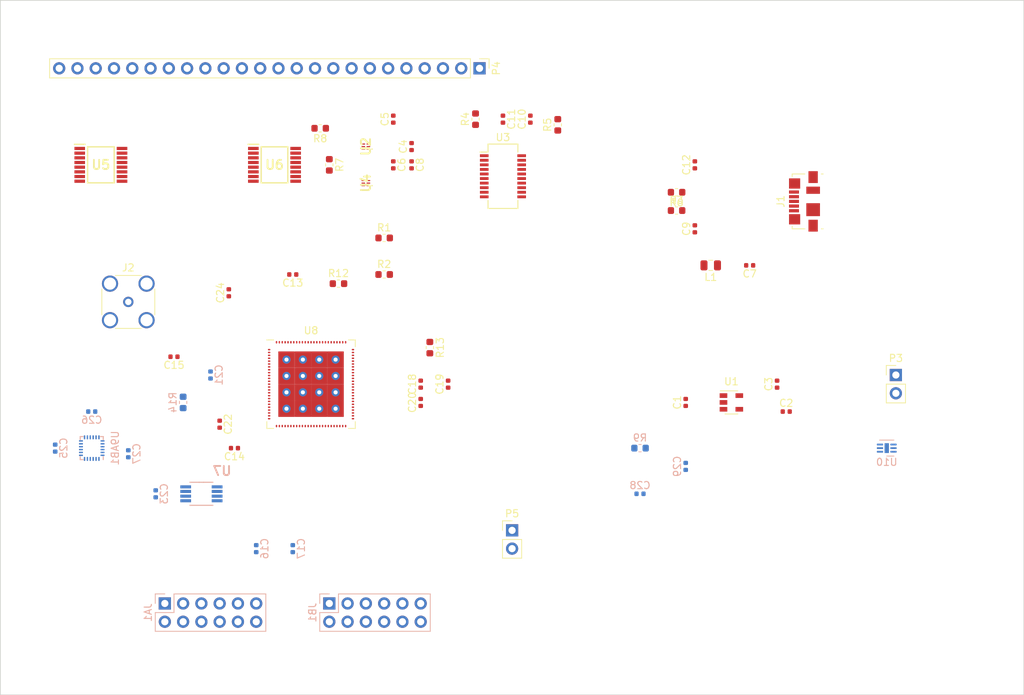
<source format=kicad_pcb>
(kicad_pcb (version 20171130) (host pcbnew "(5.1.6)-1")

  (general
    (thickness 1.6)
    (drawings 4)
    (tracks 0)
    (zones 0)
    (modules 59)
    (nets 69)
  )

  (page A4)
  (layers
    (0 F.Cu signal)
    (31 B.Cu signal)
    (32 B.Adhes user)
    (33 F.Adhes user)
    (34 B.Paste user)
    (35 F.Paste user)
    (36 B.SilkS user)
    (37 F.SilkS user)
    (38 B.Mask user)
    (39 F.Mask user)
    (40 Dwgs.User user)
    (41 Cmts.User user)
    (42 Eco1.User user)
    (43 Eco2.User user)
    (44 Edge.Cuts user)
    (45 Margin user)
    (46 B.CrtYd user)
    (47 F.CrtYd user)
    (48 B.Fab user)
    (49 F.Fab user)
  )

  (setup
    (last_trace_width 0.25)
    (trace_clearance 0.2)
    (zone_clearance 0.508)
    (zone_45_only no)
    (trace_min 0.2)
    (via_size 0.8)
    (via_drill 0.4)
    (via_min_size 0.4)
    (via_min_drill 0.3)
    (uvia_size 0.3)
    (uvia_drill 0.1)
    (uvias_allowed no)
    (uvia_min_size 0.2)
    (uvia_min_drill 0.1)
    (edge_width 0.1)
    (segment_width 0.2)
    (pcb_text_width 0.3)
    (pcb_text_size 1.5 1.5)
    (mod_edge_width 0.15)
    (mod_text_size 1 1)
    (mod_text_width 0.15)
    (pad_size 1.524 1.524)
    (pad_drill 0.762)
    (pad_to_mask_clearance 0)
    (aux_axis_origin 0 0)
    (visible_elements 7FFFFFFF)
    (pcbplotparams
      (layerselection 0x010fc_ffffffff)
      (usegerberextensions false)
      (usegerberattributes true)
      (usegerberadvancedattributes true)
      (creategerberjobfile true)
      (excludeedgelayer true)
      (linewidth 0.100000)
      (plotframeref false)
      (viasonmask false)
      (mode 1)
      (useauxorigin false)
      (hpglpennumber 1)
      (hpglpenspeed 20)
      (hpglpendiameter 15.000000)
      (psnegative false)
      (psa4output false)
      (plotreference true)
      (plotvalue true)
      (plotinvisibletext false)
      (padsonsilk false)
      (subtractmaskfromsilk false)
      (outputformat 1)
      (mirror false)
      (drillshape 1)
      (scaleselection 1)
      (outputdirectory ""))
  )

  (net 0 "")
  (net 1 +UART33)
  (net 2 GND)
  (net 3 +VBAT)
  (net 4 +VUSB)
  (net 5 "Net-(C3-Pad1)")
  (net 6 "Net-(C7-Pad1)")
  (net 7 /U_uart/D_N)
  (net 8 "Net-(C10-Pad2)")
  (net 9 "Net-(C10-Pad1)")
  (net 10 "Net-(C11-Pad1)")
  (net 11 "Net-(C11-Pad2)")
  (net 12 /U_uart/D_P)
  (net 13 +VDDD)
  (net 14 +VDDIO)
  (net 15 /scumsheet/AUX_LDO_OUTPUT)
  (net 16 +VDD25)
  (net 17 "Net-(C22-Pad1)")
  (net 18 +VDDAO)
  (net 19 "Net-(C25-Pad1)")
  (net 20 "Net-(C28-Pad1)")
  (net 21 "Net-(C29-Pad1)")
  (net 22 /GPIO7)
  (net 23 /GPIO5)
  (net 24 /GPIO3)
  (net 25 /GPIO1)
  (net 26 /GPIO8)
  (net 27 /GPIO6)
  (net 28 /GPIO4)
  (net 29 /GPIO2)
  (net 30 /GPIO10)
  (net 31 /GPIO12)
  (net 32 /GPIO14)
  (net 33 /GPIO15)
  (net 34 /GPIO9)
  (net 35 /GPIO11)
  (net 36 /GPIO13)
  (net 37 /GPIO0)
  (net 38 /U_scan_chain_boot/LF_CLK_33)
  (net 39 /U_scan_chain_boot/HARD_RESET_33)
  (net 40 /U_scan_chain_boot/3WB_CLK)
  (net 41 /U_scan_chain_boot/3WB_ENB)
  (net 42 /U_scan_chain_boot/3WB_DATA)
  (net 43 /U_scan_chain_boot/ASC_PHI2_33)
  (net 44 /U_scan_chain_boot/ASC_PHI1_33)
  (net 45 /U_scan_chain_boot/ASC_OUT33)
  (net 46 /U_scan_chain_boot/ASC_LOAD_33)
  (net 47 /U_scan_chain_boot/ASC_IN_33)
  (net 48 /U_scan_chain_boot/ASC_EXT_OVER33)
  (net 49 /scumsheet/BOOT_SOURCE_SEL)
  (net 50 "Net-(R3-Pad1)")
  (net 51 "Net-(R6-Pad2)")
  (net 52 /U_scan_chain_boot/HARD_RESET)
  (net 53 "Net-(R9-Pad1)")
  (net 54 "Net-(R12-Pad2)")
  (net 55 /scumsheet/VDDD_DISABLE)
  (net 56 /scumsheet/VDD_AO_DISABLE)
  (net 57 /RsRx)
  (net 58 /U_uart/RsRx33)
  (net 59 /U_uart/RsTx33)
  (net 60 /RsTx)
  (net 61 /U_scan_chain_boot/ASC_OUT)
  (net 62 /U_scan_chain_boot/ASC_LOAD)
  (net 63 /U_scan_chain_boot/ASC_IN)
  (net 64 /U_scan_chain_boot/ASC_EXT_OVERRIDE)
  (net 65 /U_scan_chain_boot/ASC_PHI2)
  (net 66 /U_scan_chain_boot/ASC_PHI1)
  (net 67 /U_scan_chain_boot/LF_CLK_EXT_IN)
  (net 68 "Net-(J2-Pad1)")

  (net_class Default "This is the default net class."
    (clearance 0.2)
    (trace_width 0.25)
    (via_dia 0.8)
    (via_drill 0.4)
    (uvia_dia 0.3)
    (uvia_drill 0.1)
    (add_net +UART33)
    (add_net +VBAT)
    (add_net +VDD25)
    (add_net +VDDAO)
    (add_net +VDDD)
    (add_net +VDDIO)
    (add_net +VUSB)
    (add_net /GPIO0)
    (add_net /GPIO1)
    (add_net /GPIO10)
    (add_net /GPIO11)
    (add_net /GPIO12)
    (add_net /GPIO13)
    (add_net /GPIO14)
    (add_net /GPIO15)
    (add_net /GPIO2)
    (add_net /GPIO3)
    (add_net /GPIO4)
    (add_net /GPIO5)
    (add_net /GPIO6)
    (add_net /GPIO7)
    (add_net /GPIO8)
    (add_net /GPIO9)
    (add_net /RsRx)
    (add_net /RsTx)
    (add_net /U_scan_chain_boot/3WB_CLK)
    (add_net /U_scan_chain_boot/3WB_DATA)
    (add_net /U_scan_chain_boot/3WB_ENB)
    (add_net /U_scan_chain_boot/ASC_EXT_OVER33)
    (add_net /U_scan_chain_boot/ASC_EXT_OVERRIDE)
    (add_net /U_scan_chain_boot/ASC_IN)
    (add_net /U_scan_chain_boot/ASC_IN_33)
    (add_net /U_scan_chain_boot/ASC_LOAD)
    (add_net /U_scan_chain_boot/ASC_LOAD_33)
    (add_net /U_scan_chain_boot/ASC_OUT)
    (add_net /U_scan_chain_boot/ASC_OUT33)
    (add_net /U_scan_chain_boot/ASC_PHI1)
    (add_net /U_scan_chain_boot/ASC_PHI1_33)
    (add_net /U_scan_chain_boot/ASC_PHI2)
    (add_net /U_scan_chain_boot/ASC_PHI2_33)
    (add_net /U_scan_chain_boot/HARD_RESET)
    (add_net /U_scan_chain_boot/HARD_RESET_33)
    (add_net /U_scan_chain_boot/LF_CLK_33)
    (add_net /U_scan_chain_boot/LF_CLK_EXT_IN)
    (add_net /U_uart/D_N)
    (add_net /U_uart/D_P)
    (add_net /U_uart/RsRx33)
    (add_net /U_uart/RsTx33)
    (add_net /scumsheet/AUX_LDO_OUTPUT)
    (add_net /scumsheet/BOOT_SOURCE_SEL)
    (add_net /scumsheet/VDDD_DISABLE)
    (add_net /scumsheet/VDD_AO_DISABLE)
    (add_net GND)
    (add_net "Net-(C10-Pad1)")
    (add_net "Net-(C10-Pad2)")
    (add_net "Net-(C11-Pad1)")
    (add_net "Net-(C11-Pad2)")
    (add_net "Net-(C22-Pad1)")
    (add_net "Net-(C25-Pad1)")
    (add_net "Net-(C28-Pad1)")
    (add_net "Net-(C29-Pad1)")
    (add_net "Net-(C3-Pad1)")
    (add_net "Net-(C7-Pad1)")
    (add_net "Net-(J1-Pad4)")
    (add_net "Net-(J2-Pad1)")
    (add_net "Net-(JA1-Pad12)")
    (add_net "Net-(JA1-Pad6)")
    (add_net "Net-(JB1-Pad12)")
    (add_net "Net-(JB1-Pad6)")
    (add_net "Net-(P4-Pad1)")
    (add_net "Net-(P4-Pad14)")
    (add_net "Net-(P4-Pad16)")
    (add_net "Net-(P4-Pad17)")
    (add_net "Net-(P4-Pad18)")
    (add_net "Net-(P4-Pad2)")
    (add_net "Net-(P4-Pad3)")
    (add_net "Net-(P4-Pad4)")
    (add_net "Net-(P4-Pad5)")
    (add_net "Net-(P4-Pad7)")
    (add_net "Net-(P4-Pad8)")
    (add_net "Net-(P4-Pad9)")
    (add_net "Net-(R12-Pad2)")
    (add_net "Net-(R3-Pad1)")
    (add_net "Net-(R6-Pad2)")
    (add_net "Net-(R9-Pad1)")
    (add_net "Net-(U1-Pad4)")
    (add_net "Net-(U10-Pad3)")
    (add_net "Net-(U3-Pad1)")
    (add_net "Net-(U3-Pad18)")
    (add_net "Net-(U3-Pad19)")
    (add_net "Net-(U3-Pad2)")
    (add_net "Net-(U3-Pad5)")
    (add_net "Net-(U3-Pad7)")
    (add_net "Net-(U3-Pad8)")
    (add_net "Net-(U3-Pad9)")
    (add_net "Net-(U7-Pad1)")
    (add_net "Net-(U7-Pad8)")
    (add_net "Net-(U8-Pad1)")
    (add_net "Net-(U8-Pad100)")
    (add_net "Net-(U8-Pad13)")
    (add_net "Net-(U8-Pad18)")
    (add_net "Net-(U8-Pad19)")
    (add_net "Net-(U8-Pad2)")
    (add_net "Net-(U8-Pad20)")
    (add_net "Net-(U8-Pad21)")
    (add_net "Net-(U8-Pad23)")
    (add_net "Net-(U8-Pad24)")
    (add_net "Net-(U8-Pad25)")
    (add_net "Net-(U8-Pad3)")
    (add_net "Net-(U8-Pad51)")
    (add_net "Net-(U8-Pad52)")
    (add_net "Net-(U8-Pad53)")
    (add_net "Net-(U8-Pad54)")
    (add_net "Net-(U8-Pad57)")
    (add_net "Net-(U8-Pad6)")
    (add_net "Net-(U8-Pad7)")
    (add_net "Net-(U8-Pad73)")
    (add_net "Net-(U8-Pad74)")
    (add_net "Net-(U8-Pad75)")
    (add_net "Net-(U8-Pad76)")
    (add_net "Net-(U8-Pad77)")
    (add_net "Net-(U8-Pad78)")
    (add_net "Net-(U8-Pad79)")
    (add_net "Net-(U8-Pad8)")
    (add_net "Net-(U8-Pad80)")
    (add_net "Net-(U8-Pad81)")
    (add_net "Net-(U8-Pad82)")
    (add_net "Net-(U8-Pad83)")
    (add_net "Net-(U8-Pad84)")
    (add_net "Net-(U8-Pad85)")
    (add_net "Net-(U8-Pad86)")
    (add_net "Net-(U8-Pad87)")
    (add_net "Net-(U8-Pad88)")
    (add_net "Net-(U8-Pad9)")
    (add_net "Net-(U8-Pad91)")
    (add_net "Net-(U8-Pad93)")
    (add_net "Net-(U8-Pad94)")
    (add_net "Net-(U8-Pad95)")
    (add_net "Net-(U8-Pad96)")
    (add_net "Net-(U8-Pad97)")
    (add_net "Net-(U8-Pad98)")
    (add_net "Net-(U8-Pad99)")
    (add_net "Net-(U9AB1-Pad12)")
    (add_net "Net-(U9AB1-Pad21)")
    (add_net "Net-(U9AB1-Pad22)")
    (add_net "Net-(U9AB1-Pad23)")
    (add_net "Net-(U9AB1-Pad24)")
    (add_net "Net-(U9AB1-Pad7)")
    (add_net "Net-(U9AB1-Pad9)")
  )

  (net_class smaller ""
    (clearance 0.05)
    (trace_width 0.2)
    (via_dia 0.4)
    (via_drill 0.3)
    (uvia_dia 0.2)
    (uvia_drill 0.1)
    (diff_pair_width 0.2)
    (diff_pair_gap 0.05)
  )

  (module SCUM:QFN-100_EP_12x12_Pitch0.4mm (layer F.Cu) (tedit 0) (tstamp 5F3B1131)
    (at 115.57 92.71)
    (path /5F3B1D81/5F3B2246)
    (attr smd)
    (fp_text reference U8 (at 0 -7.45) (layer F.SilkS)
      (effects (font (size 1 1) (thickness 0.15)))
    )
    (fp_text value scum3 (at 0 7.45) (layer F.Fab)
      (effects (font (size 1 1) (thickness 0.15)))
    )
    (fp_line (start -5 -6) (end -6 -5) (layer F.Fab) (width 0.15))
    (fp_line (start -6 -5) (end -6 6) (layer F.Fab) (width 0.15))
    (fp_line (start -6 6) (end 6 6) (layer F.Fab) (width 0.15))
    (fp_line (start 6 6) (end 6 -6) (layer F.Fab) (width 0.15))
    (fp_line (start 6 -6) (end -5 -6) (layer F.Fab) (width 0.15))
    (fp_line (start 5.2 -6.15) (end 6.15 -6.15) (layer F.SilkS) (width 0.12))
    (fp_line (start 6.15 -6.15) (end 6.15 -5.2) (layer F.SilkS) (width 0.12))
    (fp_line (start 5.2 6.15) (end 6.15 6.15) (layer F.SilkS) (width 0.12))
    (fp_line (start 6.15 6.15) (end 6.15 5.2) (layer F.SilkS) (width 0.12))
    (fp_line (start -5.2 6.15) (end -6.15 6.15) (layer F.SilkS) (width 0.12))
    (fp_line (start -6.15 6.15) (end -6.15 5.2) (layer F.SilkS) (width 0.12))
    (fp_line (start -5.2 -6.15) (end -6.175 -6.15) (layer F.SilkS) (width 0.12))
    (fp_line (start -6.45 -6.45) (end 6.45 -6.45) (layer F.CrtYd) (width 0.05))
    (fp_line (start 6.45 -6.45) (end 6.45 6.45) (layer F.CrtYd) (width 0.05))
    (fp_line (start 6.45 6.45) (end -6.45 6.45) (layer F.CrtYd) (width 0.05))
    (fp_line (start -6.45 6.45) (end -6.45 -6.45) (layer F.CrtYd) (width 0.05))
    (pad 1 smd oval (at -5.825 -4.8 90) (size 0.2 0.35) (layers F.Cu F.Paste F.Mask))
    (pad 2 smd oval (at -5.825 -4.4 90) (size 0.2 0.35) (layers F.Cu F.Paste F.Mask))
    (pad 3 smd oval (at -5.825 -4 90) (size 0.2 0.35) (layers F.Cu F.Paste F.Mask))
    (pad 4 smd oval (at -5.825 -3.6 90) (size 0.2 0.35) (layers F.Cu F.Paste F.Mask)
      (net 3 +VBAT))
    (pad 5 smd oval (at -5.825 -3.2 90) (size 0.2 0.35) (layers F.Cu F.Paste F.Mask)
      (net 2 GND))
    (pad 6 smd oval (at -5.825 -2.8 90) (size 0.2 0.35) (layers F.Cu F.Paste F.Mask))
    (pad 7 smd oval (at -5.825 -2.4 90) (size 0.2 0.35) (layers F.Cu F.Paste F.Mask))
    (pad 8 smd oval (at -5.825 -2 90) (size 0.2 0.35) (layers F.Cu F.Paste F.Mask))
    (pad 9 smd oval (at -5.825 -1.6 90) (size 0.2 0.35) (layers F.Cu F.Paste F.Mask))
    (pad 10 smd oval (at -5.825 -1.2 90) (size 0.2 0.35) (layers F.Cu F.Paste F.Mask)
      (net 16 +VDD25))
    (pad 11 smd oval (at -5.825 -0.8 90) (size 0.2 0.35) (layers F.Cu F.Paste F.Mask)
      (net 2 GND))
    (pad 12 smd oval (at -5.825 -0.4 90) (size 0.2 0.35) (layers F.Cu F.Paste F.Mask)
      (net 56 /scumsheet/VDD_AO_DISABLE))
    (pad 13 smd oval (at -5.825 0 90) (size 0.2 0.35) (layers F.Cu F.Paste F.Mask))
    (pad 14 smd oval (at -5.825 0.4 90) (size 0.2 0.35) (layers F.Cu F.Paste F.Mask)
      (net 2 GND))
    (pad 15 smd oval (at -5.825 0.8 90) (size 0.2 0.35) (layers F.Cu F.Paste F.Mask)
      (net 68 "Net-(J2-Pad1)"))
    (pad 16 smd oval (at -5.825 1.2 90) (size 0.2 0.35) (layers F.Cu F.Paste F.Mask)
      (net 2 GND))
    (pad 17 smd oval (at -5.825 1.6 90) (size 0.2 0.35) (layers F.Cu F.Paste F.Mask)
      (net 3 +VBAT))
    (pad 18 smd oval (at -5.825 2 90) (size 0.2 0.35) (layers F.Cu F.Paste F.Mask))
    (pad 19 smd oval (at -5.825 2.4 90) (size 0.2 0.35) (layers F.Cu F.Paste F.Mask))
    (pad 20 smd oval (at -5.825 2.8 90) (size 0.2 0.35) (layers F.Cu F.Paste F.Mask))
    (pad 21 smd oval (at -5.825 3.2 90) (size 0.2 0.35) (layers F.Cu F.Paste F.Mask))
    (pad 22 smd oval (at -5.825 3.6 90) (size 0.2 0.35) (layers F.Cu F.Paste F.Mask)
      (net 17 "Net-(C22-Pad1)"))
    (pad 23 smd oval (at -5.825 4 90) (size 0.2 0.35) (layers F.Cu F.Paste F.Mask))
    (pad 24 smd oval (at -5.825 4.4 90) (size 0.2 0.35) (layers F.Cu F.Paste F.Mask))
    (pad 25 smd oval (at -5.825 4.8 90) (size 0.2 0.35) (layers F.Cu F.Paste F.Mask))
    (pad 26 smd oval (at -4.8 5.825) (size 0.2 0.35) (layers F.Cu F.Paste F.Mask)
      (net 3 +VBAT))
    (pad 27 smd oval (at -4.4 5.825) (size 0.2 0.35) (layers F.Cu F.Paste F.Mask)
      (net 2 GND))
    (pad 28 smd oval (at -4 5.825) (size 0.2 0.35) (layers F.Cu F.Paste F.Mask)
      (net 37 /GPIO0))
    (pad 29 smd oval (at -3.6 5.825) (size 0.2 0.35) (layers F.Cu F.Paste F.Mask)
      (net 25 /GPIO1))
    (pad 30 smd oval (at -3.2 5.825) (size 0.2 0.35) (layers F.Cu F.Paste F.Mask)
      (net 29 /GPIO2))
    (pad 31 smd oval (at -2.8 5.825) (size 0.2 0.35) (layers F.Cu F.Paste F.Mask)
      (net 24 /GPIO3))
    (pad 32 smd oval (at -2.4 5.825) (size 0.2 0.35) (layers F.Cu F.Paste F.Mask)
      (net 28 /GPIO4))
    (pad 33 smd oval (at -2 5.825) (size 0.2 0.35) (layers F.Cu F.Paste F.Mask)
      (net 23 /GPIO5))
    (pad 34 smd oval (at -1.6 5.825) (size 0.2 0.35) (layers F.Cu F.Paste F.Mask)
      (net 27 /GPIO6))
    (pad 35 smd oval (at -1.2 5.825) (size 0.2 0.35) (layers F.Cu F.Paste F.Mask)
      (net 22 /GPIO7))
    (pad 36 smd oval (at -0.8 5.825) (size 0.2 0.35) (layers F.Cu F.Paste F.Mask)
      (net 14 +VDDIO))
    (pad 37 smd oval (at -0.4 5.825) (size 0.2 0.35) (layers F.Cu F.Paste F.Mask)
      (net 26 /GPIO8))
    (pad 38 smd oval (at 0 5.825) (size 0.2 0.35) (layers F.Cu F.Paste F.Mask)
      (net 34 /GPIO9))
    (pad 39 smd oval (at 0.4 5.825) (size 0.2 0.35) (layers F.Cu F.Paste F.Mask)
      (net 30 /GPIO10))
    (pad 40 smd oval (at 0.8 5.825) (size 0.2 0.35) (layers F.Cu F.Paste F.Mask)
      (net 35 /GPIO11))
    (pad 41 smd oval (at 1.2 5.825) (size 0.2 0.35) (layers F.Cu F.Paste F.Mask)
      (net 31 /GPIO12))
    (pad 42 smd oval (at 1.6 5.825) (size 0.2 0.35) (layers F.Cu F.Paste F.Mask)
      (net 36 /GPIO13))
    (pad 43 smd oval (at 2 5.825) (size 0.2 0.35) (layers F.Cu F.Paste F.Mask)
      (net 32 /GPIO14))
    (pad 44 smd oval (at 2.4 5.825) (size 0.2 0.35) (layers F.Cu F.Paste F.Mask)
      (net 33 /GPIO15))
    (pad 45 smd oval (at 2.8 5.825) (size 0.2 0.35) (layers F.Cu F.Paste F.Mask)
      (net 2 GND))
    (pad 46 smd oval (at 3.2 5.825) (size 0.2 0.35) (layers F.Cu F.Paste F.Mask)
      (net 60 /RsTx))
    (pad 47 smd oval (at 3.6 5.825) (size 0.2 0.35) (layers F.Cu F.Paste F.Mask)
      (net 57 /RsRx))
    (pad 48 smd oval (at 4 5.825) (size 0.2 0.35) (layers F.Cu F.Paste F.Mask)
      (net 40 /U_scan_chain_boot/3WB_CLK))
    (pad 49 smd oval (at 4.4 5.825) (size 0.2 0.35) (layers F.Cu F.Paste F.Mask)
      (net 41 /U_scan_chain_boot/3WB_ENB))
    (pad 50 smd oval (at 4.8 5.825) (size 0.2 0.35) (layers F.Cu F.Paste F.Mask)
      (net 42 /U_scan_chain_boot/3WB_DATA))
    (pad 51 smd oval (at 5.825 4.8 90) (size 0.2 0.35) (layers F.Cu F.Paste F.Mask))
    (pad 52 smd oval (at 5.825 4.4 90) (size 0.2 0.35) (layers F.Cu F.Paste F.Mask))
    (pad 53 smd oval (at 5.825 4 90) (size 0.2 0.35) (layers F.Cu F.Paste F.Mask))
    (pad 54 smd oval (at 5.825 3.6 90) (size 0.2 0.35) (layers F.Cu F.Paste F.Mask))
    (pad 55 smd oval (at 5.825 3.2 90) (size 0.2 0.35) (layers F.Cu F.Paste F.Mask)
      (net 2 GND))
    (pad 56 smd oval (at 5.825 2.8 90) (size 0.2 0.35) (layers F.Cu F.Paste F.Mask)
      (net 67 /U_scan_chain_boot/LF_CLK_EXT_IN))
    (pad 57 smd oval (at 5.825 2.4 90) (size 0.2 0.35) (layers F.Cu F.Paste F.Mask))
    (pad 58 smd oval (at 5.825 2 90) (size 0.2 0.35) (layers F.Cu F.Paste F.Mask)
      (net 2 GND))
    (pad 59 smd oval (at 5.825 1.6 90) (size 0.2 0.35) (layers F.Cu F.Paste F.Mask)
      (net 3 +VBAT))
    (pad 60 smd oval (at 5.825 1.2 90) (size 0.2 0.35) (layers F.Cu F.Paste F.Mask)
      (net 52 /U_scan_chain_boot/HARD_RESET))
    (pad 61 smd oval (at 5.825 0.8 90) (size 0.2 0.35) (layers F.Cu F.Paste F.Mask)
      (net 49 /scumsheet/BOOT_SOURCE_SEL))
    (pad 62 smd oval (at 5.825 0.4 90) (size 0.2 0.35) (layers F.Cu F.Paste F.Mask)
      (net 3 +VBAT))
    (pad 63 smd oval (at 5.825 0 90) (size 0.2 0.35) (layers F.Cu F.Paste F.Mask)
      (net 65 /U_scan_chain_boot/ASC_PHI2))
    (pad 64 smd oval (at 5.825 -0.4 90) (size 0.2 0.35) (layers F.Cu F.Paste F.Mask)
      (net 66 /U_scan_chain_boot/ASC_PHI1))
    (pad 65 smd oval (at 5.825 -0.8 90) (size 0.2 0.35) (layers F.Cu F.Paste F.Mask)
      (net 61 /U_scan_chain_boot/ASC_OUT))
    (pad 66 smd oval (at 5.825 -1.2 90) (size 0.2 0.35) (layers F.Cu F.Paste F.Mask)
      (net 62 /U_scan_chain_boot/ASC_LOAD))
    (pad 67 smd oval (at 5.825 -1.6 90) (size 0.2 0.35) (layers F.Cu F.Paste F.Mask)
      (net 63 /U_scan_chain_boot/ASC_IN))
    (pad 68 smd oval (at 5.825 -2 90) (size 0.2 0.35) (layers F.Cu F.Paste F.Mask)
      (net 64 /U_scan_chain_boot/ASC_EXT_OVERRIDE))
    (pad 69 smd oval (at 5.825 -2.4 90) (size 0.2 0.35) (layers F.Cu F.Paste F.Mask)
      (net 2 GND))
    (pad 70 smd oval (at 5.825 -2.8 90) (size 0.2 0.35) (layers F.Cu F.Paste F.Mask)
      (net 15 /scumsheet/AUX_LDO_OUTPUT))
    (pad 71 smd oval (at 5.825 -3.2 90) (size 0.2 0.35) (layers F.Cu F.Paste F.Mask)
      (net 55 /scumsheet/VDDD_DISABLE))
    (pad 72 smd oval (at 5.825 -3.6 90) (size 0.2 0.35) (layers F.Cu F.Paste F.Mask)
      (net 13 +VDDD))
    (pad 73 smd oval (at 5.825 -4 90) (size 0.2 0.35) (layers F.Cu F.Paste F.Mask))
    (pad 74 smd oval (at 5.825 -4.4 90) (size 0.2 0.35) (layers F.Cu F.Paste F.Mask))
    (pad 75 smd oval (at 5.825 -4.8 90) (size 0.2 0.35) (layers F.Cu F.Paste F.Mask))
    (pad 76 smd oval (at 4.8 -5.825) (size 0.2 0.35) (layers F.Cu F.Paste F.Mask))
    (pad 77 smd oval (at 4.4 -5.825) (size 0.2 0.35) (layers F.Cu F.Paste F.Mask))
    (pad 78 smd oval (at 4 -5.825) (size 0.2 0.35) (layers F.Cu F.Paste F.Mask))
    (pad 79 smd oval (at 3.6 -5.825) (size 0.2 0.35) (layers F.Cu F.Paste F.Mask))
    (pad 80 smd oval (at 3.2 -5.825) (size 0.2 0.35) (layers F.Cu F.Paste F.Mask))
    (pad 81 smd oval (at 2.8 -5.825) (size 0.2 0.35) (layers F.Cu F.Paste F.Mask))
    (pad 82 smd oval (at 2.4 -5.825) (size 0.2 0.35) (layers F.Cu F.Paste F.Mask))
    (pad 83 smd oval (at 2 -5.825) (size 0.2 0.35) (layers F.Cu F.Paste F.Mask))
    (pad 84 smd oval (at 1.6 -5.825) (size 0.2 0.35) (layers F.Cu F.Paste F.Mask))
    (pad 85 smd oval (at 1.2 -5.825) (size 0.2 0.35) (layers F.Cu F.Paste F.Mask))
    (pad 86 smd oval (at 0.8 -5.825) (size 0.2 0.35) (layers F.Cu F.Paste F.Mask))
    (pad 87 smd oval (at 0.4 -5.825) (size 0.2 0.35) (layers F.Cu F.Paste F.Mask))
    (pad 88 smd oval (at 0 -5.825) (size 0.2 0.35) (layers F.Cu F.Paste F.Mask))
    (pad 89 smd oval (at -0.4 -5.825) (size 0.2 0.35) (layers F.Cu F.Paste F.Mask)
      (net 54 "Net-(R12-Pad2)"))
    (pad 90 smd oval (at -0.8 -5.825) (size 0.2 0.35) (layers F.Cu F.Paste F.Mask)
      (net 13 +VDDD))
    (pad 91 smd oval (at -1.2 -5.825) (size 0.2 0.35) (layers F.Cu F.Paste F.Mask))
    (pad 92 smd oval (at -1.6 -5.825) (size 0.2 0.35) (layers F.Cu F.Paste F.Mask)
      (net 18 +VDDAO))
    (pad 93 smd oval (at -2 -5.825) (size 0.2 0.35) (layers F.Cu F.Paste F.Mask))
    (pad 94 smd oval (at -2.4 -5.825) (size 0.2 0.35) (layers F.Cu F.Paste F.Mask))
    (pad 95 smd oval (at -2.8 -5.825) (size 0.2 0.35) (layers F.Cu F.Paste F.Mask))
    (pad 96 smd oval (at -3.2 -5.825) (size 0.2 0.35) (layers F.Cu F.Paste F.Mask))
    (pad 97 smd oval (at -3.6 -5.825) (size 0.2 0.35) (layers F.Cu F.Paste F.Mask))
    (pad 98 smd oval (at -4 -5.825) (size 0.2 0.35) (layers F.Cu F.Paste F.Mask))
    (pad 99 smd oval (at -4.4 -5.825) (size 0.2 0.35) (layers F.Cu F.Paste F.Mask))
    (pad 100 smd oval (at -4.8 -5.825) (size 0.2 0.35) (layers F.Cu F.Paste F.Mask))
    (pad 101 smd rect (at -3.4125 -3.4125) (size 2.275 2.275) (layers F.Cu F.Paste F.Mask)
      (net 2 GND) (solder_paste_margin -0.75))
    (pad 101 smd rect (at -3.4125 -1.1375) (size 2.275 2.275) (layers F.Cu F.Paste F.Mask)
      (net 2 GND) (solder_paste_margin -0.75))
    (pad 101 smd rect (at -3.4125 1.1375) (size 2.275 2.275) (layers F.Cu F.Paste F.Mask)
      (net 2 GND) (solder_paste_margin -0.75))
    (pad 101 smd rect (at -3.4125 3.4125) (size 2.275 2.275) (layers F.Cu F.Paste F.Mask)
      (net 2 GND) (solder_paste_margin -0.75))
    (pad 101 smd rect (at -1.1375 -3.4125) (size 2.275 2.275) (layers F.Cu F.Paste F.Mask)
      (net 2 GND) (solder_paste_margin -0.75))
    (pad 101 smd rect (at -1.1375 -1.1375) (size 2.275 2.275) (layers F.Cu F.Paste F.Mask)
      (net 2 GND) (solder_paste_margin -0.75))
    (pad 101 smd rect (at -1.1375 1.1375) (size 2.275 2.275) (layers F.Cu F.Paste F.Mask)
      (net 2 GND) (solder_paste_margin -0.75))
    (pad 101 smd rect (at -1.1375 3.4125) (size 2.275 2.275) (layers F.Cu F.Paste F.Mask)
      (net 2 GND) (solder_paste_margin -0.75))
    (pad 101 smd rect (at 1.1375 -3.4125) (size 2.275 2.275) (layers F.Cu F.Paste F.Mask)
      (net 2 GND) (solder_paste_margin -0.75))
    (pad 101 smd rect (at 1.1375 -1.1375) (size 2.275 2.275) (layers F.Cu F.Paste F.Mask)
      (net 2 GND) (solder_paste_margin -0.75))
    (pad 101 smd rect (at 1.1375 1.1375) (size 2.275 2.275) (layers F.Cu F.Paste F.Mask)
      (net 2 GND) (solder_paste_margin -0.75))
    (pad 101 smd rect (at 1.1375 3.4125) (size 2.275 2.275) (layers F.Cu F.Paste F.Mask)
      (net 2 GND) (solder_paste_margin -0.75))
    (pad 101 smd rect (at 3.4125 -3.4125) (size 2.275 2.275) (layers F.Cu F.Paste F.Mask)
      (net 2 GND) (solder_paste_margin -0.75))
    (pad 101 smd rect (at 3.4125 -1.1375) (size 2.275 2.275) (layers F.Cu F.Paste F.Mask)
      (net 2 GND) (solder_paste_margin -0.75))
    (pad 101 smd rect (at 3.4125 1.1375) (size 2.275 2.275) (layers F.Cu F.Paste F.Mask)
      (net 2 GND) (solder_paste_margin -0.75))
    (pad 101 smd rect (at 3.4125 3.4125) (size 2.275 2.275) (layers F.Cu F.Paste F.Mask)
      (net 2 GND) (solder_paste_margin -0.75))
    (pad 101 thru_hole circle (at -3.4125 -3.4125) (size 1.1375 1.1375) (drill 0.56875) (layers *.Cu *.Mask)
      (net 2 GND))
    (pad 101 thru_hole circle (at -3.4125 -1.1375) (size 1.1375 1.1375) (drill 0.56875) (layers *.Cu *.Mask)
      (net 2 GND))
    (pad 101 thru_hole circle (at -3.4125 1.1375) (size 1.1375 1.1375) (drill 0.56875) (layers *.Cu *.Mask)
      (net 2 GND))
    (pad 101 thru_hole circle (at -3.4125 3.4125) (size 1.1375 1.1375) (drill 0.56875) (layers *.Cu *.Mask)
      (net 2 GND))
    (pad 101 thru_hole circle (at -1.1375 -3.4125) (size 1.1375 1.1375) (drill 0.56875) (layers *.Cu *.Mask)
      (net 2 GND))
    (pad 101 thru_hole circle (at -1.1375 -1.1375) (size 1.1375 1.1375) (drill 0.56875) (layers *.Cu *.Mask)
      (net 2 GND))
    (pad 101 thru_hole circle (at -1.1375 1.1375) (size 1.1375 1.1375) (drill 0.56875) (layers *.Cu *.Mask)
      (net 2 GND))
    (pad 101 thru_hole circle (at -1.1375 3.4125) (size 1.1375 1.1375) (drill 0.56875) (layers *.Cu *.Mask)
      (net 2 GND))
    (pad 101 thru_hole circle (at 1.1375 -3.4125) (size 1.1375 1.1375) (drill 0.56875) (layers *.Cu *.Mask)
      (net 2 GND))
    (pad 101 thru_hole circle (at 1.1375 -1.1375) (size 1.1375 1.1375) (drill 0.56875) (layers *.Cu *.Mask)
      (net 2 GND))
    (pad 101 thru_hole circle (at 1.1375 1.1375) (size 1.1375 1.1375) (drill 0.56875) (layers *.Cu *.Mask)
      (net 2 GND))
    (pad 101 thru_hole circle (at 1.1375 3.4125) (size 1.1375 1.1375) (drill 0.56875) (layers *.Cu *.Mask)
      (net 2 GND))
    (pad 101 thru_hole circle (at 3.4125 -3.4125) (size 1.1375 1.1375) (drill 0.56875) (layers *.Cu *.Mask)
      (net 2 GND))
    (pad 101 thru_hole circle (at 3.4125 -1.1375) (size 1.1375 1.1375) (drill 0.56875) (layers *.Cu *.Mask)
      (net 2 GND))
    (pad 101 thru_hole circle (at 3.4125 1.1375) (size 1.1375 1.1375) (drill 0.56875) (layers *.Cu *.Mask)
      (net 2 GND))
    (pad 101 thru_hole circle (at 3.4125 3.4125) (size 1.1375 1.1375) (drill 0.56875) (layers *.Cu *.Mask)
      (net 2 GND))
  )

  (module Connector_Coaxial:SMA_Amphenol_132134-14_Vertical (layer F.Cu) (tedit 5B2F4D72) (tstamp 5F3F7BAB)
    (at 90.17 81.28)
    (descr https://www.amphenolrf.com/downloads/dl/file/id/1793/product/2976/132134_14_customer_drawing.pdf)
    (tags "SMA THT Female Jack Vertical ExtendedLegs")
    (path /5F3B1D81/5F3FC09A)
    (fp_text reference J2 (at 0 -4.75) (layer F.SilkS)
      (effects (font (size 1 1) (thickness 0.15)))
    )
    (fp_text value Conn_Coaxial (at 0 5) (layer F.Fab)
      (effects (font (size 1 1) (thickness 0.15)))
    )
    (fp_line (start -1.8 -3.68) (end 1.8 -3.68) (layer F.SilkS) (width 0.12))
    (fp_line (start -1.8 3.68) (end 1.8 3.68) (layer F.SilkS) (width 0.12))
    (fp_line (start 3.68 -1.8) (end 3.68 1.8) (layer F.SilkS) (width 0.12))
    (fp_line (start -3.68 -1.8) (end -3.68 1.8) (layer F.SilkS) (width 0.12))
    (fp_line (start 3.5 -3.5) (end 3.5 3.5) (layer F.Fab) (width 0.1))
    (fp_line (start -3.5 3.5) (end 3.5 3.5) (layer F.Fab) (width 0.1))
    (fp_line (start -3.5 -3.5) (end -3.5 3.5) (layer F.Fab) (width 0.1))
    (fp_line (start -3.5 -3.5) (end 3.5 -3.5) (layer F.Fab) (width 0.1))
    (fp_line (start -4.14 -4.14) (end 4.14 -4.14) (layer F.CrtYd) (width 0.05))
    (fp_line (start -4.14 -4.14) (end -4.14 4.14) (layer F.CrtYd) (width 0.05))
    (fp_line (start 4.14 4.14) (end 4.14 -4.14) (layer F.CrtYd) (width 0.05))
    (fp_line (start 4.14 4.14) (end -4.14 4.14) (layer F.CrtYd) (width 0.05))
    (fp_circle (center 0 0) (end 3.175 0) (layer F.Fab) (width 0.1))
    (fp_text user %R (at 0 0) (layer F.Fab)
      (effects (font (size 1 1) (thickness 0.15)))
    )
    (pad 2 thru_hole circle (at -2.54 2.54) (size 2.25 2.25) (drill 1.7) (layers *.Cu *.Mask)
      (net 2 GND))
    (pad 2 thru_hole circle (at -2.54 -2.54) (size 2.25 2.25) (drill 1.7) (layers *.Cu *.Mask)
      (net 2 GND))
    (pad 2 thru_hole circle (at 2.54 -2.54) (size 2.25 2.25) (drill 1.7) (layers *.Cu *.Mask)
      (net 2 GND))
    (pad 2 thru_hole circle (at 2.54 2.54) (size 2.25 2.25) (drill 1.7) (layers *.Cu *.Mask)
      (net 2 GND))
    (pad 1 thru_hole circle (at 0 0) (size 1.44 1.44) (drill 0.89) (layers *.Cu *.Mask)
      (net 68 "Net-(J2-Pad1)"))
    (model ${KISYS3DMOD}/Connector_Coaxial.3dshapes/SMA_Amphenol_132134-14_Vertical.wrl
      (at (xyz 0 0 0))
      (scale (xyz 1 1 1))
      (rotate (xyz 0 0 0))
    )
  )

  (module Capacitor_SMD:C_0402_1005Metric (layer F.Cu) (tedit 5B301BBE) (tstamp 5F3AD45D)
    (at 167.64 95.25 90)
    (descr "Capacitor SMD 0402 (1005 Metric), square (rectangular) end terminal, IPC_7351 nominal, (Body size source: http://www.tortai-tech.com/upload/download/2011102023233369053.pdf), generated with kicad-footprint-generator")
    (tags capacitor)
    (path /5F3E80E4/5F40176A)
    (attr smd)
    (fp_text reference C1 (at 0 -1.17 90) (layer F.SilkS)
      (effects (font (size 1 1) (thickness 0.15)))
    )
    (fp_text value 10uF (at 0 1.17 90) (layer F.Fab)
      (effects (font (size 1 1) (thickness 0.15)))
    )
    (fp_line (start -0.5 0.25) (end -0.5 -0.25) (layer F.Fab) (width 0.1))
    (fp_line (start -0.5 -0.25) (end 0.5 -0.25) (layer F.Fab) (width 0.1))
    (fp_line (start 0.5 -0.25) (end 0.5 0.25) (layer F.Fab) (width 0.1))
    (fp_line (start 0.5 0.25) (end -0.5 0.25) (layer F.Fab) (width 0.1))
    (fp_line (start -0.93 0.47) (end -0.93 -0.47) (layer F.CrtYd) (width 0.05))
    (fp_line (start -0.93 -0.47) (end 0.93 -0.47) (layer F.CrtYd) (width 0.05))
    (fp_line (start 0.93 -0.47) (end 0.93 0.47) (layer F.CrtYd) (width 0.05))
    (fp_line (start 0.93 0.47) (end -0.93 0.47) (layer F.CrtYd) (width 0.05))
    (fp_text user %R (at 0 0 90) (layer F.Fab)
      (effects (font (size 0.25 0.25) (thickness 0.04)))
    )
    (pad 2 smd roundrect (at 0.485 0 90) (size 0.59 0.64) (layers F.Cu F.Paste F.Mask) (roundrect_rratio 0.25)
      (net 4 +VUSB))
    (pad 1 smd roundrect (at -0.485 0 90) (size 0.59 0.64) (layers F.Cu F.Paste F.Mask) (roundrect_rratio 0.25)
      (net 2 GND))
    (model ${KISYS3DMOD}/Capacitor_SMD.3dshapes/C_0402_1005Metric.wrl
      (at (xyz 0 0 0))
      (scale (xyz 1 1 1))
      (rotate (xyz 0 0 0))
    )
  )

  (module Capacitor_SMD:C_0402_1005Metric (layer F.Cu) (tedit 5B301BBE) (tstamp 5F3AD46C)
    (at 181.61 96.52)
    (descr "Capacitor SMD 0402 (1005 Metric), square (rectangular) end terminal, IPC_7351 nominal, (Body size source: http://www.tortai-tech.com/upload/download/2011102023233369053.pdf), generated with kicad-footprint-generator")
    (tags capacitor)
    (path /5F3E80E4/5F401046)
    (attr smd)
    (fp_text reference C2 (at 0 -1.17) (layer F.SilkS)
      (effects (font (size 1 1) (thickness 0.15)))
    )
    (fp_text value NP (at 0 1.17) (layer F.Fab)
      (effects (font (size 1 1) (thickness 0.15)))
    )
    (fp_line (start 0.93 0.47) (end -0.93 0.47) (layer F.CrtYd) (width 0.05))
    (fp_line (start 0.93 -0.47) (end 0.93 0.47) (layer F.CrtYd) (width 0.05))
    (fp_line (start -0.93 -0.47) (end 0.93 -0.47) (layer F.CrtYd) (width 0.05))
    (fp_line (start -0.93 0.47) (end -0.93 -0.47) (layer F.CrtYd) (width 0.05))
    (fp_line (start 0.5 0.25) (end -0.5 0.25) (layer F.Fab) (width 0.1))
    (fp_line (start 0.5 -0.25) (end 0.5 0.25) (layer F.Fab) (width 0.1))
    (fp_line (start -0.5 -0.25) (end 0.5 -0.25) (layer F.Fab) (width 0.1))
    (fp_line (start -0.5 0.25) (end -0.5 -0.25) (layer F.Fab) (width 0.1))
    (fp_text user %R (at 0 0) (layer F.Fab)
      (effects (font (size 0.25 0.25) (thickness 0.04)))
    )
    (pad 1 smd roundrect (at -0.485 0) (size 0.59 0.64) (layers F.Cu F.Paste F.Mask) (roundrect_rratio 0.25)
      (net 3 +VBAT))
    (pad 2 smd roundrect (at 0.485 0) (size 0.59 0.64) (layers F.Cu F.Paste F.Mask) (roundrect_rratio 0.25)
      (net 2 GND))
    (model ${KISYS3DMOD}/Capacitor_SMD.3dshapes/C_0402_1005Metric.wrl
      (at (xyz 0 0 0))
      (scale (xyz 1 1 1))
      (rotate (xyz 0 0 0))
    )
  )

  (module Capacitor_SMD:C_0402_1005Metric (layer F.Cu) (tedit 5B301BBE) (tstamp 5F3AD47B)
    (at 180.34 92.71 90)
    (descr "Capacitor SMD 0402 (1005 Metric), square (rectangular) end terminal, IPC_7351 nominal, (Body size source: http://www.tortai-tech.com/upload/download/2011102023233369053.pdf), generated with kicad-footprint-generator")
    (tags capacitor)
    (path /5F3E80E4/5F4048C5)
    (attr smd)
    (fp_text reference C3 (at 0 -1.17 90) (layer F.SilkS)
      (effects (font (size 1 1) (thickness 0.15)))
    )
    (fp_text value 10uF (at 0 1.17 90) (layer F.Fab)
      (effects (font (size 1 1) (thickness 0.15)))
    )
    (fp_line (start 0.93 0.47) (end -0.93 0.47) (layer F.CrtYd) (width 0.05))
    (fp_line (start 0.93 -0.47) (end 0.93 0.47) (layer F.CrtYd) (width 0.05))
    (fp_line (start -0.93 -0.47) (end 0.93 -0.47) (layer F.CrtYd) (width 0.05))
    (fp_line (start -0.93 0.47) (end -0.93 -0.47) (layer F.CrtYd) (width 0.05))
    (fp_line (start 0.5 0.25) (end -0.5 0.25) (layer F.Fab) (width 0.1))
    (fp_line (start 0.5 -0.25) (end 0.5 0.25) (layer F.Fab) (width 0.1))
    (fp_line (start -0.5 -0.25) (end 0.5 -0.25) (layer F.Fab) (width 0.1))
    (fp_line (start -0.5 0.25) (end -0.5 -0.25) (layer F.Fab) (width 0.1))
    (fp_text user %R (at 0 0 90) (layer F.Fab)
      (effects (font (size 0.25 0.25) (thickness 0.04)))
    )
    (pad 1 smd roundrect (at -0.485 0 90) (size 0.59 0.64) (layers F.Cu F.Paste F.Mask) (roundrect_rratio 0.25)
      (net 5 "Net-(C3-Pad1)"))
    (pad 2 smd roundrect (at 0.485 0 90) (size 0.59 0.64) (layers F.Cu F.Paste F.Mask) (roundrect_rratio 0.25)
      (net 2 GND))
    (model ${KISYS3DMOD}/Capacitor_SMD.3dshapes/C_0402_1005Metric.wrl
      (at (xyz 0 0 0))
      (scale (xyz 1 1 1))
      (rotate (xyz 0 0 0))
    )
  )

  (module Capacitor_SMD:C_0402_1005Metric (layer F.Cu) (tedit 5B301BBE) (tstamp 5F3AD48A)
    (at 129.54 59.69 90)
    (descr "Capacitor SMD 0402 (1005 Metric), square (rectangular) end terminal, IPC_7351 nominal, (Body size source: http://www.tortai-tech.com/upload/download/2011102023233369053.pdf), generated with kicad-footprint-generator")
    (tags capacitor)
    (path /5F3E80E4/5F3A1B2E)
    (attr smd)
    (fp_text reference C4 (at 0 -1.17 90) (layer F.SilkS)
      (effects (font (size 1 1) (thickness 0.15)))
    )
    (fp_text value 0.1uF (at 0 1.17 90) (layer F.Fab)
      (effects (font (size 1 1) (thickness 0.15)))
    )
    (fp_line (start 0.93 0.47) (end -0.93 0.47) (layer F.CrtYd) (width 0.05))
    (fp_line (start 0.93 -0.47) (end 0.93 0.47) (layer F.CrtYd) (width 0.05))
    (fp_line (start -0.93 -0.47) (end 0.93 -0.47) (layer F.CrtYd) (width 0.05))
    (fp_line (start -0.93 0.47) (end -0.93 -0.47) (layer F.CrtYd) (width 0.05))
    (fp_line (start 0.5 0.25) (end -0.5 0.25) (layer F.Fab) (width 0.1))
    (fp_line (start 0.5 -0.25) (end 0.5 0.25) (layer F.Fab) (width 0.1))
    (fp_line (start -0.5 -0.25) (end 0.5 -0.25) (layer F.Fab) (width 0.1))
    (fp_line (start -0.5 0.25) (end -0.5 -0.25) (layer F.Fab) (width 0.1))
    (fp_text user %R (at 0 0 90) (layer F.Fab)
      (effects (font (size 0.25 0.25) (thickness 0.04)))
    )
    (pad 1 smd roundrect (at -0.485 0 90) (size 0.59 0.64) (layers F.Cu F.Paste F.Mask) (roundrect_rratio 0.25)
      (net 1 +UART33))
    (pad 2 smd roundrect (at 0.485 0 90) (size 0.59 0.64) (layers F.Cu F.Paste F.Mask) (roundrect_rratio 0.25)
      (net 2 GND))
    (model ${KISYS3DMOD}/Capacitor_SMD.3dshapes/C_0402_1005Metric.wrl
      (at (xyz 0 0 0))
      (scale (xyz 1 1 1))
      (rotate (xyz 0 0 0))
    )
  )

  (module Capacitor_SMD:C_0402_1005Metric (layer F.Cu) (tedit 5B301BBE) (tstamp 5F3AD499)
    (at 127 55.88 90)
    (descr "Capacitor SMD 0402 (1005 Metric), square (rectangular) end terminal, IPC_7351 nominal, (Body size source: http://www.tortai-tech.com/upload/download/2011102023233369053.pdf), generated with kicad-footprint-generator")
    (tags capacitor)
    (path /5F3E80E4/5F3A35C7)
    (attr smd)
    (fp_text reference C5 (at 0 -1.17 90) (layer F.SilkS)
      (effects (font (size 1 1) (thickness 0.15)))
    )
    (fp_text value 0.1uF (at 0 1.17 90) (layer F.Fab)
      (effects (font (size 1 1) (thickness 0.15)))
    )
    (fp_line (start -0.5 0.25) (end -0.5 -0.25) (layer F.Fab) (width 0.1))
    (fp_line (start -0.5 -0.25) (end 0.5 -0.25) (layer F.Fab) (width 0.1))
    (fp_line (start 0.5 -0.25) (end 0.5 0.25) (layer F.Fab) (width 0.1))
    (fp_line (start 0.5 0.25) (end -0.5 0.25) (layer F.Fab) (width 0.1))
    (fp_line (start -0.93 0.47) (end -0.93 -0.47) (layer F.CrtYd) (width 0.05))
    (fp_line (start -0.93 -0.47) (end 0.93 -0.47) (layer F.CrtYd) (width 0.05))
    (fp_line (start 0.93 -0.47) (end 0.93 0.47) (layer F.CrtYd) (width 0.05))
    (fp_line (start 0.93 0.47) (end -0.93 0.47) (layer F.CrtYd) (width 0.05))
    (fp_text user %R (at 0 0 90) (layer F.Fab)
      (effects (font (size 0.25 0.25) (thickness 0.04)))
    )
    (pad 2 smd roundrect (at 0.485 0 90) (size 0.59 0.64) (layers F.Cu F.Paste F.Mask) (roundrect_rratio 0.25)
      (net 2 GND))
    (pad 1 smd roundrect (at -0.485 0 90) (size 0.59 0.64) (layers F.Cu F.Paste F.Mask) (roundrect_rratio 0.25)
      (net 1 +UART33))
    (model ${KISYS3DMOD}/Capacitor_SMD.3dshapes/C_0402_1005Metric.wrl
      (at (xyz 0 0 0))
      (scale (xyz 1 1 1))
      (rotate (xyz 0 0 0))
    )
  )

  (module Capacitor_SMD:C_0402_1005Metric (layer F.Cu) (tedit 5B301BBE) (tstamp 5F3AD4A8)
    (at 127 62.23 270)
    (descr "Capacitor SMD 0402 (1005 Metric), square (rectangular) end terminal, IPC_7351 nominal, (Body size source: http://www.tortai-tech.com/upload/download/2011102023233369053.pdf), generated with kicad-footprint-generator")
    (tags capacitor)
    (path /5F3E80E4/5F3EA978)
    (attr smd)
    (fp_text reference C6 (at 0 -1.17 90) (layer F.SilkS)
      (effects (font (size 1 1) (thickness 0.15)))
    )
    (fp_text value 4.7uF (at 0 1.17 90) (layer F.Fab)
      (effects (font (size 1 1) (thickness 0.15)))
    )
    (fp_line (start 0.93 0.47) (end -0.93 0.47) (layer F.CrtYd) (width 0.05))
    (fp_line (start 0.93 -0.47) (end 0.93 0.47) (layer F.CrtYd) (width 0.05))
    (fp_line (start -0.93 -0.47) (end 0.93 -0.47) (layer F.CrtYd) (width 0.05))
    (fp_line (start -0.93 0.47) (end -0.93 -0.47) (layer F.CrtYd) (width 0.05))
    (fp_line (start 0.5 0.25) (end -0.5 0.25) (layer F.Fab) (width 0.1))
    (fp_line (start 0.5 -0.25) (end 0.5 0.25) (layer F.Fab) (width 0.1))
    (fp_line (start -0.5 -0.25) (end 0.5 -0.25) (layer F.Fab) (width 0.1))
    (fp_line (start -0.5 0.25) (end -0.5 -0.25) (layer F.Fab) (width 0.1))
    (fp_text user %R (at 0 0 90) (layer F.Fab)
      (effects (font (size 0.25 0.25) (thickness 0.04)))
    )
    (pad 1 smd roundrect (at -0.485 0 270) (size 0.59 0.64) (layers F.Cu F.Paste F.Mask) (roundrect_rratio 0.25)
      (net 4 +VUSB))
    (pad 2 smd roundrect (at 0.485 0 270) (size 0.59 0.64) (layers F.Cu F.Paste F.Mask) (roundrect_rratio 0.25)
      (net 2 GND))
    (model ${KISYS3DMOD}/Capacitor_SMD.3dshapes/C_0402_1005Metric.wrl
      (at (xyz 0 0 0))
      (scale (xyz 1 1 1))
      (rotate (xyz 0 0 0))
    )
  )

  (module Capacitor_SMD:C_0402_1005Metric (layer F.Cu) (tedit 5B301BBE) (tstamp 5F3AD4B7)
    (at 176.53 76.2 180)
    (descr "Capacitor SMD 0402 (1005 Metric), square (rectangular) end terminal, IPC_7351 nominal, (Body size source: http://www.tortai-tech.com/upload/download/2011102023233369053.pdf), generated with kicad-footprint-generator")
    (tags capacitor)
    (path /5F3E80E4/5F3DFA2F)
    (attr smd)
    (fp_text reference C7 (at 0 -1.17) (layer F.SilkS)
      (effects (font (size 1 1) (thickness 0.15)))
    )
    (fp_text value 10nF (at 0 1.17) (layer F.Fab)
      (effects (font (size 1 1) (thickness 0.15)))
    )
    (fp_line (start -0.5 0.25) (end -0.5 -0.25) (layer F.Fab) (width 0.1))
    (fp_line (start -0.5 -0.25) (end 0.5 -0.25) (layer F.Fab) (width 0.1))
    (fp_line (start 0.5 -0.25) (end 0.5 0.25) (layer F.Fab) (width 0.1))
    (fp_line (start 0.5 0.25) (end -0.5 0.25) (layer F.Fab) (width 0.1))
    (fp_line (start -0.93 0.47) (end -0.93 -0.47) (layer F.CrtYd) (width 0.05))
    (fp_line (start -0.93 -0.47) (end 0.93 -0.47) (layer F.CrtYd) (width 0.05))
    (fp_line (start 0.93 -0.47) (end 0.93 0.47) (layer F.CrtYd) (width 0.05))
    (fp_line (start 0.93 0.47) (end -0.93 0.47) (layer F.CrtYd) (width 0.05))
    (fp_text user %R (at 0 0) (layer F.Fab)
      (effects (font (size 0.25 0.25) (thickness 0.04)))
    )
    (pad 2 smd roundrect (at 0.485 0 180) (size 0.59 0.64) (layers F.Cu F.Paste F.Mask) (roundrect_rratio 0.25)
      (net 2 GND))
    (pad 1 smd roundrect (at -0.485 0 180) (size 0.59 0.64) (layers F.Cu F.Paste F.Mask) (roundrect_rratio 0.25)
      (net 6 "Net-(C7-Pad1)"))
    (model ${KISYS3DMOD}/Capacitor_SMD.3dshapes/C_0402_1005Metric.wrl
      (at (xyz 0 0 0))
      (scale (xyz 1 1 1))
      (rotate (xyz 0 0 0))
    )
  )

  (module Capacitor_SMD:C_0402_1005Metric (layer F.Cu) (tedit 5B301BBE) (tstamp 5F3AD4C6)
    (at 129.54 62.23 270)
    (descr "Capacitor SMD 0402 (1005 Metric), square (rectangular) end terminal, IPC_7351 nominal, (Body size source: http://www.tortai-tech.com/upload/download/2011102023233369053.pdf), generated with kicad-footprint-generator")
    (tags capacitor)
    (path /5F3E80E4/5F3EB316)
    (attr smd)
    (fp_text reference C8 (at 0 -1.17 90) (layer F.SilkS)
      (effects (font (size 1 1) (thickness 0.15)))
    )
    (fp_text value 0.1uF (at 0 1.17 90) (layer F.Fab)
      (effects (font (size 1 1) (thickness 0.15)))
    )
    (fp_line (start -0.5 0.25) (end -0.5 -0.25) (layer F.Fab) (width 0.1))
    (fp_line (start -0.5 -0.25) (end 0.5 -0.25) (layer F.Fab) (width 0.1))
    (fp_line (start 0.5 -0.25) (end 0.5 0.25) (layer F.Fab) (width 0.1))
    (fp_line (start 0.5 0.25) (end -0.5 0.25) (layer F.Fab) (width 0.1))
    (fp_line (start -0.93 0.47) (end -0.93 -0.47) (layer F.CrtYd) (width 0.05))
    (fp_line (start -0.93 -0.47) (end 0.93 -0.47) (layer F.CrtYd) (width 0.05))
    (fp_line (start 0.93 -0.47) (end 0.93 0.47) (layer F.CrtYd) (width 0.05))
    (fp_line (start 0.93 0.47) (end -0.93 0.47) (layer F.CrtYd) (width 0.05))
    (fp_text user %R (at 0 0 90) (layer F.Fab)
      (effects (font (size 0.25 0.25) (thickness 0.04)))
    )
    (pad 2 smd roundrect (at 0.485 0 270) (size 0.59 0.64) (layers F.Cu F.Paste F.Mask) (roundrect_rratio 0.25)
      (net 2 GND))
    (pad 1 smd roundrect (at -0.485 0 270) (size 0.59 0.64) (layers F.Cu F.Paste F.Mask) (roundrect_rratio 0.25)
      (net 4 +VUSB))
    (model ${KISYS3DMOD}/Capacitor_SMD.3dshapes/C_0402_1005Metric.wrl
      (at (xyz 0 0 0))
      (scale (xyz 1 1 1))
      (rotate (xyz 0 0 0))
    )
  )

  (module Capacitor_SMD:C_0402_1005Metric (layer F.Cu) (tedit 5B301BBE) (tstamp 5F3AD4D5)
    (at 168.91 71.12 90)
    (descr "Capacitor SMD 0402 (1005 Metric), square (rectangular) end terminal, IPC_7351 nominal, (Body size source: http://www.tortai-tech.com/upload/download/2011102023233369053.pdf), generated with kicad-footprint-generator")
    (tags capacitor)
    (path /5F3E80E4/5F3B06E8)
    (attr smd)
    (fp_text reference C9 (at 0 -1.17 90) (layer F.SilkS)
      (effects (font (size 1 1) (thickness 0.15)))
    )
    (fp_text value 47pF (at 0 1.17 90) (layer F.Fab)
      (effects (font (size 1 1) (thickness 0.15)))
    )
    (fp_line (start 0.93 0.47) (end -0.93 0.47) (layer F.CrtYd) (width 0.05))
    (fp_line (start 0.93 -0.47) (end 0.93 0.47) (layer F.CrtYd) (width 0.05))
    (fp_line (start -0.93 -0.47) (end 0.93 -0.47) (layer F.CrtYd) (width 0.05))
    (fp_line (start -0.93 0.47) (end -0.93 -0.47) (layer F.CrtYd) (width 0.05))
    (fp_line (start 0.5 0.25) (end -0.5 0.25) (layer F.Fab) (width 0.1))
    (fp_line (start 0.5 -0.25) (end 0.5 0.25) (layer F.Fab) (width 0.1))
    (fp_line (start -0.5 -0.25) (end 0.5 -0.25) (layer F.Fab) (width 0.1))
    (fp_line (start -0.5 0.25) (end -0.5 -0.25) (layer F.Fab) (width 0.1))
    (fp_text user %R (at 0 0 90) (layer F.Fab)
      (effects (font (size 0.25 0.25) (thickness 0.04)))
    )
    (pad 1 smd roundrect (at -0.485 0 90) (size 0.59 0.64) (layers F.Cu F.Paste F.Mask) (roundrect_rratio 0.25)
      (net 2 GND))
    (pad 2 smd roundrect (at 0.485 0 90) (size 0.59 0.64) (layers F.Cu F.Paste F.Mask) (roundrect_rratio 0.25)
      (net 7 /U_uart/D_N))
    (model ${KISYS3DMOD}/Capacitor_SMD.3dshapes/C_0402_1005Metric.wrl
      (at (xyz 0 0 0))
      (scale (xyz 1 1 1))
      (rotate (xyz 0 0 0))
    )
  )

  (module Capacitor_SMD:C_0402_1005Metric (layer F.Cu) (tedit 5B301BBE) (tstamp 5F3AD4E4)
    (at 146.05 55.88 90)
    (descr "Capacitor SMD 0402 (1005 Metric), square (rectangular) end terminal, IPC_7351 nominal, (Body size source: http://www.tortai-tech.com/upload/download/2011102023233369053.pdf), generated with kicad-footprint-generator")
    (tags capacitor)
    (path /5F3E80E4/5F3BC9D0)
    (attr smd)
    (fp_text reference C10 (at 0 -1.17 90) (layer F.SilkS)
      (effects (font (size 1 1) (thickness 0.15)))
    )
    (fp_text value LED (at 0 1.17 90) (layer F.Fab)
      (effects (font (size 1 1) (thickness 0.15)))
    )
    (fp_line (start -0.5 0.25) (end -0.5 -0.25) (layer F.Fab) (width 0.1))
    (fp_line (start -0.5 -0.25) (end 0.5 -0.25) (layer F.Fab) (width 0.1))
    (fp_line (start 0.5 -0.25) (end 0.5 0.25) (layer F.Fab) (width 0.1))
    (fp_line (start 0.5 0.25) (end -0.5 0.25) (layer F.Fab) (width 0.1))
    (fp_line (start -0.93 0.47) (end -0.93 -0.47) (layer F.CrtYd) (width 0.05))
    (fp_line (start -0.93 -0.47) (end 0.93 -0.47) (layer F.CrtYd) (width 0.05))
    (fp_line (start 0.93 -0.47) (end 0.93 0.47) (layer F.CrtYd) (width 0.05))
    (fp_line (start 0.93 0.47) (end -0.93 0.47) (layer F.CrtYd) (width 0.05))
    (fp_text user %R (at 0 0 90) (layer F.Fab)
      (effects (font (size 0.25 0.25) (thickness 0.04)))
    )
    (pad 2 smd roundrect (at 0.485 0 90) (size 0.59 0.64) (layers F.Cu F.Paste F.Mask) (roundrect_rratio 0.25)
      (net 8 "Net-(C10-Pad2)"))
    (pad 1 smd roundrect (at -0.485 0 90) (size 0.59 0.64) (layers F.Cu F.Paste F.Mask) (roundrect_rratio 0.25)
      (net 9 "Net-(C10-Pad1)"))
    (model ${KISYS3DMOD}/Capacitor_SMD.3dshapes/C_0402_1005Metric.wrl
      (at (xyz 0 0 0))
      (scale (xyz 1 1 1))
      (rotate (xyz 0 0 0))
    )
  )

  (module Capacitor_SMD:C_0402_1005Metric (layer F.Cu) (tedit 5B301BBE) (tstamp 5F3AD4F3)
    (at 142.24 55.88 270)
    (descr "Capacitor SMD 0402 (1005 Metric), square (rectangular) end terminal, IPC_7351 nominal, (Body size source: http://www.tortai-tech.com/upload/download/2011102023233369053.pdf), generated with kicad-footprint-generator")
    (tags capacitor)
    (path /5F3E80E4/5F3A87B9)
    (attr smd)
    (fp_text reference C11 (at 0 -1.17 90) (layer F.SilkS)
      (effects (font (size 1 1) (thickness 0.15)))
    )
    (fp_text value LED (at 0 1.17 90) (layer F.Fab)
      (effects (font (size 1 1) (thickness 0.15)))
    )
    (fp_line (start 0.93 0.47) (end -0.93 0.47) (layer F.CrtYd) (width 0.05))
    (fp_line (start 0.93 -0.47) (end 0.93 0.47) (layer F.CrtYd) (width 0.05))
    (fp_line (start -0.93 -0.47) (end 0.93 -0.47) (layer F.CrtYd) (width 0.05))
    (fp_line (start -0.93 0.47) (end -0.93 -0.47) (layer F.CrtYd) (width 0.05))
    (fp_line (start 0.5 0.25) (end -0.5 0.25) (layer F.Fab) (width 0.1))
    (fp_line (start 0.5 -0.25) (end 0.5 0.25) (layer F.Fab) (width 0.1))
    (fp_line (start -0.5 -0.25) (end 0.5 -0.25) (layer F.Fab) (width 0.1))
    (fp_line (start -0.5 0.25) (end -0.5 -0.25) (layer F.Fab) (width 0.1))
    (fp_text user %R (at 0 0 90) (layer F.Fab)
      (effects (font (size 0.25 0.25) (thickness 0.04)))
    )
    (pad 1 smd roundrect (at -0.485 0 270) (size 0.59 0.64) (layers F.Cu F.Paste F.Mask) (roundrect_rratio 0.25)
      (net 10 "Net-(C11-Pad1)"))
    (pad 2 smd roundrect (at 0.485 0 270) (size 0.59 0.64) (layers F.Cu F.Paste F.Mask) (roundrect_rratio 0.25)
      (net 11 "Net-(C11-Pad2)"))
    (model ${KISYS3DMOD}/Capacitor_SMD.3dshapes/C_0402_1005Metric.wrl
      (at (xyz 0 0 0))
      (scale (xyz 1 1 1))
      (rotate (xyz 0 0 0))
    )
  )

  (module Capacitor_SMD:C_0402_1005Metric (layer F.Cu) (tedit 5B301BBE) (tstamp 5F3AD502)
    (at 168.91 62.23 90)
    (descr "Capacitor SMD 0402 (1005 Metric), square (rectangular) end terminal, IPC_7351 nominal, (Body size source: http://www.tortai-tech.com/upload/download/2011102023233369053.pdf), generated with kicad-footprint-generator")
    (tags capacitor)
    (path /5F3E80E4/5F3ABE43)
    (attr smd)
    (fp_text reference C12 (at 0 -1.17 90) (layer F.SilkS)
      (effects (font (size 1 1) (thickness 0.15)))
    )
    (fp_text value 47pF (at 0 1.17 90) (layer F.Fab)
      (effects (font (size 1 1) (thickness 0.15)))
    )
    (fp_line (start -0.5 0.25) (end -0.5 -0.25) (layer F.Fab) (width 0.1))
    (fp_line (start -0.5 -0.25) (end 0.5 -0.25) (layer F.Fab) (width 0.1))
    (fp_line (start 0.5 -0.25) (end 0.5 0.25) (layer F.Fab) (width 0.1))
    (fp_line (start 0.5 0.25) (end -0.5 0.25) (layer F.Fab) (width 0.1))
    (fp_line (start -0.93 0.47) (end -0.93 -0.47) (layer F.CrtYd) (width 0.05))
    (fp_line (start -0.93 -0.47) (end 0.93 -0.47) (layer F.CrtYd) (width 0.05))
    (fp_line (start 0.93 -0.47) (end 0.93 0.47) (layer F.CrtYd) (width 0.05))
    (fp_line (start 0.93 0.47) (end -0.93 0.47) (layer F.CrtYd) (width 0.05))
    (fp_text user %R (at 0 0 90) (layer F.Fab)
      (effects (font (size 0.25 0.25) (thickness 0.04)))
    )
    (pad 2 smd roundrect (at 0.485 0 90) (size 0.59 0.64) (layers F.Cu F.Paste F.Mask) (roundrect_rratio 0.25)
      (net 2 GND))
    (pad 1 smd roundrect (at -0.485 0 90) (size 0.59 0.64) (layers F.Cu F.Paste F.Mask) (roundrect_rratio 0.25)
      (net 12 /U_uart/D_P))
    (model ${KISYS3DMOD}/Capacitor_SMD.3dshapes/C_0402_1005Metric.wrl
      (at (xyz 0 0 0))
      (scale (xyz 1 1 1))
      (rotate (xyz 0 0 0))
    )
  )

  (module Capacitor_SMD:C_0402_1005Metric (layer F.Cu) (tedit 5B301BBE) (tstamp 5F3AD511)
    (at 113.03 77.47 180)
    (descr "Capacitor SMD 0402 (1005 Metric), square (rectangular) end terminal, IPC_7351 nominal, (Body size source: http://www.tortai-tech.com/upload/download/2011102023233369053.pdf), generated with kicad-footprint-generator")
    (tags capacitor)
    (path /5F3B1D81/5F3A5D08)
    (attr smd)
    (fp_text reference C13 (at 0 -1.17) (layer F.SilkS)
      (effects (font (size 1 1) (thickness 0.15)))
    )
    (fp_text value NP (at 0 1.17) (layer F.Fab)
      (effects (font (size 1 1) (thickness 0.15)))
    )
    (fp_line (start -0.5 0.25) (end -0.5 -0.25) (layer F.Fab) (width 0.1))
    (fp_line (start -0.5 -0.25) (end 0.5 -0.25) (layer F.Fab) (width 0.1))
    (fp_line (start 0.5 -0.25) (end 0.5 0.25) (layer F.Fab) (width 0.1))
    (fp_line (start 0.5 0.25) (end -0.5 0.25) (layer F.Fab) (width 0.1))
    (fp_line (start -0.93 0.47) (end -0.93 -0.47) (layer F.CrtYd) (width 0.05))
    (fp_line (start -0.93 -0.47) (end 0.93 -0.47) (layer F.CrtYd) (width 0.05))
    (fp_line (start 0.93 -0.47) (end 0.93 0.47) (layer F.CrtYd) (width 0.05))
    (fp_line (start 0.93 0.47) (end -0.93 0.47) (layer F.CrtYd) (width 0.05))
    (fp_text user %R (at 0 0) (layer F.Fab)
      (effects (font (size 0.25 0.25) (thickness 0.04)))
    )
    (pad 2 smd roundrect (at 0.485 0 180) (size 0.59 0.64) (layers F.Cu F.Paste F.Mask) (roundrect_rratio 0.25)
      (net 2 GND))
    (pad 1 smd roundrect (at -0.485 0 180) (size 0.59 0.64) (layers F.Cu F.Paste F.Mask) (roundrect_rratio 0.25)
      (net 13 +VDDD))
    (model ${KISYS3DMOD}/Capacitor_SMD.3dshapes/C_0402_1005Metric.wrl
      (at (xyz 0 0 0))
      (scale (xyz 1 1 1))
      (rotate (xyz 0 0 0))
    )
  )

  (module Capacitor_SMD:C_0402_1005Metric (layer F.Cu) (tedit 5B301BBE) (tstamp 5F3AD520)
    (at 104.925 101.6 180)
    (descr "Capacitor SMD 0402 (1005 Metric), square (rectangular) end terminal, IPC_7351 nominal, (Body size source: http://www.tortai-tech.com/upload/download/2011102023233369053.pdf), generated with kicad-footprint-generator")
    (tags capacitor)
    (path /5F3B1D81/5F3EBABE)
    (attr smd)
    (fp_text reference C14 (at 0 -1.17) (layer F.SilkS)
      (effects (font (size 1 1) (thickness 0.15)))
    )
    (fp_text value NP (at 0 1.17) (layer F.Fab)
      (effects (font (size 1 1) (thickness 0.15)))
    )
    (fp_line (start 0.93 0.47) (end -0.93 0.47) (layer F.CrtYd) (width 0.05))
    (fp_line (start 0.93 -0.47) (end 0.93 0.47) (layer F.CrtYd) (width 0.05))
    (fp_line (start -0.93 -0.47) (end 0.93 -0.47) (layer F.CrtYd) (width 0.05))
    (fp_line (start -0.93 0.47) (end -0.93 -0.47) (layer F.CrtYd) (width 0.05))
    (fp_line (start 0.5 0.25) (end -0.5 0.25) (layer F.Fab) (width 0.1))
    (fp_line (start 0.5 -0.25) (end 0.5 0.25) (layer F.Fab) (width 0.1))
    (fp_line (start -0.5 -0.25) (end 0.5 -0.25) (layer F.Fab) (width 0.1))
    (fp_line (start -0.5 0.25) (end -0.5 -0.25) (layer F.Fab) (width 0.1))
    (fp_text user %R (at 0 0) (layer F.Fab)
      (effects (font (size 0.25 0.25) (thickness 0.04)))
    )
    (pad 1 smd roundrect (at -0.485 0 180) (size 0.59 0.64) (layers F.Cu F.Paste F.Mask) (roundrect_rratio 0.25)
      (net 3 +VBAT))
    (pad 2 smd roundrect (at 0.485 0 180) (size 0.59 0.64) (layers F.Cu F.Paste F.Mask) (roundrect_rratio 0.25)
      (net 2 GND))
    (model ${KISYS3DMOD}/Capacitor_SMD.3dshapes/C_0402_1005Metric.wrl
      (at (xyz 0 0 0))
      (scale (xyz 1 1 1))
      (rotate (xyz 0 0 0))
    )
  )

  (module Capacitor_SMD:C_0402_1005Metric (layer F.Cu) (tedit 5B301BBE) (tstamp 5F3AD52F)
    (at 96.52 88.9 180)
    (descr "Capacitor SMD 0402 (1005 Metric), square (rectangular) end terminal, IPC_7351 nominal, (Body size source: http://www.tortai-tech.com/upload/download/2011102023233369053.pdf), generated with kicad-footprint-generator")
    (tags capacitor)
    (path /5F3B1D81/5F3ECFC2)
    (attr smd)
    (fp_text reference C15 (at 0 -1.17) (layer F.SilkS)
      (effects (font (size 1 1) (thickness 0.15)))
    )
    (fp_text value NP (at 0 1.17) (layer F.Fab)
      (effects (font (size 1 1) (thickness 0.15)))
    )
    (fp_line (start 0.93 0.47) (end -0.93 0.47) (layer F.CrtYd) (width 0.05))
    (fp_line (start 0.93 -0.47) (end 0.93 0.47) (layer F.CrtYd) (width 0.05))
    (fp_line (start -0.93 -0.47) (end 0.93 -0.47) (layer F.CrtYd) (width 0.05))
    (fp_line (start -0.93 0.47) (end -0.93 -0.47) (layer F.CrtYd) (width 0.05))
    (fp_line (start 0.5 0.25) (end -0.5 0.25) (layer F.Fab) (width 0.1))
    (fp_line (start 0.5 -0.25) (end 0.5 0.25) (layer F.Fab) (width 0.1))
    (fp_line (start -0.5 -0.25) (end 0.5 -0.25) (layer F.Fab) (width 0.1))
    (fp_line (start -0.5 0.25) (end -0.5 -0.25) (layer F.Fab) (width 0.1))
    (fp_text user %R (at 0 0) (layer F.Fab)
      (effects (font (size 0.25 0.25) (thickness 0.04)))
    )
    (pad 1 smd roundrect (at -0.485 0 180) (size 0.59 0.64) (layers F.Cu F.Paste F.Mask) (roundrect_rratio 0.25)
      (net 3 +VBAT))
    (pad 2 smd roundrect (at 0.485 0 180) (size 0.59 0.64) (layers F.Cu F.Paste F.Mask) (roundrect_rratio 0.25)
      (net 2 GND))
    (model ${KISYS3DMOD}/Capacitor_SMD.3dshapes/C_0402_1005Metric.wrl
      (at (xyz 0 0 0))
      (scale (xyz 1 1 1))
      (rotate (xyz 0 0 0))
    )
  )

  (module Capacitor_SMD:C_0402_1005Metric (layer B.Cu) (tedit 5B301BBE) (tstamp 5F3B1936)
    (at 107.95 115.57 90)
    (descr "Capacitor SMD 0402 (1005 Metric), square (rectangular) end terminal, IPC_7351 nominal, (Body size source: http://www.tortai-tech.com/upload/download/2011102023233369053.pdf), generated with kicad-footprint-generator")
    (tags capacitor)
    (path /5F3B1D81/5F3ED367)
    (attr smd)
    (fp_text reference C16 (at 0 1.17 270) (layer B.SilkS)
      (effects (font (size 1 1) (thickness 0.15)) (justify mirror))
    )
    (fp_text value NP (at 0 -1.17 270) (layer B.Fab)
      (effects (font (size 1 1) (thickness 0.15)) (justify mirror))
    )
    (fp_line (start 0.93 -0.47) (end -0.93 -0.47) (layer B.CrtYd) (width 0.05))
    (fp_line (start 0.93 0.47) (end 0.93 -0.47) (layer B.CrtYd) (width 0.05))
    (fp_line (start -0.93 0.47) (end 0.93 0.47) (layer B.CrtYd) (width 0.05))
    (fp_line (start -0.93 -0.47) (end -0.93 0.47) (layer B.CrtYd) (width 0.05))
    (fp_line (start 0.5 -0.25) (end -0.5 -0.25) (layer B.Fab) (width 0.1))
    (fp_line (start 0.5 0.25) (end 0.5 -0.25) (layer B.Fab) (width 0.1))
    (fp_line (start -0.5 0.25) (end 0.5 0.25) (layer B.Fab) (width 0.1))
    (fp_line (start -0.5 -0.25) (end -0.5 0.25) (layer B.Fab) (width 0.1))
    (fp_text user %R (at 0 0 270) (layer B.Fab)
      (effects (font (size 0.25 0.25) (thickness 0.04)) (justify mirror))
    )
    (pad 1 smd roundrect (at -0.485 0 90) (size 0.59 0.64) (layers B.Cu B.Paste B.Mask) (roundrect_rratio 0.25)
      (net 14 +VDDIO))
    (pad 2 smd roundrect (at 0.485 0 90) (size 0.59 0.64) (layers B.Cu B.Paste B.Mask) (roundrect_rratio 0.25)
      (net 2 GND))
    (model ${KISYS3DMOD}/Capacitor_SMD.3dshapes/C_0402_1005Metric.wrl
      (at (xyz 0 0 0))
      (scale (xyz 1 1 1))
      (rotate (xyz 0 0 0))
    )
  )

  (module Capacitor_SMD:C_0402_1005Metric (layer B.Cu) (tedit 5B301BBE) (tstamp 5F3B17C6)
    (at 113.03 115.57 90)
    (descr "Capacitor SMD 0402 (1005 Metric), square (rectangular) end terminal, IPC_7351 nominal, (Body size source: http://www.tortai-tech.com/upload/download/2011102023233369053.pdf), generated with kicad-footprint-generator")
    (tags capacitor)
    (path /5F3B1D81/5F3ED5ED)
    (attr smd)
    (fp_text reference C17 (at 0 1.17 90) (layer B.SilkS)
      (effects (font (size 1 1) (thickness 0.15)) (justify mirror))
    )
    (fp_text value NP (at 0 -1.17 90) (layer B.Fab)
      (effects (font (size 1 1) (thickness 0.15)) (justify mirror))
    )
    (fp_line (start -0.5 -0.25) (end -0.5 0.25) (layer B.Fab) (width 0.1))
    (fp_line (start -0.5 0.25) (end 0.5 0.25) (layer B.Fab) (width 0.1))
    (fp_line (start 0.5 0.25) (end 0.5 -0.25) (layer B.Fab) (width 0.1))
    (fp_line (start 0.5 -0.25) (end -0.5 -0.25) (layer B.Fab) (width 0.1))
    (fp_line (start -0.93 -0.47) (end -0.93 0.47) (layer B.CrtYd) (width 0.05))
    (fp_line (start -0.93 0.47) (end 0.93 0.47) (layer B.CrtYd) (width 0.05))
    (fp_line (start 0.93 0.47) (end 0.93 -0.47) (layer B.CrtYd) (width 0.05))
    (fp_line (start 0.93 -0.47) (end -0.93 -0.47) (layer B.CrtYd) (width 0.05))
    (fp_text user %R (at 0 0 90) (layer B.Fab)
      (effects (font (size 0.25 0.25) (thickness 0.04)) (justify mirror))
    )
    (pad 2 smd roundrect (at 0.485 0 90) (size 0.59 0.64) (layers B.Cu B.Paste B.Mask) (roundrect_rratio 0.25)
      (net 2 GND))
    (pad 1 smd roundrect (at -0.485 0 90) (size 0.59 0.64) (layers B.Cu B.Paste B.Mask) (roundrect_rratio 0.25)
      (net 14 +VDDIO))
    (model ${KISYS3DMOD}/Capacitor_SMD.3dshapes/C_0402_1005Metric.wrl
      (at (xyz 0 0 0))
      (scale (xyz 1 1 1))
      (rotate (xyz 0 0 0))
    )
  )

  (module Capacitor_SMD:C_0402_1005Metric (layer F.Cu) (tedit 5B301BBE) (tstamp 5F3B1AAC)
    (at 130.81 92.71 90)
    (descr "Capacitor SMD 0402 (1005 Metric), square (rectangular) end terminal, IPC_7351 nominal, (Body size source: http://www.tortai-tech.com/upload/download/2011102023233369053.pdf), generated with kicad-footprint-generator")
    (tags capacitor)
    (path /5F3B1D81/5F40EBE3)
    (attr smd)
    (fp_text reference C18 (at 0 -1.17 90) (layer F.SilkS)
      (effects (font (size 1 1) (thickness 0.15)))
    )
    (fp_text value NP (at 0 1.17 90) (layer F.Fab)
      (effects (font (size 1 1) (thickness 0.15)))
    )
    (fp_line (start -0.5 0.25) (end -0.5 -0.25) (layer F.Fab) (width 0.1))
    (fp_line (start -0.5 -0.25) (end 0.5 -0.25) (layer F.Fab) (width 0.1))
    (fp_line (start 0.5 -0.25) (end 0.5 0.25) (layer F.Fab) (width 0.1))
    (fp_line (start 0.5 0.25) (end -0.5 0.25) (layer F.Fab) (width 0.1))
    (fp_line (start -0.93 0.47) (end -0.93 -0.47) (layer F.CrtYd) (width 0.05))
    (fp_line (start -0.93 -0.47) (end 0.93 -0.47) (layer F.CrtYd) (width 0.05))
    (fp_line (start 0.93 -0.47) (end 0.93 0.47) (layer F.CrtYd) (width 0.05))
    (fp_line (start 0.93 0.47) (end -0.93 0.47) (layer F.CrtYd) (width 0.05))
    (fp_text user %R (at 0 0 90) (layer F.Fab)
      (effects (font (size 0.25 0.25) (thickness 0.04)))
    )
    (pad 2 smd roundrect (at 0.485 0 90) (size 0.59 0.64) (layers F.Cu F.Paste F.Mask) (roundrect_rratio 0.25)
      (net 13 +VDDD))
    (pad 1 smd roundrect (at -0.485 0 90) (size 0.59 0.64) (layers F.Cu F.Paste F.Mask) (roundrect_rratio 0.25)
      (net 2 GND))
    (model ${KISYS3DMOD}/Capacitor_SMD.3dshapes/C_0402_1005Metric.wrl
      (at (xyz 0 0 0))
      (scale (xyz 1 1 1))
      (rotate (xyz 0 0 0))
    )
  )

  (module Capacitor_SMD:C_0402_1005Metric (layer F.Cu) (tedit 5B301BBE) (tstamp 5F3AD56B)
    (at 134.62 92.71 90)
    (descr "Capacitor SMD 0402 (1005 Metric), square (rectangular) end terminal, IPC_7351 nominal, (Body size source: http://www.tortai-tech.com/upload/download/2011102023233369053.pdf), generated with kicad-footprint-generator")
    (tags capacitor)
    (path /5F3B1D81/5F40F3CB)
    (attr smd)
    (fp_text reference C19 (at 0 -1.17 270) (layer F.SilkS)
      (effects (font (size 1 1) (thickness 0.15)))
    )
    (fp_text value NP (at 0 1.17 90) (layer F.Fab)
      (effects (font (size 1 1) (thickness 0.15)))
    )
    (fp_line (start 0.93 0.47) (end -0.93 0.47) (layer F.CrtYd) (width 0.05))
    (fp_line (start 0.93 -0.47) (end 0.93 0.47) (layer F.CrtYd) (width 0.05))
    (fp_line (start -0.93 -0.47) (end 0.93 -0.47) (layer F.CrtYd) (width 0.05))
    (fp_line (start -0.93 0.47) (end -0.93 -0.47) (layer F.CrtYd) (width 0.05))
    (fp_line (start 0.5 0.25) (end -0.5 0.25) (layer F.Fab) (width 0.1))
    (fp_line (start 0.5 -0.25) (end 0.5 0.25) (layer F.Fab) (width 0.1))
    (fp_line (start -0.5 -0.25) (end 0.5 -0.25) (layer F.Fab) (width 0.1))
    (fp_line (start -0.5 0.25) (end -0.5 -0.25) (layer F.Fab) (width 0.1))
    (fp_text user %R (at 0 0 90) (layer F.Fab)
      (effects (font (size 0.25 0.25) (thickness 0.04)))
    )
    (pad 1 smd roundrect (at -0.485 0 90) (size 0.59 0.64) (layers F.Cu F.Paste F.Mask) (roundrect_rratio 0.25)
      (net 2 GND))
    (pad 2 smd roundrect (at 0.485 0 90) (size 0.59 0.64) (layers F.Cu F.Paste F.Mask) (roundrect_rratio 0.25)
      (net 13 +VDDD))
    (model ${KISYS3DMOD}/Capacitor_SMD.3dshapes/C_0402_1005Metric.wrl
      (at (xyz 0 0 0))
      (scale (xyz 1 1 1))
      (rotate (xyz 0 0 0))
    )
  )

  (module Capacitor_SMD:C_0402_1005Metric (layer F.Cu) (tedit 5B301BBE) (tstamp 5F3AD57A)
    (at 130.81 95.25 90)
    (descr "Capacitor SMD 0402 (1005 Metric), square (rectangular) end terminal, IPC_7351 nominal, (Body size source: http://www.tortai-tech.com/upload/download/2011102023233369053.pdf), generated with kicad-footprint-generator")
    (tags capacitor)
    (path /5F3B1D81/5F40AC2A)
    (attr smd)
    (fp_text reference C20 (at 0 -1.17 90) (layer F.SilkS)
      (effects (font (size 1 1) (thickness 0.15)))
    )
    (fp_text value NP (at 0 1.17 90) (layer F.Fab)
      (effects (font (size 1 1) (thickness 0.15)))
    )
    (fp_line (start 0.93 0.47) (end -0.93 0.47) (layer F.CrtYd) (width 0.05))
    (fp_line (start 0.93 -0.47) (end 0.93 0.47) (layer F.CrtYd) (width 0.05))
    (fp_line (start -0.93 -0.47) (end 0.93 -0.47) (layer F.CrtYd) (width 0.05))
    (fp_line (start -0.93 0.47) (end -0.93 -0.47) (layer F.CrtYd) (width 0.05))
    (fp_line (start 0.5 0.25) (end -0.5 0.25) (layer F.Fab) (width 0.1))
    (fp_line (start 0.5 -0.25) (end 0.5 0.25) (layer F.Fab) (width 0.1))
    (fp_line (start -0.5 -0.25) (end 0.5 -0.25) (layer F.Fab) (width 0.1))
    (fp_line (start -0.5 0.25) (end -0.5 -0.25) (layer F.Fab) (width 0.1))
    (fp_text user %R (at 0 0 90) (layer F.Fab)
      (effects (font (size 0.25 0.25) (thickness 0.04)))
    )
    (pad 1 smd roundrect (at -0.485 0 90) (size 0.59 0.64) (layers F.Cu F.Paste F.Mask) (roundrect_rratio 0.25)
      (net 2 GND))
    (pad 2 smd roundrect (at 0.485 0 90) (size 0.59 0.64) (layers F.Cu F.Paste F.Mask) (roundrect_rratio 0.25)
      (net 15 /scumsheet/AUX_LDO_OUTPUT))
    (model ${KISYS3DMOD}/Capacitor_SMD.3dshapes/C_0402_1005Metric.wrl
      (at (xyz 0 0 0))
      (scale (xyz 1 1 1))
      (rotate (xyz 0 0 0))
    )
  )

  (module Capacitor_SMD:C_0402_1005Metric (layer B.Cu) (tedit 5B301BBE) (tstamp 5F3AD589)
    (at 101.6 91.44 90)
    (descr "Capacitor SMD 0402 (1005 Metric), square (rectangular) end terminal, IPC_7351 nominal, (Body size source: http://www.tortai-tech.com/upload/download/2011102023233369053.pdf), generated with kicad-footprint-generator")
    (tags capacitor)
    (path /5F3B1D81/5F3FABA5)
    (attr smd)
    (fp_text reference C21 (at 0 1.17 90) (layer B.SilkS)
      (effects (font (size 1 1) (thickness 0.15)) (justify mirror))
    )
    (fp_text value NP (at 0 -1.17 90) (layer B.Fab)
      (effects (font (size 1 1) (thickness 0.15)) (justify mirror))
    )
    (fp_line (start 0.93 -0.47) (end -0.93 -0.47) (layer B.CrtYd) (width 0.05))
    (fp_line (start 0.93 0.47) (end 0.93 -0.47) (layer B.CrtYd) (width 0.05))
    (fp_line (start -0.93 0.47) (end 0.93 0.47) (layer B.CrtYd) (width 0.05))
    (fp_line (start -0.93 -0.47) (end -0.93 0.47) (layer B.CrtYd) (width 0.05))
    (fp_line (start 0.5 -0.25) (end -0.5 -0.25) (layer B.Fab) (width 0.1))
    (fp_line (start 0.5 0.25) (end 0.5 -0.25) (layer B.Fab) (width 0.1))
    (fp_line (start -0.5 0.25) (end 0.5 0.25) (layer B.Fab) (width 0.1))
    (fp_line (start -0.5 -0.25) (end -0.5 0.25) (layer B.Fab) (width 0.1))
    (fp_text user %R (at 0 0 90) (layer B.Fab)
      (effects (font (size 0.25 0.25) (thickness 0.04)) (justify mirror))
    )
    (pad 1 smd roundrect (at -0.485 0 90) (size 0.59 0.64) (layers B.Cu B.Paste B.Mask) (roundrect_rratio 0.25)
      (net 16 +VDD25))
    (pad 2 smd roundrect (at 0.485 0 90) (size 0.59 0.64) (layers B.Cu B.Paste B.Mask) (roundrect_rratio 0.25)
      (net 2 GND))
    (model ${KISYS3DMOD}/Capacitor_SMD.3dshapes/C_0402_1005Metric.wrl
      (at (xyz 0 0 0))
      (scale (xyz 1 1 1))
      (rotate (xyz 0 0 0))
    )
  )

  (module Capacitor_SMD:C_0402_1005Metric (layer F.Cu) (tedit 5B301BBE) (tstamp 5F3AD598)
    (at 102.87 98.275 270)
    (descr "Capacitor SMD 0402 (1005 Metric), square (rectangular) end terminal, IPC_7351 nominal, (Body size source: http://www.tortai-tech.com/upload/download/2011102023233369053.pdf), generated with kicad-footprint-generator")
    (tags capacitor)
    (path /5F3B1D81/5F3D6AD4)
    (attr smd)
    (fp_text reference C22 (at 0 -1.17 90) (layer F.SilkS)
      (effects (font (size 1 1) (thickness 0.15)))
    )
    (fp_text value NP (at 0 1.17 90) (layer F.Fab)
      (effects (font (size 1 1) (thickness 0.15)))
    )
    (fp_line (start -0.5 0.25) (end -0.5 -0.25) (layer F.Fab) (width 0.1))
    (fp_line (start -0.5 -0.25) (end 0.5 -0.25) (layer F.Fab) (width 0.1))
    (fp_line (start 0.5 -0.25) (end 0.5 0.25) (layer F.Fab) (width 0.1))
    (fp_line (start 0.5 0.25) (end -0.5 0.25) (layer F.Fab) (width 0.1))
    (fp_line (start -0.93 0.47) (end -0.93 -0.47) (layer F.CrtYd) (width 0.05))
    (fp_line (start -0.93 -0.47) (end 0.93 -0.47) (layer F.CrtYd) (width 0.05))
    (fp_line (start 0.93 -0.47) (end 0.93 0.47) (layer F.CrtYd) (width 0.05))
    (fp_line (start 0.93 0.47) (end -0.93 0.47) (layer F.CrtYd) (width 0.05))
    (fp_text user %R (at 0 0 90) (layer F.Fab)
      (effects (font (size 0.25 0.25) (thickness 0.04)))
    )
    (pad 2 smd roundrect (at 0.485 0 270) (size 0.59 0.64) (layers F.Cu F.Paste F.Mask) (roundrect_rratio 0.25)
      (net 2 GND))
    (pad 1 smd roundrect (at -0.485 0 270) (size 0.59 0.64) (layers F.Cu F.Paste F.Mask) (roundrect_rratio 0.25)
      (net 17 "Net-(C22-Pad1)"))
    (model ${KISYS3DMOD}/Capacitor_SMD.3dshapes/C_0402_1005Metric.wrl
      (at (xyz 0 0 0))
      (scale (xyz 1 1 1))
      (rotate (xyz 0 0 0))
    )
  )

  (module Capacitor_SMD:C_0402_1005Metric (layer B.Cu) (tedit 5B301BBE) (tstamp 5F3AD5A7)
    (at 93.98 107.95 90)
    (descr "Capacitor SMD 0402 (1005 Metric), square (rectangular) end terminal, IPC_7351 nominal, (Body size source: http://www.tortai-tech.com/upload/download/2011102023233369053.pdf), generated with kicad-footprint-generator")
    (tags capacitor)
    (path /5F3B1D81/5F391C6F)
    (attr smd)
    (fp_text reference C23 (at 0 1.17 270) (layer B.SilkS)
      (effects (font (size 1 1) (thickness 0.15)) (justify mirror))
    )
    (fp_text value 0.1uF (at 0 -1.17 270) (layer B.Fab)
      (effects (font (size 1 1) (thickness 0.15)) (justify mirror))
    )
    (fp_line (start 0.93 -0.47) (end -0.93 -0.47) (layer B.CrtYd) (width 0.05))
    (fp_line (start 0.93 0.47) (end 0.93 -0.47) (layer B.CrtYd) (width 0.05))
    (fp_line (start -0.93 0.47) (end 0.93 0.47) (layer B.CrtYd) (width 0.05))
    (fp_line (start -0.93 -0.47) (end -0.93 0.47) (layer B.CrtYd) (width 0.05))
    (fp_line (start 0.5 -0.25) (end -0.5 -0.25) (layer B.Fab) (width 0.1))
    (fp_line (start 0.5 0.25) (end 0.5 -0.25) (layer B.Fab) (width 0.1))
    (fp_line (start -0.5 0.25) (end 0.5 0.25) (layer B.Fab) (width 0.1))
    (fp_line (start -0.5 -0.25) (end -0.5 0.25) (layer B.Fab) (width 0.1))
    (fp_text user %R (at 0 0 270) (layer B.Fab)
      (effects (font (size 0.25 0.25) (thickness 0.04)) (justify mirror))
    )
    (pad 1 smd roundrect (at -0.485 0 90) (size 0.59 0.64) (layers B.Cu B.Paste B.Mask) (roundrect_rratio 0.25)
      (net 14 +VDDIO))
    (pad 2 smd roundrect (at 0.485 0 90) (size 0.59 0.64) (layers B.Cu B.Paste B.Mask) (roundrect_rratio 0.25)
      (net 2 GND))
    (model ${KISYS3DMOD}/Capacitor_SMD.3dshapes/C_0402_1005Metric.wrl
      (at (xyz 0 0 0))
      (scale (xyz 1 1 1))
      (rotate (xyz 0 0 0))
    )
  )

  (module Capacitor_SMD:C_0402_1005Metric (layer F.Cu) (tedit 5B301BBE) (tstamp 5F3AD5B6)
    (at 104.14 80.01 90)
    (descr "Capacitor SMD 0402 (1005 Metric), square (rectangular) end terminal, IPC_7351 nominal, (Body size source: http://www.tortai-tech.com/upload/download/2011102023233369053.pdf), generated with kicad-footprint-generator")
    (tags capacitor)
    (path /5F3B1D81/5F3FB2CB)
    (attr smd)
    (fp_text reference C24 (at 0 -1.17 90) (layer F.SilkS)
      (effects (font (size 1 1) (thickness 0.15)))
    )
    (fp_text value NP (at 0 1.17 90) (layer F.Fab)
      (effects (font (size 1 1) (thickness 0.15)))
    )
    (fp_line (start -0.5 0.25) (end -0.5 -0.25) (layer F.Fab) (width 0.1))
    (fp_line (start -0.5 -0.25) (end 0.5 -0.25) (layer F.Fab) (width 0.1))
    (fp_line (start 0.5 -0.25) (end 0.5 0.25) (layer F.Fab) (width 0.1))
    (fp_line (start 0.5 0.25) (end -0.5 0.25) (layer F.Fab) (width 0.1))
    (fp_line (start -0.93 0.47) (end -0.93 -0.47) (layer F.CrtYd) (width 0.05))
    (fp_line (start -0.93 -0.47) (end 0.93 -0.47) (layer F.CrtYd) (width 0.05))
    (fp_line (start 0.93 -0.47) (end 0.93 0.47) (layer F.CrtYd) (width 0.05))
    (fp_line (start 0.93 0.47) (end -0.93 0.47) (layer F.CrtYd) (width 0.05))
    (fp_text user %R (at 0 0 90) (layer F.Fab)
      (effects (font (size 0.25 0.25) (thickness 0.04)))
    )
    (pad 2 smd roundrect (at 0.485 0 90) (size 0.59 0.64) (layers F.Cu F.Paste F.Mask) (roundrect_rratio 0.25)
      (net 2 GND))
    (pad 1 smd roundrect (at -0.485 0 90) (size 0.59 0.64) (layers F.Cu F.Paste F.Mask) (roundrect_rratio 0.25)
      (net 18 +VDDAO))
    (model ${KISYS3DMOD}/Capacitor_SMD.3dshapes/C_0402_1005Metric.wrl
      (at (xyz 0 0 0))
      (scale (xyz 1 1 1))
      (rotate (xyz 0 0 0))
    )
  )

  (module Capacitor_SMD:C_0402_1005Metric (layer B.Cu) (tedit 5B301BBE) (tstamp 5F3AD5C5)
    (at 80.01 101.6 90)
    (descr "Capacitor SMD 0402 (1005 Metric), square (rectangular) end terminal, IPC_7351 nominal, (Body size source: http://www.tortai-tech.com/upload/download/2011102023233369053.pdf), generated with kicad-footprint-generator")
    (tags capacitor)
    (path /5F3A8252)
    (attr smd)
    (fp_text reference C25 (at 0 1.17 270) (layer B.SilkS)
      (effects (font (size 1 1) (thickness 0.15)) (justify mirror))
    )
    (fp_text value 0.1uF (at 0 -1.17 270) (layer B.Fab)
      (effects (font (size 1 1) (thickness 0.15)) (justify mirror))
    )
    (fp_line (start -0.5 -0.25) (end -0.5 0.25) (layer B.Fab) (width 0.1))
    (fp_line (start -0.5 0.25) (end 0.5 0.25) (layer B.Fab) (width 0.1))
    (fp_line (start 0.5 0.25) (end 0.5 -0.25) (layer B.Fab) (width 0.1))
    (fp_line (start 0.5 -0.25) (end -0.5 -0.25) (layer B.Fab) (width 0.1))
    (fp_line (start -0.93 -0.47) (end -0.93 0.47) (layer B.CrtYd) (width 0.05))
    (fp_line (start -0.93 0.47) (end 0.93 0.47) (layer B.CrtYd) (width 0.05))
    (fp_line (start 0.93 0.47) (end 0.93 -0.47) (layer B.CrtYd) (width 0.05))
    (fp_line (start 0.93 -0.47) (end -0.93 -0.47) (layer B.CrtYd) (width 0.05))
    (fp_text user %R (at 0 0 270) (layer B.Fab)
      (effects (font (size 0.25 0.25) (thickness 0.04)) (justify mirror))
    )
    (pad 2 smd roundrect (at 0.485 0 90) (size 0.59 0.64) (layers B.Cu B.Paste B.Mask) (roundrect_rratio 0.25)
      (net 2 GND))
    (pad 1 smd roundrect (at -0.485 0 90) (size 0.59 0.64) (layers B.Cu B.Paste B.Mask) (roundrect_rratio 0.25)
      (net 19 "Net-(C25-Pad1)"))
    (model ${KISYS3DMOD}/Capacitor_SMD.3dshapes/C_0402_1005Metric.wrl
      (at (xyz 0 0 0))
      (scale (xyz 1 1 1))
      (rotate (xyz 0 0 0))
    )
  )

  (module Capacitor_SMD:C_0402_1005Metric (layer B.Cu) (tedit 5B301BBE) (tstamp 5F3AD5D4)
    (at 85.09 96.52)
    (descr "Capacitor SMD 0402 (1005 Metric), square (rectangular) end terminal, IPC_7351 nominal, (Body size source: http://www.tortai-tech.com/upload/download/2011102023233369053.pdf), generated with kicad-footprint-generator")
    (tags capacitor)
    (path /5F3A8271)
    (attr smd)
    (fp_text reference C26 (at 0 1.17 180) (layer B.SilkS)
      (effects (font (size 1 1) (thickness 0.15)) (justify mirror))
    )
    (fp_text value 0.1uF (at 0 -1.17 180) (layer B.Fab)
      (effects (font (size 1 1) (thickness 0.15)) (justify mirror))
    )
    (fp_line (start 0.93 -0.47) (end -0.93 -0.47) (layer B.CrtYd) (width 0.05))
    (fp_line (start 0.93 0.47) (end 0.93 -0.47) (layer B.CrtYd) (width 0.05))
    (fp_line (start -0.93 0.47) (end 0.93 0.47) (layer B.CrtYd) (width 0.05))
    (fp_line (start -0.93 -0.47) (end -0.93 0.47) (layer B.CrtYd) (width 0.05))
    (fp_line (start 0.5 -0.25) (end -0.5 -0.25) (layer B.Fab) (width 0.1))
    (fp_line (start 0.5 0.25) (end 0.5 -0.25) (layer B.Fab) (width 0.1))
    (fp_line (start -0.5 0.25) (end 0.5 0.25) (layer B.Fab) (width 0.1))
    (fp_line (start -0.5 -0.25) (end -0.5 0.25) (layer B.Fab) (width 0.1))
    (fp_text user %R (at 0 0 180) (layer B.Fab)
      (effects (font (size 0.25 0.25) (thickness 0.04)) (justify mirror))
    )
    (pad 1 smd roundrect (at -0.485 0) (size 0.59 0.64) (layers B.Cu B.Paste B.Mask) (roundrect_rratio 0.25)
      (net 1 +UART33))
    (pad 2 smd roundrect (at 0.485 0) (size 0.59 0.64) (layers B.Cu B.Paste B.Mask) (roundrect_rratio 0.25)
      (net 2 GND))
    (model ${KISYS3DMOD}/Capacitor_SMD.3dshapes/C_0402_1005Metric.wrl
      (at (xyz 0 0 0))
      (scale (xyz 1 1 1))
      (rotate (xyz 0 0 0))
    )
  )

  (module Capacitor_SMD:C_0402_1005Metric (layer B.Cu) (tedit 5B301BBE) (tstamp 5F3AD5E3)
    (at 90.17 102.385 90)
    (descr "Capacitor SMD 0402 (1005 Metric), square (rectangular) end terminal, IPC_7351 nominal, (Body size source: http://www.tortai-tech.com/upload/download/2011102023233369053.pdf), generated with kicad-footprint-generator")
    (tags capacitor)
    (path /5F3A8286)
    (attr smd)
    (fp_text reference C27 (at 0 1.17 90) (layer B.SilkS)
      (effects (font (size 1 1) (thickness 0.15)) (justify mirror))
    )
    (fp_text value 0.1uF (at 0 -1.17 90) (layer B.Fab)
      (effects (font (size 1 1) (thickness 0.15)) (justify mirror))
    )
    (fp_line (start -0.5 -0.25) (end -0.5 0.25) (layer B.Fab) (width 0.1))
    (fp_line (start -0.5 0.25) (end 0.5 0.25) (layer B.Fab) (width 0.1))
    (fp_line (start 0.5 0.25) (end 0.5 -0.25) (layer B.Fab) (width 0.1))
    (fp_line (start 0.5 -0.25) (end -0.5 -0.25) (layer B.Fab) (width 0.1))
    (fp_line (start -0.93 -0.47) (end -0.93 0.47) (layer B.CrtYd) (width 0.05))
    (fp_line (start -0.93 0.47) (end 0.93 0.47) (layer B.CrtYd) (width 0.05))
    (fp_line (start 0.93 0.47) (end 0.93 -0.47) (layer B.CrtYd) (width 0.05))
    (fp_line (start 0.93 -0.47) (end -0.93 -0.47) (layer B.CrtYd) (width 0.05))
    (fp_text user %R (at 0 0 90) (layer B.Fab)
      (effects (font (size 0.25 0.25) (thickness 0.04)) (justify mirror))
    )
    (pad 2 smd roundrect (at 0.485 0 90) (size 0.59 0.64) (layers B.Cu B.Paste B.Mask) (roundrect_rratio 0.25)
      (net 2 GND))
    (pad 1 smd roundrect (at -0.485 0 90) (size 0.59 0.64) (layers B.Cu B.Paste B.Mask) (roundrect_rratio 0.25)
      (net 14 +VDDIO))
    (model ${KISYS3DMOD}/Capacitor_SMD.3dshapes/C_0402_1005Metric.wrl
      (at (xyz 0 0 0))
      (scale (xyz 1 1 1))
      (rotate (xyz 0 0 0))
    )
  )

  (module Capacitor_SMD:C_0402_1005Metric (layer B.Cu) (tedit 5B301BBE) (tstamp 5F3AD5F2)
    (at 161.29 107.95 180)
    (descr "Capacitor SMD 0402 (1005 Metric), square (rectangular) end terminal, IPC_7351 nominal, (Body size source: http://www.tortai-tech.com/upload/download/2011102023233369053.pdf), generated with kicad-footprint-generator")
    (tags capacitor)
    (path /5F3D9CEF)
    (attr smd)
    (fp_text reference C28 (at 0 1.17) (layer B.SilkS)
      (effects (font (size 1 1) (thickness 0.15)) (justify mirror))
    )
    (fp_text value CAP0805 (at 0 -1.17) (layer B.Fab)
      (effects (font (size 1 1) (thickness 0.15)) (justify mirror))
    )
    (fp_line (start 0.93 -0.47) (end -0.93 -0.47) (layer B.CrtYd) (width 0.05))
    (fp_line (start 0.93 0.47) (end 0.93 -0.47) (layer B.CrtYd) (width 0.05))
    (fp_line (start -0.93 0.47) (end 0.93 0.47) (layer B.CrtYd) (width 0.05))
    (fp_line (start -0.93 -0.47) (end -0.93 0.47) (layer B.CrtYd) (width 0.05))
    (fp_line (start 0.5 -0.25) (end -0.5 -0.25) (layer B.Fab) (width 0.1))
    (fp_line (start 0.5 0.25) (end 0.5 -0.25) (layer B.Fab) (width 0.1))
    (fp_line (start -0.5 0.25) (end 0.5 0.25) (layer B.Fab) (width 0.1))
    (fp_line (start -0.5 -0.25) (end -0.5 0.25) (layer B.Fab) (width 0.1))
    (fp_text user %R (at 0 0) (layer B.Fab)
      (effects (font (size 0.25 0.25) (thickness 0.04)) (justify mirror))
    )
    (pad 1 smd roundrect (at -0.485 0 180) (size 0.59 0.64) (layers B.Cu B.Paste B.Mask) (roundrect_rratio 0.25)
      (net 20 "Net-(C28-Pad1)"))
    (pad 2 smd roundrect (at 0.485 0 180) (size 0.59 0.64) (layers B.Cu B.Paste B.Mask) (roundrect_rratio 0.25)
      (net 2 GND))
    (model ${KISYS3DMOD}/Capacitor_SMD.3dshapes/C_0402_1005Metric.wrl
      (at (xyz 0 0 0))
      (scale (xyz 1 1 1))
      (rotate (xyz 0 0 0))
    )
  )

  (module Capacitor_SMD:C_0402_1005Metric (layer B.Cu) (tedit 5B301BBE) (tstamp 5F3AD601)
    (at 167.64 104.14 270)
    (descr "Capacitor SMD 0402 (1005 Metric), square (rectangular) end terminal, IPC_7351 nominal, (Body size source: http://www.tortai-tech.com/upload/download/2011102023233369053.pdf), generated with kicad-footprint-generator")
    (tags capacitor)
    (path /5F3DA8A4)
    (attr smd)
    (fp_text reference C29 (at 0 1.17 270) (layer B.SilkS)
      (effects (font (size 1 1) (thickness 0.15)) (justify mirror))
    )
    (fp_text value 4.7uF (at 0 -1.17 270) (layer B.Fab)
      (effects (font (size 1 1) (thickness 0.15)) (justify mirror))
    )
    (fp_line (start -0.5 -0.25) (end -0.5 0.25) (layer B.Fab) (width 0.1))
    (fp_line (start -0.5 0.25) (end 0.5 0.25) (layer B.Fab) (width 0.1))
    (fp_line (start 0.5 0.25) (end 0.5 -0.25) (layer B.Fab) (width 0.1))
    (fp_line (start 0.5 -0.25) (end -0.5 -0.25) (layer B.Fab) (width 0.1))
    (fp_line (start -0.93 -0.47) (end -0.93 0.47) (layer B.CrtYd) (width 0.05))
    (fp_line (start -0.93 0.47) (end 0.93 0.47) (layer B.CrtYd) (width 0.05))
    (fp_line (start 0.93 0.47) (end 0.93 -0.47) (layer B.CrtYd) (width 0.05))
    (fp_line (start 0.93 -0.47) (end -0.93 -0.47) (layer B.CrtYd) (width 0.05))
    (fp_text user %R (at 0 0 270) (layer B.Fab)
      (effects (font (size 0.25 0.25) (thickness 0.04)) (justify mirror))
    )
    (pad 2 smd roundrect (at 0.485 0 270) (size 0.59 0.64) (layers B.Cu B.Paste B.Mask) (roundrect_rratio 0.25)
      (net 2 GND))
    (pad 1 smd roundrect (at -0.485 0 270) (size 0.59 0.64) (layers B.Cu B.Paste B.Mask) (roundrect_rratio 0.25)
      (net 21 "Net-(C29-Pad1)"))
    (model ${KISYS3DMOD}/Capacitor_SMD.3dshapes/C_0402_1005Metric.wrl
      (at (xyz 0 0 0))
      (scale (xyz 1 1 1))
      (rotate (xyz 0 0 0))
    )
  )

  (module Connector_USB:USB_Micro-B_Molex_47346-0001 (layer F.Cu) (tedit 5D8620A7) (tstamp 5F3AD621)
    (at 184.15 67.31 90)
    (descr "Micro USB B receptable with flange, bottom-mount, SMD, right-angle (http://www.molex.com/pdm_docs/sd/473460001_sd.pdf)")
    (tags "Micro B USB SMD")
    (path /5F3E80E4/5F3D9866)
    (attr smd)
    (fp_text reference J1 (at 0 -3.3 270) (layer F.SilkS)
      (effects (font (size 1 1) (thickness 0.15)))
    )
    (fp_text value 47346-0001 (at 0 4.6 270) (layer F.Fab)
      (effects (font (size 1 1) (thickness 0.15)))
    )
    (fp_line (start 3.81 -1.71) (end 3.43 -1.71) (layer F.SilkS) (width 0.12))
    (fp_line (start 4.7 3.85) (end -4.7 3.85) (layer F.CrtYd) (width 0.05))
    (fp_line (start 4.7 -2.65) (end 4.7 3.85) (layer F.CrtYd) (width 0.05))
    (fp_line (start -4.7 -2.65) (end 4.7 -2.65) (layer F.CrtYd) (width 0.05))
    (fp_line (start -4.7 3.85) (end -4.7 -2.65) (layer F.CrtYd) (width 0.05))
    (fp_line (start 3.75 3.35) (end -3.75 3.35) (layer F.Fab) (width 0.1))
    (fp_line (start 3.75 -1.65) (end 3.75 3.35) (layer F.Fab) (width 0.1))
    (fp_line (start -3.75 -1.65) (end 3.75 -1.65) (layer F.Fab) (width 0.1))
    (fp_line (start -3.75 3.35) (end -3.75 -1.65) (layer F.Fab) (width 0.1))
    (fp_line (start 3.81 2.34) (end 3.81 2.6) (layer F.SilkS) (width 0.12))
    (fp_line (start 3.81 -1.71) (end 3.81 0.06) (layer F.SilkS) (width 0.12))
    (fp_line (start -3.81 -1.71) (end -3.43 -1.71) (layer F.SilkS) (width 0.12))
    (fp_line (start -3.81 0.06) (end -3.81 -1.71) (layer F.SilkS) (width 0.12))
    (fp_line (start -3.81 2.6) (end -3.81 2.34) (layer F.SilkS) (width 0.12))
    (fp_line (start -3.25 2.65) (end 3.25 2.65) (layer F.Fab) (width 0.1))
    (fp_text user %R (at 0 1.2 90) (layer F.Fab)
      (effects (font (size 1 1) (thickness 0.15)))
    )
    (fp_text user "PCB Edge" (at 0 2.67 270) (layer Dwgs.User)
      (effects (font (size 0.4 0.4) (thickness 0.04)))
    )
    (pad 6 smd rect (at 1.55 1.2 90) (size 1 1.9) (layers F.Cu F.Paste F.Mask))
    (pad 6 smd rect (at -1.15 1.2 90) (size 1.8 1.9) (layers F.Cu F.Paste F.Mask))
    (pad 6 smd rect (at 3.375 1.2 90) (size 1.65 1.3) (layers F.Cu F.Paste F.Mask))
    (pad 6 smd rect (at -3.375 1.2 90) (size 1.65 1.3) (layers F.Cu F.Paste F.Mask))
    (pad 6 smd rect (at 2.4875 -1.375 90) (size 1.425 1.55) (layers F.Cu F.Paste F.Mask))
    (pad 6 smd rect (at -2.4875 -1.375 90) (size 1.425 1.55) (layers F.Cu F.Paste F.Mask))
    (pad 5 smd rect (at 1.3 -1.46 90) (size 0.45 1.38) (layers F.Cu F.Paste F.Mask)
      (net 2 GND))
    (pad 4 smd rect (at 0.65 -1.46 90) (size 0.45 1.38) (layers F.Cu F.Paste F.Mask))
    (pad 3 smd rect (at 0 -1.46 90) (size 0.45 1.38) (layers F.Cu F.Paste F.Mask)
      (net 12 /U_uart/D_P))
    (pad 2 smd rect (at -0.65 -1.46 90) (size 0.45 1.38) (layers F.Cu F.Paste F.Mask)
      (net 7 /U_uart/D_N))
    (pad 1 smd rect (at -1.3 -1.46 90) (size 0.45 1.38) (layers F.Cu F.Paste F.Mask)
      (net 6 "Net-(C7-Pad1)"))
    (model ${KISYS3DMOD}/Connector_USB.3dshapes/USB_Micro-B_Molex_47346-0001.wrl
      (at (xyz 0 0 0))
      (scale (xyz 1 1 1))
      (rotate (xyz 0 0 0))
    )
  )

  (module Connector_PinHeader_2.54mm:PinHeader_2x06_P2.54mm_Vertical (layer B.Cu) (tedit 59FED5CC) (tstamp 5F3B1713)
    (at 95.25 123.19 270)
    (descr "Through hole straight pin header, 2x06, 2.54mm pitch, double rows")
    (tags "Through hole pin header THT 2x06 2.54mm double row")
    (path /5F3E8685)
    (fp_text reference JA1 (at 1.27 2.33 270) (layer B.SilkS)
      (effects (font (size 1 1) (thickness 0.15)) (justify mirror))
    )
    (fp_text value fpga_header_1 (at 1.27 -15.03 270) (layer B.Fab)
      (effects (font (size 1 1) (thickness 0.15)) (justify mirror))
    )
    (fp_line (start 4.35 1.8) (end -1.8 1.8) (layer B.CrtYd) (width 0.05))
    (fp_line (start 4.35 -14.5) (end 4.35 1.8) (layer B.CrtYd) (width 0.05))
    (fp_line (start -1.8 -14.5) (end 4.35 -14.5) (layer B.CrtYd) (width 0.05))
    (fp_line (start -1.8 1.8) (end -1.8 -14.5) (layer B.CrtYd) (width 0.05))
    (fp_line (start -1.33 1.33) (end 0 1.33) (layer B.SilkS) (width 0.12))
    (fp_line (start -1.33 0) (end -1.33 1.33) (layer B.SilkS) (width 0.12))
    (fp_line (start 1.27 1.33) (end 3.87 1.33) (layer B.SilkS) (width 0.12))
    (fp_line (start 1.27 -1.27) (end 1.27 1.33) (layer B.SilkS) (width 0.12))
    (fp_line (start -1.33 -1.27) (end 1.27 -1.27) (layer B.SilkS) (width 0.12))
    (fp_line (start 3.87 1.33) (end 3.87 -14.03) (layer B.SilkS) (width 0.12))
    (fp_line (start -1.33 -1.27) (end -1.33 -14.03) (layer B.SilkS) (width 0.12))
    (fp_line (start -1.33 -14.03) (end 3.87 -14.03) (layer B.SilkS) (width 0.12))
    (fp_line (start -1.27 0) (end 0 1.27) (layer B.Fab) (width 0.1))
    (fp_line (start -1.27 -13.97) (end -1.27 0) (layer B.Fab) (width 0.1))
    (fp_line (start 3.81 -13.97) (end -1.27 -13.97) (layer B.Fab) (width 0.1))
    (fp_line (start 3.81 1.27) (end 3.81 -13.97) (layer B.Fab) (width 0.1))
    (fp_line (start 0 1.27) (end 3.81 1.27) (layer B.Fab) (width 0.1))
    (fp_text user %R (at 1.27 -6.35 90) (layer B.Fab)
      (effects (font (size 1 1) (thickness 0.15)) (justify mirror))
    )
    (pad 1 thru_hole rect (at 0 0 270) (size 1.7 1.7) (drill 1) (layers *.Cu *.Mask)
      (net 29 /GPIO2))
    (pad 2 thru_hole oval (at 2.54 0 270) (size 1.7 1.7) (drill 1) (layers *.Cu *.Mask)
      (net 28 /GPIO4))
    (pad 3 thru_hole oval (at 0 -2.54 270) (size 1.7 1.7) (drill 1) (layers *.Cu *.Mask)
      (net 27 /GPIO6))
    (pad 4 thru_hole oval (at 2.54 -2.54 270) (size 1.7 1.7) (drill 1) (layers *.Cu *.Mask)
      (net 26 /GPIO8))
    (pad 5 thru_hole oval (at 0 -5.08 270) (size 1.7 1.7) (drill 1) (layers *.Cu *.Mask)
      (net 2 GND))
    (pad 6 thru_hole oval (at 2.54 -5.08 270) (size 1.7 1.7) (drill 1) (layers *.Cu *.Mask))
    (pad 7 thru_hole oval (at 0 -7.62 270) (size 1.7 1.7) (drill 1) (layers *.Cu *.Mask)
      (net 25 /GPIO1))
    (pad 8 thru_hole oval (at 2.54 -7.62 270) (size 1.7 1.7) (drill 1) (layers *.Cu *.Mask)
      (net 24 /GPIO3))
    (pad 9 thru_hole oval (at 0 -10.16 270) (size 1.7 1.7) (drill 1) (layers *.Cu *.Mask)
      (net 23 /GPIO5))
    (pad 10 thru_hole oval (at 2.54 -10.16 270) (size 1.7 1.7) (drill 1) (layers *.Cu *.Mask)
      (net 22 /GPIO7))
    (pad 11 thru_hole oval (at 0 -12.7 270) (size 1.7 1.7) (drill 1) (layers *.Cu *.Mask)
      (net 2 GND))
    (pad 12 thru_hole oval (at 2.54 -12.7 270) (size 1.7 1.7) (drill 1) (layers *.Cu *.Mask))
    (model ${KISYS3DMOD}/Connector_PinHeader_2.54mm.3dshapes/PinHeader_2x06_P2.54mm_Vertical.wrl
      (at (xyz 0 0 0))
      (scale (xyz 1 1 1))
      (rotate (xyz 0 0 0))
    )
  )

  (module Connector_PinHeader_2.54mm:PinHeader_2x06_P2.54mm_Vertical (layer B.Cu) (tedit 59FED5CC) (tstamp 5F3B1776)
    (at 118.11 123.19 270)
    (descr "Through hole straight pin header, 2x06, 2.54mm pitch, double rows")
    (tags "Through hole pin header THT 2x06 2.54mm double row")
    (path /5F3E8E41)
    (fp_text reference JB1 (at 1.27 2.33 270) (layer B.SilkS)
      (effects (font (size 1 1) (thickness 0.15)) (justify mirror))
    )
    (fp_text value fpga_header_1 (at 1.27 -15.03 270) (layer B.Fab)
      (effects (font (size 1 1) (thickness 0.15)) (justify mirror))
    )
    (fp_line (start 0 1.27) (end 3.81 1.27) (layer B.Fab) (width 0.1))
    (fp_line (start 3.81 1.27) (end 3.81 -13.97) (layer B.Fab) (width 0.1))
    (fp_line (start 3.81 -13.97) (end -1.27 -13.97) (layer B.Fab) (width 0.1))
    (fp_line (start -1.27 -13.97) (end -1.27 0) (layer B.Fab) (width 0.1))
    (fp_line (start -1.27 0) (end 0 1.27) (layer B.Fab) (width 0.1))
    (fp_line (start -1.33 -14.03) (end 3.87 -14.03) (layer B.SilkS) (width 0.12))
    (fp_line (start -1.33 -1.27) (end -1.33 -14.03) (layer B.SilkS) (width 0.12))
    (fp_line (start 3.87 1.33) (end 3.87 -14.03) (layer B.SilkS) (width 0.12))
    (fp_line (start -1.33 -1.27) (end 1.27 -1.27) (layer B.SilkS) (width 0.12))
    (fp_line (start 1.27 -1.27) (end 1.27 1.33) (layer B.SilkS) (width 0.12))
    (fp_line (start 1.27 1.33) (end 3.87 1.33) (layer B.SilkS) (width 0.12))
    (fp_line (start -1.33 0) (end -1.33 1.33) (layer B.SilkS) (width 0.12))
    (fp_line (start -1.33 1.33) (end 0 1.33) (layer B.SilkS) (width 0.12))
    (fp_line (start -1.8 1.8) (end -1.8 -14.5) (layer B.CrtYd) (width 0.05))
    (fp_line (start -1.8 -14.5) (end 4.35 -14.5) (layer B.CrtYd) (width 0.05))
    (fp_line (start 4.35 -14.5) (end 4.35 1.8) (layer B.CrtYd) (width 0.05))
    (fp_line (start 4.35 1.8) (end -1.8 1.8) (layer B.CrtYd) (width 0.05))
    (fp_text user %R (at 1.27 -6.35 270) (layer B.Fab)
      (effects (font (size 1 1) (thickness 0.15)) (justify mirror))
    )
    (pad 12 thru_hole oval (at 2.54 -12.7 270) (size 1.7 1.7) (drill 1) (layers *.Cu *.Mask))
    (pad 11 thru_hole oval (at 0 -12.7 270) (size 1.7 1.7) (drill 1) (layers *.Cu *.Mask)
      (net 2 GND))
    (pad 10 thru_hole oval (at 2.54 -10.16 270) (size 1.7 1.7) (drill 1) (layers *.Cu *.Mask)
      (net 37 /GPIO0))
    (pad 9 thru_hole oval (at 0 -10.16 270) (size 1.7 1.7) (drill 1) (layers *.Cu *.Mask)
      (net 36 /GPIO13))
    (pad 8 thru_hole oval (at 2.54 -7.62 270) (size 1.7 1.7) (drill 1) (layers *.Cu *.Mask)
      (net 35 /GPIO11))
    (pad 7 thru_hole oval (at 0 -7.62 270) (size 1.7 1.7) (drill 1) (layers *.Cu *.Mask)
      (net 34 /GPIO9))
    (pad 6 thru_hole oval (at 2.54 -5.08 270) (size 1.7 1.7) (drill 1) (layers *.Cu *.Mask))
    (pad 5 thru_hole oval (at 0 -5.08 270) (size 1.7 1.7) (drill 1) (layers *.Cu *.Mask)
      (net 2 GND))
    (pad 4 thru_hole oval (at 2.54 -2.54 270) (size 1.7 1.7) (drill 1) (layers *.Cu *.Mask)
      (net 33 /GPIO15))
    (pad 3 thru_hole oval (at 0 -2.54 270) (size 1.7 1.7) (drill 1) (layers *.Cu *.Mask)
      (net 32 /GPIO14))
    (pad 2 thru_hole oval (at 2.54 0 270) (size 1.7 1.7) (drill 1) (layers *.Cu *.Mask)
      (net 31 /GPIO12))
    (pad 1 thru_hole rect (at 0 0 270) (size 1.7 1.7) (drill 1) (layers *.Cu *.Mask)
      (net 30 /GPIO10))
    (model ${KISYS3DMOD}/Connector_PinHeader_2.54mm.3dshapes/PinHeader_2x06_P2.54mm_Vertical.wrl
      (at (xyz 0 0 0))
      (scale (xyz 1 1 1))
      (rotate (xyz 0 0 0))
    )
  )

  (module Inductor_SMD:L_0805_2012Metric (layer F.Cu) (tedit 5B36C52B) (tstamp 5F3AD676)
    (at 171.1175 76.2 180)
    (descr "Inductor SMD 0805 (2012 Metric), square (rectangular) end terminal, IPC_7351 nominal, (Body size source: https://docs.google.com/spreadsheets/d/1BsfQQcO9C6DZCsRaXUlFlo91Tg2WpOkGARC1WS5S8t0/edit?usp=sharing), generated with kicad-footprint-generator")
    (tags inductor)
    (path /5F3E80E4/5F3E1203)
    (attr smd)
    (fp_text reference L1 (at 0 -1.65) (layer F.SilkS)
      (effects (font (size 1 1) (thickness 0.15)))
    )
    (fp_text value HZ0805E601R-10 (at 0 1.65) (layer F.Fab)
      (effects (font (size 1 1) (thickness 0.15)))
    )
    (fp_line (start 1.68 0.95) (end -1.68 0.95) (layer F.CrtYd) (width 0.05))
    (fp_line (start 1.68 -0.95) (end 1.68 0.95) (layer F.CrtYd) (width 0.05))
    (fp_line (start -1.68 -0.95) (end 1.68 -0.95) (layer F.CrtYd) (width 0.05))
    (fp_line (start -1.68 0.95) (end -1.68 -0.95) (layer F.CrtYd) (width 0.05))
    (fp_line (start -0.258578 0.71) (end 0.258578 0.71) (layer F.SilkS) (width 0.12))
    (fp_line (start -0.258578 -0.71) (end 0.258578 -0.71) (layer F.SilkS) (width 0.12))
    (fp_line (start 1 0.6) (end -1 0.6) (layer F.Fab) (width 0.1))
    (fp_line (start 1 -0.6) (end 1 0.6) (layer F.Fab) (width 0.1))
    (fp_line (start -1 -0.6) (end 1 -0.6) (layer F.Fab) (width 0.1))
    (fp_line (start -1 0.6) (end -1 -0.6) (layer F.Fab) (width 0.1))
    (fp_text user %R (at 0 0) (layer F.Fab)
      (effects (font (size 0.5 0.5) (thickness 0.08)))
    )
    (pad 1 smd roundrect (at -0.9375 0 180) (size 0.975 1.4) (layers F.Cu F.Paste F.Mask) (roundrect_rratio 0.25)
      (net 6 "Net-(C7-Pad1)"))
    (pad 2 smd roundrect (at 0.9375 0 180) (size 0.975 1.4) (layers F.Cu F.Paste F.Mask) (roundrect_rratio 0.25)
      (net 4 +VUSB))
    (model ${KISYS3DMOD}/Inductor_SMD.3dshapes/L_0805_2012Metric.wrl
      (at (xyz 0 0 0))
      (scale (xyz 1 1 1))
      (rotate (xyz 0 0 0))
    )
  )

  (module Connector_PinHeader_2.54mm:PinHeader_1x02_P2.54mm_Vertical (layer F.Cu) (tedit 59FED5CC) (tstamp 5F3B1CA8)
    (at 196.85 91.44)
    (descr "Through hole straight pin header, 1x02, 2.54mm pitch, single row")
    (tags "Through hole pin header THT 1x02 2.54mm single row")
    (path /5F3E80E4/5F3B48F0)
    (fp_text reference P3 (at 0 -2.33) (layer F.SilkS)
      (effects (font (size 1 1) (thickness 0.15)))
    )
    (fp_text value Conn_01x02 (at 0 4.87) (layer F.Fab)
      (effects (font (size 1 1) (thickness 0.15)))
    )
    (fp_line (start 1.8 -1.8) (end -1.8 -1.8) (layer F.CrtYd) (width 0.05))
    (fp_line (start 1.8 4.35) (end 1.8 -1.8) (layer F.CrtYd) (width 0.05))
    (fp_line (start -1.8 4.35) (end 1.8 4.35) (layer F.CrtYd) (width 0.05))
    (fp_line (start -1.8 -1.8) (end -1.8 4.35) (layer F.CrtYd) (width 0.05))
    (fp_line (start -1.33 -1.33) (end 0 -1.33) (layer F.SilkS) (width 0.12))
    (fp_line (start -1.33 0) (end -1.33 -1.33) (layer F.SilkS) (width 0.12))
    (fp_line (start -1.33 1.27) (end 1.33 1.27) (layer F.SilkS) (width 0.12))
    (fp_line (start 1.33 1.27) (end 1.33 3.87) (layer F.SilkS) (width 0.12))
    (fp_line (start -1.33 1.27) (end -1.33 3.87) (layer F.SilkS) (width 0.12))
    (fp_line (start -1.33 3.87) (end 1.33 3.87) (layer F.SilkS) (width 0.12))
    (fp_line (start -1.27 -0.635) (end -0.635 -1.27) (layer F.Fab) (width 0.1))
    (fp_line (start -1.27 3.81) (end -1.27 -0.635) (layer F.Fab) (width 0.1))
    (fp_line (start 1.27 3.81) (end -1.27 3.81) (layer F.Fab) (width 0.1))
    (fp_line (start 1.27 -1.27) (end 1.27 3.81) (layer F.Fab) (width 0.1))
    (fp_line (start -0.635 -1.27) (end 1.27 -1.27) (layer F.Fab) (width 0.1))
    (fp_text user %R (at 0 1.27 90) (layer F.Fab)
      (effects (font (size 1 1) (thickness 0.15)))
    )
    (pad 1 thru_hole rect (at 0 0) (size 1.7 1.7) (drill 1) (layers *.Cu *.Mask)
      (net 5 "Net-(C3-Pad1)"))
    (pad 2 thru_hole oval (at 0 2.54) (size 1.7 1.7) (drill 1) (layers *.Cu *.Mask)
      (net 3 +VBAT))
    (model ${KISYS3DMOD}/Connector_PinHeader_2.54mm.3dshapes/PinHeader_1x02_P2.54mm_Vertical.wrl
      (at (xyz 0 0 0))
      (scale (xyz 1 1 1))
      (rotate (xyz 0 0 0))
    )
  )

  (module Connector_PinHeader_2.54mm:PinHeader_1x24_P2.54mm_Vertical (layer F.Cu) (tedit 59FED5CC) (tstamp 5F3AD6B8)
    (at 138.985001 48.815001 270)
    (descr "Through hole straight pin header, 1x24, 2.54mm pitch, single row")
    (tags "Through hole pin header THT 1x24 2.54mm single row")
    (path /5F3B0B28/5F3DDB6B)
    (fp_text reference P4 (at 0 -2.33 90) (layer F.SilkS)
      (effects (font (size 1 1) (thickness 0.15)))
    )
    (fp_text value Conn_01x24 (at 0 60.75 90) (layer F.Fab)
      (effects (font (size 1 1) (thickness 0.15)))
    )
    (fp_line (start -0.635 -1.27) (end 1.27 -1.27) (layer F.Fab) (width 0.1))
    (fp_line (start 1.27 -1.27) (end 1.27 59.69) (layer F.Fab) (width 0.1))
    (fp_line (start 1.27 59.69) (end -1.27 59.69) (layer F.Fab) (width 0.1))
    (fp_line (start -1.27 59.69) (end -1.27 -0.635) (layer F.Fab) (width 0.1))
    (fp_line (start -1.27 -0.635) (end -0.635 -1.27) (layer F.Fab) (width 0.1))
    (fp_line (start -1.33 59.75) (end 1.33 59.75) (layer F.SilkS) (width 0.12))
    (fp_line (start -1.33 1.27) (end -1.33 59.75) (layer F.SilkS) (width 0.12))
    (fp_line (start 1.33 1.27) (end 1.33 59.75) (layer F.SilkS) (width 0.12))
    (fp_line (start -1.33 1.27) (end 1.33 1.27) (layer F.SilkS) (width 0.12))
    (fp_line (start -1.33 0) (end -1.33 -1.33) (layer F.SilkS) (width 0.12))
    (fp_line (start -1.33 -1.33) (end 0 -1.33) (layer F.SilkS) (width 0.12))
    (fp_line (start -1.8 -1.8) (end -1.8 60.2) (layer F.CrtYd) (width 0.05))
    (fp_line (start -1.8 60.2) (end 1.8 60.2) (layer F.CrtYd) (width 0.05))
    (fp_line (start 1.8 60.2) (end 1.8 -1.8) (layer F.CrtYd) (width 0.05))
    (fp_line (start 1.8 -1.8) (end -1.8 -1.8) (layer F.CrtYd) (width 0.05))
    (fp_text user %R (at 0 29.21) (layer F.Fab)
      (effects (font (size 1 1) (thickness 0.15)))
    )
    (pad 24 thru_hole oval (at 0 58.42 270) (size 1.7 1.7) (drill 1) (layers *.Cu *.Mask)
      (net 48 /U_scan_chain_boot/ASC_EXT_OVER33))
    (pad 23 thru_hole oval (at 0 55.88 270) (size 1.7 1.7) (drill 1) (layers *.Cu *.Mask)
      (net 47 /U_scan_chain_boot/ASC_IN_33))
    (pad 22 thru_hole oval (at 0 53.34 270) (size 1.7 1.7) (drill 1) (layers *.Cu *.Mask)
      (net 46 /U_scan_chain_boot/ASC_LOAD_33))
    (pad 21 thru_hole oval (at 0 50.8 270) (size 1.7 1.7) (drill 1) (layers *.Cu *.Mask)
      (net 45 /U_scan_chain_boot/ASC_OUT33))
    (pad 20 thru_hole oval (at 0 48.26 270) (size 1.7 1.7) (drill 1) (layers *.Cu *.Mask)
      (net 44 /U_scan_chain_boot/ASC_PHI1_33))
    (pad 19 thru_hole oval (at 0 45.72 270) (size 1.7 1.7) (drill 1) (layers *.Cu *.Mask)
      (net 43 /U_scan_chain_boot/ASC_PHI2_33))
    (pad 18 thru_hole oval (at 0 43.18 270) (size 1.7 1.7) (drill 1) (layers *.Cu *.Mask))
    (pad 17 thru_hole oval (at 0 40.64 270) (size 1.7 1.7) (drill 1) (layers *.Cu *.Mask))
    (pad 16 thru_hole oval (at 0 38.1 270) (size 1.7 1.7) (drill 1) (layers *.Cu *.Mask))
    (pad 15 thru_hole oval (at 0 35.56 270) (size 1.7 1.7) (drill 1) (layers *.Cu *.Mask)
      (net 2 GND))
    (pad 14 thru_hole oval (at 0 33.02 270) (size 1.7 1.7) (drill 1) (layers *.Cu *.Mask))
    (pad 13 thru_hole oval (at 0 30.48 270) (size 1.7 1.7) (drill 1) (layers *.Cu *.Mask)
      (net 42 /U_scan_chain_boot/3WB_DATA))
    (pad 12 thru_hole oval (at 0 27.94 270) (size 1.7 1.7) (drill 1) (layers *.Cu *.Mask)
      (net 41 /U_scan_chain_boot/3WB_ENB))
    (pad 11 thru_hole oval (at 0 25.4 270) (size 1.7 1.7) (drill 1) (layers *.Cu *.Mask)
      (net 40 /U_scan_chain_boot/3WB_CLK))
    (pad 10 thru_hole oval (at 0 22.86 270) (size 1.7 1.7) (drill 1) (layers *.Cu *.Mask)
      (net 39 /U_scan_chain_boot/HARD_RESET_33))
    (pad 9 thru_hole oval (at 0 20.32 270) (size 1.7 1.7) (drill 1) (layers *.Cu *.Mask))
    (pad 8 thru_hole oval (at 0 17.78 270) (size 1.7 1.7) (drill 1) (layers *.Cu *.Mask))
    (pad 7 thru_hole oval (at 0 15.24 270) (size 1.7 1.7) (drill 1) (layers *.Cu *.Mask))
    (pad 6 thru_hole oval (at 0 12.7 270) (size 1.7 1.7) (drill 1) (layers *.Cu *.Mask)
      (net 38 /U_scan_chain_boot/LF_CLK_33))
    (pad 5 thru_hole oval (at 0 10.16 270) (size 1.7 1.7) (drill 1) (layers *.Cu *.Mask))
    (pad 4 thru_hole oval (at 0 7.62 270) (size 1.7 1.7) (drill 1) (layers *.Cu *.Mask))
    (pad 3 thru_hole oval (at 0 5.08 270) (size 1.7 1.7) (drill 1) (layers *.Cu *.Mask))
    (pad 2 thru_hole oval (at 0 2.54 270) (size 1.7 1.7) (drill 1) (layers *.Cu *.Mask))
    (pad 1 thru_hole rect (at 0 0 270) (size 1.7 1.7) (drill 1) (layers *.Cu *.Mask))
    (model ${KISYS3DMOD}/Connector_PinHeader_2.54mm.3dshapes/PinHeader_1x24_P2.54mm_Vertical.wrl
      (at (xyz 0 0 0))
      (scale (xyz 1 1 1))
      (rotate (xyz 0 0 0))
    )
  )

  (module Connector_PinHeader_2.54mm:PinHeader_1x02_P2.54mm_Vertical (layer F.Cu) (tedit 59FED5CC) (tstamp 5F3AD6CE)
    (at 143.51 113.03)
    (descr "Through hole straight pin header, 1x02, 2.54mm pitch, single row")
    (tags "Through hole pin header THT 1x02 2.54mm single row")
    (path /5F3B1D81/5F3A4822)
    (fp_text reference P5 (at 0 -2.33) (layer F.SilkS)
      (effects (font (size 1 1) (thickness 0.15)))
    )
    (fp_text value Conn_01x02 (at 0 4.87) (layer F.Fab)
      (effects (font (size 1 1) (thickness 0.15)))
    )
    (fp_line (start -0.635 -1.27) (end 1.27 -1.27) (layer F.Fab) (width 0.1))
    (fp_line (start 1.27 -1.27) (end 1.27 3.81) (layer F.Fab) (width 0.1))
    (fp_line (start 1.27 3.81) (end -1.27 3.81) (layer F.Fab) (width 0.1))
    (fp_line (start -1.27 3.81) (end -1.27 -0.635) (layer F.Fab) (width 0.1))
    (fp_line (start -1.27 -0.635) (end -0.635 -1.27) (layer F.Fab) (width 0.1))
    (fp_line (start -1.33 3.87) (end 1.33 3.87) (layer F.SilkS) (width 0.12))
    (fp_line (start -1.33 1.27) (end -1.33 3.87) (layer F.SilkS) (width 0.12))
    (fp_line (start 1.33 1.27) (end 1.33 3.87) (layer F.SilkS) (width 0.12))
    (fp_line (start -1.33 1.27) (end 1.33 1.27) (layer F.SilkS) (width 0.12))
    (fp_line (start -1.33 0) (end -1.33 -1.33) (layer F.SilkS) (width 0.12))
    (fp_line (start -1.33 -1.33) (end 0 -1.33) (layer F.SilkS) (width 0.12))
    (fp_line (start -1.8 -1.8) (end -1.8 4.35) (layer F.CrtYd) (width 0.05))
    (fp_line (start -1.8 4.35) (end 1.8 4.35) (layer F.CrtYd) (width 0.05))
    (fp_line (start 1.8 4.35) (end 1.8 -1.8) (layer F.CrtYd) (width 0.05))
    (fp_line (start 1.8 -1.8) (end -1.8 -1.8) (layer F.CrtYd) (width 0.05))
    (fp_text user %R (at 0 1.27 90) (layer F.Fab)
      (effects (font (size 1 1) (thickness 0.15)))
    )
    (pad 2 thru_hole oval (at 0 2.54) (size 1.7 1.7) (drill 1) (layers *.Cu *.Mask)
      (net 3 +VBAT))
    (pad 1 thru_hole rect (at 0 0) (size 1.7 1.7) (drill 1) (layers *.Cu *.Mask)
      (net 49 /scumsheet/BOOT_SOURCE_SEL))
    (model ${KISYS3DMOD}/Connector_PinHeader_2.54mm.3dshapes/PinHeader_1x02_P2.54mm_Vertical.wrl
      (at (xyz 0 0 0))
      (scale (xyz 1 1 1))
      (rotate (xyz 0 0 0))
    )
  )

  (module Resistor_SMD:R_0603_1608Metric (layer F.Cu) (tedit 5B301BBD) (tstamp 5F3AD6DF)
    (at 125.73 72.39)
    (descr "Resistor SMD 0603 (1608 Metric), square (rectangular) end terminal, IPC_7351 nominal, (Body size source: http://www.tortai-tech.com/upload/download/2011102023233369053.pdf), generated with kicad-footprint-generator")
    (tags resistor)
    (path /5F3E80E4/5F40AB42)
    (attr smd)
    (fp_text reference R1 (at 0 -1.43) (layer F.SilkS)
      (effects (font (size 1 1) (thickness 0.15)))
    )
    (fp_text value NP (at 0 1.43) (layer F.Fab)
      (effects (font (size 1 1) (thickness 0.15)))
    )
    (fp_line (start -0.8 0.4) (end -0.8 -0.4) (layer F.Fab) (width 0.1))
    (fp_line (start -0.8 -0.4) (end 0.8 -0.4) (layer F.Fab) (width 0.1))
    (fp_line (start 0.8 -0.4) (end 0.8 0.4) (layer F.Fab) (width 0.1))
    (fp_line (start 0.8 0.4) (end -0.8 0.4) (layer F.Fab) (width 0.1))
    (fp_line (start -0.162779 -0.51) (end 0.162779 -0.51) (layer F.SilkS) (width 0.12))
    (fp_line (start -0.162779 0.51) (end 0.162779 0.51) (layer F.SilkS) (width 0.12))
    (fp_line (start -1.48 0.73) (end -1.48 -0.73) (layer F.CrtYd) (width 0.05))
    (fp_line (start -1.48 -0.73) (end 1.48 -0.73) (layer F.CrtYd) (width 0.05))
    (fp_line (start 1.48 -0.73) (end 1.48 0.73) (layer F.CrtYd) (width 0.05))
    (fp_line (start 1.48 0.73) (end -1.48 0.73) (layer F.CrtYd) (width 0.05))
    (fp_text user %R (at 0 0) (layer F.Fab)
      (effects (font (size 0.4 0.4) (thickness 0.06)))
    )
    (pad 2 smd roundrect (at 0.7875 0) (size 0.875 0.95) (layers F.Cu F.Paste F.Mask) (roundrect_rratio 0.25)
      (net 14 +VDDIO))
    (pad 1 smd roundrect (at -0.7875 0) (size 0.875 0.95) (layers F.Cu F.Paste F.Mask) (roundrect_rratio 0.25)
      (net 1 +UART33))
    (model ${KISYS3DMOD}/Resistor_SMD.3dshapes/R_0603_1608Metric.wrl
      (at (xyz 0 0 0))
      (scale (xyz 1 1 1))
      (rotate (xyz 0 0 0))
    )
  )

  (module Resistor_SMD:R_0603_1608Metric (layer F.Cu) (tedit 5B301BBD) (tstamp 5F3AD6F0)
    (at 125.73 77.47)
    (descr "Resistor SMD 0603 (1608 Metric), square (rectangular) end terminal, IPC_7351 nominal, (Body size source: http://www.tortai-tech.com/upload/download/2011102023233369053.pdf), generated with kicad-footprint-generator")
    (tags resistor)
    (path /5F3E80E4/5F40B734)
    (attr smd)
    (fp_text reference R2 (at 0 -1.43) (layer F.SilkS)
      (effects (font (size 1 1) (thickness 0.15)))
    )
    (fp_text value NP (at 0 1.43) (layer F.Fab)
      (effects (font (size 1 1) (thickness 0.15)))
    )
    (fp_line (start 1.48 0.73) (end -1.48 0.73) (layer F.CrtYd) (width 0.05))
    (fp_line (start 1.48 -0.73) (end 1.48 0.73) (layer F.CrtYd) (width 0.05))
    (fp_line (start -1.48 -0.73) (end 1.48 -0.73) (layer F.CrtYd) (width 0.05))
    (fp_line (start -1.48 0.73) (end -1.48 -0.73) (layer F.CrtYd) (width 0.05))
    (fp_line (start -0.162779 0.51) (end 0.162779 0.51) (layer F.SilkS) (width 0.12))
    (fp_line (start -0.162779 -0.51) (end 0.162779 -0.51) (layer F.SilkS) (width 0.12))
    (fp_line (start 0.8 0.4) (end -0.8 0.4) (layer F.Fab) (width 0.1))
    (fp_line (start 0.8 -0.4) (end 0.8 0.4) (layer F.Fab) (width 0.1))
    (fp_line (start -0.8 -0.4) (end 0.8 -0.4) (layer F.Fab) (width 0.1))
    (fp_line (start -0.8 0.4) (end -0.8 -0.4) (layer F.Fab) (width 0.1))
    (fp_text user %R (at 0 0) (layer F.Fab)
      (effects (font (size 0.4 0.4) (thickness 0.06)))
    )
    (pad 1 smd roundrect (at -0.7875 0) (size 0.875 0.95) (layers F.Cu F.Paste F.Mask) (roundrect_rratio 0.25)
      (net 3 +VBAT))
    (pad 2 smd roundrect (at 0.7875 0) (size 0.875 0.95) (layers F.Cu F.Paste F.Mask) (roundrect_rratio 0.25)
      (net 14 +VDDIO))
    (model ${KISYS3DMOD}/Resistor_SMD.3dshapes/R_0603_1608Metric.wrl
      (at (xyz 0 0 0))
      (scale (xyz 1 1 1))
      (rotate (xyz 0 0 0))
    )
  )

  (module Resistor_SMD:R_0603_1608Metric (layer F.Cu) (tedit 5B301BBD) (tstamp 5F3AD701)
    (at 166.37 68.58)
    (descr "Resistor SMD 0603 (1608 Metric), square (rectangular) end terminal, IPC_7351 nominal, (Body size source: http://www.tortai-tech.com/upload/download/2011102023233369053.pdf), generated with kicad-footprint-generator")
    (tags resistor)
    (path /5F3E80E4/5F3B06E2)
    (attr smd)
    (fp_text reference R3 (at 0 -1.43) (layer F.SilkS)
      (effects (font (size 1 1) (thickness 0.15)))
    )
    (fp_text value 27 (at 0 1.43) (layer F.Fab)
      (effects (font (size 1 1) (thickness 0.15)))
    )
    (fp_line (start -0.8 0.4) (end -0.8 -0.4) (layer F.Fab) (width 0.1))
    (fp_line (start -0.8 -0.4) (end 0.8 -0.4) (layer F.Fab) (width 0.1))
    (fp_line (start 0.8 -0.4) (end 0.8 0.4) (layer F.Fab) (width 0.1))
    (fp_line (start 0.8 0.4) (end -0.8 0.4) (layer F.Fab) (width 0.1))
    (fp_line (start -0.162779 -0.51) (end 0.162779 -0.51) (layer F.SilkS) (width 0.12))
    (fp_line (start -0.162779 0.51) (end 0.162779 0.51) (layer F.SilkS) (width 0.12))
    (fp_line (start -1.48 0.73) (end -1.48 -0.73) (layer F.CrtYd) (width 0.05))
    (fp_line (start -1.48 -0.73) (end 1.48 -0.73) (layer F.CrtYd) (width 0.05))
    (fp_line (start 1.48 -0.73) (end 1.48 0.73) (layer F.CrtYd) (width 0.05))
    (fp_line (start 1.48 0.73) (end -1.48 0.73) (layer F.CrtYd) (width 0.05))
    (fp_text user %R (at 0 0) (layer F.Fab)
      (effects (font (size 0.4 0.4) (thickness 0.06)))
    )
    (pad 2 smd roundrect (at 0.7875 0) (size 0.875 0.95) (layers F.Cu F.Paste F.Mask) (roundrect_rratio 0.25)
      (net 7 /U_uart/D_N))
    (pad 1 smd roundrect (at -0.7875 0) (size 0.875 0.95) (layers F.Cu F.Paste F.Mask) (roundrect_rratio 0.25)
      (net 50 "Net-(R3-Pad1)"))
    (model ${KISYS3DMOD}/Resistor_SMD.3dshapes/R_0603_1608Metric.wrl
      (at (xyz 0 0 0))
      (scale (xyz 1 1 1))
      (rotate (xyz 0 0 0))
    )
  )

  (module Resistor_SMD:R_0603_1608Metric (layer F.Cu) (tedit 5B301BBD) (tstamp 5F3AD712)
    (at 138.43 55.88 90)
    (descr "Resistor SMD 0603 (1608 Metric), square (rectangular) end terminal, IPC_7351 nominal, (Body size source: http://www.tortai-tech.com/upload/download/2011102023233369053.pdf), generated with kicad-footprint-generator")
    (tags resistor)
    (path /5F3E80E4/5F3BCF9F)
    (attr smd)
    (fp_text reference R4 (at 0 -1.43 90) (layer F.SilkS)
      (effects (font (size 1 1) (thickness 0.15)))
    )
    (fp_text value 270 (at 0 1.43 90) (layer F.Fab)
      (effects (font (size 1 1) (thickness 0.15)))
    )
    (fp_line (start 1.48 0.73) (end -1.48 0.73) (layer F.CrtYd) (width 0.05))
    (fp_line (start 1.48 -0.73) (end 1.48 0.73) (layer F.CrtYd) (width 0.05))
    (fp_line (start -1.48 -0.73) (end 1.48 -0.73) (layer F.CrtYd) (width 0.05))
    (fp_line (start -1.48 0.73) (end -1.48 -0.73) (layer F.CrtYd) (width 0.05))
    (fp_line (start -0.162779 0.51) (end 0.162779 0.51) (layer F.SilkS) (width 0.12))
    (fp_line (start -0.162779 -0.51) (end 0.162779 -0.51) (layer F.SilkS) (width 0.12))
    (fp_line (start 0.8 0.4) (end -0.8 0.4) (layer F.Fab) (width 0.1))
    (fp_line (start 0.8 -0.4) (end 0.8 0.4) (layer F.Fab) (width 0.1))
    (fp_line (start -0.8 -0.4) (end 0.8 -0.4) (layer F.Fab) (width 0.1))
    (fp_line (start -0.8 0.4) (end -0.8 -0.4) (layer F.Fab) (width 0.1))
    (fp_text user %R (at 0 0 90) (layer F.Fab)
      (effects (font (size 0.4 0.4) (thickness 0.06)))
    )
    (pad 1 smd roundrect (at -0.7875 0 90) (size 0.875 0.95) (layers F.Cu F.Paste F.Mask) (roundrect_rratio 0.25)
      (net 1 +UART33))
    (pad 2 smd roundrect (at 0.7875 0 90) (size 0.875 0.95) (layers F.Cu F.Paste F.Mask) (roundrect_rratio 0.25)
      (net 8 "Net-(C10-Pad2)"))
    (model ${KISYS3DMOD}/Resistor_SMD.3dshapes/R_0603_1608Metric.wrl
      (at (xyz 0 0 0))
      (scale (xyz 1 1 1))
      (rotate (xyz 0 0 0))
    )
  )

  (module Resistor_SMD:R_0603_1608Metric (layer F.Cu) (tedit 5B301BBD) (tstamp 5F3AD723)
    (at 149.86 56.6675 90)
    (descr "Resistor SMD 0603 (1608 Metric), square (rectangular) end terminal, IPC_7351 nominal, (Body size source: http://www.tortai-tech.com/upload/download/2011102023233369053.pdf), generated with kicad-footprint-generator")
    (tags resistor)
    (path /5F3E80E4/5F3CE977)
    (attr smd)
    (fp_text reference R5 (at 0 -1.43 90) (layer F.SilkS)
      (effects (font (size 1 1) (thickness 0.15)))
    )
    (fp_text value 270 (at 0 1.43 90) (layer F.Fab)
      (effects (font (size 1 1) (thickness 0.15)))
    )
    (fp_line (start -0.8 0.4) (end -0.8 -0.4) (layer F.Fab) (width 0.1))
    (fp_line (start -0.8 -0.4) (end 0.8 -0.4) (layer F.Fab) (width 0.1))
    (fp_line (start 0.8 -0.4) (end 0.8 0.4) (layer F.Fab) (width 0.1))
    (fp_line (start 0.8 0.4) (end -0.8 0.4) (layer F.Fab) (width 0.1))
    (fp_line (start -0.162779 -0.51) (end 0.162779 -0.51) (layer F.SilkS) (width 0.12))
    (fp_line (start -0.162779 0.51) (end 0.162779 0.51) (layer F.SilkS) (width 0.12))
    (fp_line (start -1.48 0.73) (end -1.48 -0.73) (layer F.CrtYd) (width 0.05))
    (fp_line (start -1.48 -0.73) (end 1.48 -0.73) (layer F.CrtYd) (width 0.05))
    (fp_line (start 1.48 -0.73) (end 1.48 0.73) (layer F.CrtYd) (width 0.05))
    (fp_line (start 1.48 0.73) (end -1.48 0.73) (layer F.CrtYd) (width 0.05))
    (fp_text user %R (at 0 0 90) (layer F.Fab)
      (effects (font (size 0.4 0.4) (thickness 0.06)))
    )
    (pad 2 smd roundrect (at 0.7875 0 90) (size 0.875 0.95) (layers F.Cu F.Paste F.Mask) (roundrect_rratio 0.25)
      (net 10 "Net-(C11-Pad1)"))
    (pad 1 smd roundrect (at -0.7875 0 90) (size 0.875 0.95) (layers F.Cu F.Paste F.Mask) (roundrect_rratio 0.25)
      (net 1 +UART33))
    (model ${KISYS3DMOD}/Resistor_SMD.3dshapes/R_0603_1608Metric.wrl
      (at (xyz 0 0 0))
      (scale (xyz 1 1 1))
      (rotate (xyz 0 0 0))
    )
  )

  (module Resistor_SMD:R_0603_1608Metric (layer F.Cu) (tedit 5B301BBD) (tstamp 5F3AD734)
    (at 166.37 66.04 180)
    (descr "Resistor SMD 0603 (1608 Metric), square (rectangular) end terminal, IPC_7351 nominal, (Body size source: http://www.tortai-tech.com/upload/download/2011102023233369053.pdf), generated with kicad-footprint-generator")
    (tags resistor)
    (path /5F3E80E4/5F3AA18C)
    (attr smd)
    (fp_text reference R6 (at 0 -1.43) (layer F.SilkS)
      (effects (font (size 1 1) (thickness 0.15)))
    )
    (fp_text value 27 (at 0 1.43) (layer F.Fab)
      (effects (font (size 1 1) (thickness 0.15)))
    )
    (fp_line (start 1.48 0.73) (end -1.48 0.73) (layer F.CrtYd) (width 0.05))
    (fp_line (start 1.48 -0.73) (end 1.48 0.73) (layer F.CrtYd) (width 0.05))
    (fp_line (start -1.48 -0.73) (end 1.48 -0.73) (layer F.CrtYd) (width 0.05))
    (fp_line (start -1.48 0.73) (end -1.48 -0.73) (layer F.CrtYd) (width 0.05))
    (fp_line (start -0.162779 0.51) (end 0.162779 0.51) (layer F.SilkS) (width 0.12))
    (fp_line (start -0.162779 -0.51) (end 0.162779 -0.51) (layer F.SilkS) (width 0.12))
    (fp_line (start 0.8 0.4) (end -0.8 0.4) (layer F.Fab) (width 0.1))
    (fp_line (start 0.8 -0.4) (end 0.8 0.4) (layer F.Fab) (width 0.1))
    (fp_line (start -0.8 -0.4) (end 0.8 -0.4) (layer F.Fab) (width 0.1))
    (fp_line (start -0.8 0.4) (end -0.8 -0.4) (layer F.Fab) (width 0.1))
    (fp_text user %R (at 0 0) (layer F.Fab)
      (effects (font (size 0.4 0.4) (thickness 0.06)))
    )
    (pad 1 smd roundrect (at -0.7875 0 180) (size 0.875 0.95) (layers F.Cu F.Paste F.Mask) (roundrect_rratio 0.25)
      (net 12 /U_uart/D_P))
    (pad 2 smd roundrect (at 0.7875 0 180) (size 0.875 0.95) (layers F.Cu F.Paste F.Mask) (roundrect_rratio 0.25)
      (net 51 "Net-(R6-Pad2)"))
    (model ${KISYS3DMOD}/Resistor_SMD.3dshapes/R_0603_1608Metric.wrl
      (at (xyz 0 0 0))
      (scale (xyz 1 1 1))
      (rotate (xyz 0 0 0))
    )
  )

  (module Resistor_SMD:R_0603_1608Metric (layer F.Cu) (tedit 5B301BBD) (tstamp 5F3AD745)
    (at 118.11 62.23 270)
    (descr "Resistor SMD 0603 (1608 Metric), square (rectangular) end terminal, IPC_7351 nominal, (Body size source: http://www.tortai-tech.com/upload/download/2011102023233369053.pdf), generated with kicad-footprint-generator")
    (tags resistor)
    (path /5F3B0B28/5F3DDBBA)
    (attr smd)
    (fp_text reference R7 (at 0 -1.43 90) (layer F.SilkS)
      (effects (font (size 1 1) (thickness 0.15)))
    )
    (fp_text value NP (at 0 1.43 90) (layer F.Fab)
      (effects (font (size 1 1) (thickness 0.15)))
    )
    (fp_line (start 1.48 0.73) (end -1.48 0.73) (layer F.CrtYd) (width 0.05))
    (fp_line (start 1.48 -0.73) (end 1.48 0.73) (layer F.CrtYd) (width 0.05))
    (fp_line (start -1.48 -0.73) (end 1.48 -0.73) (layer F.CrtYd) (width 0.05))
    (fp_line (start -1.48 0.73) (end -1.48 -0.73) (layer F.CrtYd) (width 0.05))
    (fp_line (start -0.162779 0.51) (end 0.162779 0.51) (layer F.SilkS) (width 0.12))
    (fp_line (start -0.162779 -0.51) (end 0.162779 -0.51) (layer F.SilkS) (width 0.12))
    (fp_line (start 0.8 0.4) (end -0.8 0.4) (layer F.Fab) (width 0.1))
    (fp_line (start 0.8 -0.4) (end 0.8 0.4) (layer F.Fab) (width 0.1))
    (fp_line (start -0.8 -0.4) (end 0.8 -0.4) (layer F.Fab) (width 0.1))
    (fp_line (start -0.8 0.4) (end -0.8 -0.4) (layer F.Fab) (width 0.1))
    (fp_text user %R (at 0 0 90) (layer F.Fab)
      (effects (font (size 0.4 0.4) (thickness 0.06)))
    )
    (pad 1 smd roundrect (at -0.7875 0 270) (size 0.875 0.95) (layers F.Cu F.Paste F.Mask) (roundrect_rratio 0.25)
      (net 39 /U_scan_chain_boot/HARD_RESET_33))
    (pad 2 smd roundrect (at 0.7875 0 270) (size 0.875 0.95) (layers F.Cu F.Paste F.Mask) (roundrect_rratio 0.25)
      (net 52 /U_scan_chain_boot/HARD_RESET))
    (model ${KISYS3DMOD}/Resistor_SMD.3dshapes/R_0603_1608Metric.wrl
      (at (xyz 0 0 0))
      (scale (xyz 1 1 1))
      (rotate (xyz 0 0 0))
    )
  )

  (module Resistor_SMD:R_0603_1608Metric (layer F.Cu) (tedit 5B301BBD) (tstamp 5F3AD756)
    (at 116.84 57.15 180)
    (descr "Resistor SMD 0603 (1608 Metric), square (rectangular) end terminal, IPC_7351 nominal, (Body size source: http://www.tortai-tech.com/upload/download/2011102023233369053.pdf), generated with kicad-footprint-generator")
    (tags resistor)
    (path /5F3B0B28/5F3DDBC0)
    (attr smd)
    (fp_text reference R8 (at 0 -1.43) (layer F.SilkS)
      (effects (font (size 1 1) (thickness 0.15)))
    )
    (fp_text value 100k (at 0 1.43) (layer F.Fab)
      (effects (font (size 1 1) (thickness 0.15)))
    )
    (fp_line (start -0.8 0.4) (end -0.8 -0.4) (layer F.Fab) (width 0.1))
    (fp_line (start -0.8 -0.4) (end 0.8 -0.4) (layer F.Fab) (width 0.1))
    (fp_line (start 0.8 -0.4) (end 0.8 0.4) (layer F.Fab) (width 0.1))
    (fp_line (start 0.8 0.4) (end -0.8 0.4) (layer F.Fab) (width 0.1))
    (fp_line (start -0.162779 -0.51) (end 0.162779 -0.51) (layer F.SilkS) (width 0.12))
    (fp_line (start -0.162779 0.51) (end 0.162779 0.51) (layer F.SilkS) (width 0.12))
    (fp_line (start -1.48 0.73) (end -1.48 -0.73) (layer F.CrtYd) (width 0.05))
    (fp_line (start -1.48 -0.73) (end 1.48 -0.73) (layer F.CrtYd) (width 0.05))
    (fp_line (start 1.48 -0.73) (end 1.48 0.73) (layer F.CrtYd) (width 0.05))
    (fp_line (start 1.48 0.73) (end -1.48 0.73) (layer F.CrtYd) (width 0.05))
    (fp_text user %R (at 0 0) (layer F.Fab)
      (effects (font (size 0.4 0.4) (thickness 0.06)))
    )
    (pad 2 smd roundrect (at 0.7875 0 180) (size 0.875 0.95) (layers F.Cu F.Paste F.Mask) (roundrect_rratio 0.25)
      (net 1 +UART33))
    (pad 1 smd roundrect (at -0.7875 0 180) (size 0.875 0.95) (layers F.Cu F.Paste F.Mask) (roundrect_rratio 0.25)
      (net 39 /U_scan_chain_boot/HARD_RESET_33))
    (model ${KISYS3DMOD}/Resistor_SMD.3dshapes/R_0603_1608Metric.wrl
      (at (xyz 0 0 0))
      (scale (xyz 1 1 1))
      (rotate (xyz 0 0 0))
    )
  )

  (module Resistor_SMD:R_0603_1608Metric (layer B.Cu) (tedit 5B301BBD) (tstamp 5F3AD767)
    (at 161.29 101.6 180)
    (descr "Resistor SMD 0603 (1608 Metric), square (rectangular) end terminal, IPC_7351 nominal, (Body size source: http://www.tortai-tech.com/upload/download/2011102023233369053.pdf), generated with kicad-footprint-generator")
    (tags resistor)
    (path /5F3DB58E)
    (attr smd)
    (fp_text reference R9 (at 0 1.43) (layer B.SilkS)
      (effects (font (size 1 1) (thickness 0.15)) (justify mirror))
    )
    (fp_text value NP (at 0 -1.43) (layer B.Fab)
      (effects (font (size 1 1) (thickness 0.15)) (justify mirror))
    )
    (fp_line (start -0.8 -0.4) (end -0.8 0.4) (layer B.Fab) (width 0.1))
    (fp_line (start -0.8 0.4) (end 0.8 0.4) (layer B.Fab) (width 0.1))
    (fp_line (start 0.8 0.4) (end 0.8 -0.4) (layer B.Fab) (width 0.1))
    (fp_line (start 0.8 -0.4) (end -0.8 -0.4) (layer B.Fab) (width 0.1))
    (fp_line (start -0.162779 0.51) (end 0.162779 0.51) (layer B.SilkS) (width 0.12))
    (fp_line (start -0.162779 -0.51) (end 0.162779 -0.51) (layer B.SilkS) (width 0.12))
    (fp_line (start -1.48 -0.73) (end -1.48 0.73) (layer B.CrtYd) (width 0.05))
    (fp_line (start -1.48 0.73) (end 1.48 0.73) (layer B.CrtYd) (width 0.05))
    (fp_line (start 1.48 0.73) (end 1.48 -0.73) (layer B.CrtYd) (width 0.05))
    (fp_line (start 1.48 -0.73) (end -1.48 -0.73) (layer B.CrtYd) (width 0.05))
    (fp_text user %R (at 0 0) (layer B.Fab)
      (effects (font (size 0.4 0.4) (thickness 0.06)) (justify mirror))
    )
    (pad 2 smd roundrect (at 0.7875 0 180) (size 0.875 0.95) (layers B.Cu B.Paste B.Mask) (roundrect_rratio 0.25)
      (net 2 GND))
    (pad 1 smd roundrect (at -0.7875 0 180) (size 0.875 0.95) (layers B.Cu B.Paste B.Mask) (roundrect_rratio 0.25)
      (net 53 "Net-(R9-Pad1)"))
    (model ${KISYS3DMOD}/Resistor_SMD.3dshapes/R_0603_1608Metric.wrl
      (at (xyz 0 0 0))
      (scale (xyz 1 1 1))
      (rotate (xyz 0 0 0))
    )
  )

  (module Resistor_SMD:R_0603_1608Metric (layer F.Cu) (tedit 5B301BBD) (tstamp 5F3AD778)
    (at 119.38 78.74)
    (descr "Resistor SMD 0603 (1608 Metric), square (rectangular) end terminal, IPC_7351 nominal, (Body size source: http://www.tortai-tech.com/upload/download/2011102023233369053.pdf), generated with kicad-footprint-generator")
    (tags resistor)
    (path /5F3B1D81/5F3A9D0E)
    (attr smd)
    (fp_text reference R12 (at 0 -1.43) (layer F.SilkS)
      (effects (font (size 1 1) (thickness 0.15)))
    )
    (fp_text value NP (at 0 1.43) (layer F.Fab)
      (effects (font (size 1 1) (thickness 0.15)))
    )
    (fp_line (start 1.48 0.73) (end -1.48 0.73) (layer F.CrtYd) (width 0.05))
    (fp_line (start 1.48 -0.73) (end 1.48 0.73) (layer F.CrtYd) (width 0.05))
    (fp_line (start -1.48 -0.73) (end 1.48 -0.73) (layer F.CrtYd) (width 0.05))
    (fp_line (start -1.48 0.73) (end -1.48 -0.73) (layer F.CrtYd) (width 0.05))
    (fp_line (start -0.162779 0.51) (end 0.162779 0.51) (layer F.SilkS) (width 0.12))
    (fp_line (start -0.162779 -0.51) (end 0.162779 -0.51) (layer F.SilkS) (width 0.12))
    (fp_line (start 0.8 0.4) (end -0.8 0.4) (layer F.Fab) (width 0.1))
    (fp_line (start 0.8 -0.4) (end 0.8 0.4) (layer F.Fab) (width 0.1))
    (fp_line (start -0.8 -0.4) (end 0.8 -0.4) (layer F.Fab) (width 0.1))
    (fp_line (start -0.8 0.4) (end -0.8 -0.4) (layer F.Fab) (width 0.1))
    (fp_text user %R (at 0 0) (layer F.Fab)
      (effects (font (size 0.4 0.4) (thickness 0.06)))
    )
    (pad 1 smd roundrect (at -0.7875 0) (size 0.875 0.95) (layers F.Cu F.Paste F.Mask) (roundrect_rratio 0.25)
      (net 13 +VDDD))
    (pad 2 smd roundrect (at 0.7875 0) (size 0.875 0.95) (layers F.Cu F.Paste F.Mask) (roundrect_rratio 0.25)
      (net 54 "Net-(R12-Pad2)"))
    (model ${KISYS3DMOD}/Resistor_SMD.3dshapes/R_0603_1608Metric.wrl
      (at (xyz 0 0 0))
      (scale (xyz 1 1 1))
      (rotate (xyz 0 0 0))
    )
  )

  (module Resistor_SMD:R_0603_1608Metric (layer F.Cu) (tedit 5B301BBD) (tstamp 5F3AD789)
    (at 132.08 87.63 270)
    (descr "Resistor SMD 0603 (1608 Metric), square (rectangular) end terminal, IPC_7351 nominal, (Body size source: http://www.tortai-tech.com/upload/download/2011102023233369053.pdf), generated with kicad-footprint-generator")
    (tags resistor)
    (path /5F3B1D81/5F4188E4)
    (attr smd)
    (fp_text reference R13 (at 0 -1.43 90) (layer F.SilkS)
      (effects (font (size 1 1) (thickness 0.15)))
    )
    (fp_text value NP (at 0 1.43 90) (layer F.Fab)
      (effects (font (size 1 1) (thickness 0.15)))
    )
    (fp_line (start 1.48 0.73) (end -1.48 0.73) (layer F.CrtYd) (width 0.05))
    (fp_line (start 1.48 -0.73) (end 1.48 0.73) (layer F.CrtYd) (width 0.05))
    (fp_line (start -1.48 -0.73) (end 1.48 -0.73) (layer F.CrtYd) (width 0.05))
    (fp_line (start -1.48 0.73) (end -1.48 -0.73) (layer F.CrtYd) (width 0.05))
    (fp_line (start -0.162779 0.51) (end 0.162779 0.51) (layer F.SilkS) (width 0.12))
    (fp_line (start -0.162779 -0.51) (end 0.162779 -0.51) (layer F.SilkS) (width 0.12))
    (fp_line (start 0.8 0.4) (end -0.8 0.4) (layer F.Fab) (width 0.1))
    (fp_line (start 0.8 -0.4) (end 0.8 0.4) (layer F.Fab) (width 0.1))
    (fp_line (start -0.8 -0.4) (end 0.8 -0.4) (layer F.Fab) (width 0.1))
    (fp_line (start -0.8 0.4) (end -0.8 -0.4) (layer F.Fab) (width 0.1))
    (fp_text user %R (at 0 0 90) (layer F.Fab)
      (effects (font (size 0.4 0.4) (thickness 0.06)))
    )
    (pad 1 smd roundrect (at -0.7875 0 270) (size 0.875 0.95) (layers F.Cu F.Paste F.Mask) (roundrect_rratio 0.25)
      (net 55 /scumsheet/VDDD_DISABLE))
    (pad 2 smd roundrect (at 0.7875 0 270) (size 0.875 0.95) (layers F.Cu F.Paste F.Mask) (roundrect_rratio 0.25)
      (net 2 GND))
    (model ${KISYS3DMOD}/Resistor_SMD.3dshapes/R_0603_1608Metric.wrl
      (at (xyz 0 0 0))
      (scale (xyz 1 1 1))
      (rotate (xyz 0 0 0))
    )
  )

  (module Resistor_SMD:R_0603_1608Metric (layer B.Cu) (tedit 5B301BBD) (tstamp 5F3B1487)
    (at 97.79 95.25 270)
    (descr "Resistor SMD 0603 (1608 Metric), square (rectangular) end terminal, IPC_7351 nominal, (Body size source: http://www.tortai-tech.com/upload/download/2011102023233369053.pdf), generated with kicad-footprint-generator")
    (tags resistor)
    (path /5F3B1D81/5F419870)
    (attr smd)
    (fp_text reference R14 (at 0 1.43 90) (layer B.SilkS)
      (effects (font (size 1 1) (thickness 0.15)) (justify mirror))
    )
    (fp_text value NP (at 0 -1.43 90) (layer B.Fab)
      (effects (font (size 1 1) (thickness 0.15)) (justify mirror))
    )
    (fp_line (start -0.8 -0.4) (end -0.8 0.4) (layer B.Fab) (width 0.1))
    (fp_line (start -0.8 0.4) (end 0.8 0.4) (layer B.Fab) (width 0.1))
    (fp_line (start 0.8 0.4) (end 0.8 -0.4) (layer B.Fab) (width 0.1))
    (fp_line (start 0.8 -0.4) (end -0.8 -0.4) (layer B.Fab) (width 0.1))
    (fp_line (start -0.162779 0.51) (end 0.162779 0.51) (layer B.SilkS) (width 0.12))
    (fp_line (start -0.162779 -0.51) (end 0.162779 -0.51) (layer B.SilkS) (width 0.12))
    (fp_line (start -1.48 -0.73) (end -1.48 0.73) (layer B.CrtYd) (width 0.05))
    (fp_line (start -1.48 0.73) (end 1.48 0.73) (layer B.CrtYd) (width 0.05))
    (fp_line (start 1.48 0.73) (end 1.48 -0.73) (layer B.CrtYd) (width 0.05))
    (fp_line (start 1.48 -0.73) (end -1.48 -0.73) (layer B.CrtYd) (width 0.05))
    (fp_text user %R (at 0 0 90) (layer B.Fab)
      (effects (font (size 0.4 0.4) (thickness 0.06)) (justify mirror))
    )
    (pad 2 smd roundrect (at 0.7875 0 270) (size 0.875 0.95) (layers B.Cu B.Paste B.Mask) (roundrect_rratio 0.25)
      (net 2 GND))
    (pad 1 smd roundrect (at -0.7875 0 270) (size 0.875 0.95) (layers B.Cu B.Paste B.Mask) (roundrect_rratio 0.25)
      (net 56 /scumsheet/VDD_AO_DISABLE))
    (model ${KISYS3DMOD}/Resistor_SMD.3dshapes/R_0603_1608Metric.wrl
      (at (xyz 0 0 0))
      (scale (xyz 1 1 1))
      (rotate (xyz 0 0 0))
    )
  )

  (module Package_TO_SOT_SMD:SOT-23-5 (layer F.Cu) (tedit 5A02FF57) (tstamp 5F3AD7AF)
    (at 173.99 95.25)
    (descr "5-pin SOT23 package")
    (tags SOT-23-5)
    (path /5F3E80E4/5F39F373)
    (attr smd)
    (fp_text reference U1 (at 0 -2.9) (layer F.SilkS)
      (effects (font (size 1 1) (thickness 0.15)))
    )
    (fp_text value LP5907MFX-1.5 (at 0 2.9) (layer F.Fab)
      (effects (font (size 1 1) (thickness 0.15)))
    )
    (fp_line (start -0.9 1.61) (end 0.9 1.61) (layer F.SilkS) (width 0.12))
    (fp_line (start 0.9 -1.61) (end -1.55 -1.61) (layer F.SilkS) (width 0.12))
    (fp_line (start -1.9 -1.8) (end 1.9 -1.8) (layer F.CrtYd) (width 0.05))
    (fp_line (start 1.9 -1.8) (end 1.9 1.8) (layer F.CrtYd) (width 0.05))
    (fp_line (start 1.9 1.8) (end -1.9 1.8) (layer F.CrtYd) (width 0.05))
    (fp_line (start -1.9 1.8) (end -1.9 -1.8) (layer F.CrtYd) (width 0.05))
    (fp_line (start -0.9 -0.9) (end -0.25 -1.55) (layer F.Fab) (width 0.1))
    (fp_line (start 0.9 -1.55) (end -0.25 -1.55) (layer F.Fab) (width 0.1))
    (fp_line (start -0.9 -0.9) (end -0.9 1.55) (layer F.Fab) (width 0.1))
    (fp_line (start 0.9 1.55) (end -0.9 1.55) (layer F.Fab) (width 0.1))
    (fp_line (start 0.9 -1.55) (end 0.9 1.55) (layer F.Fab) (width 0.1))
    (fp_text user %R (at 0 0 90) (layer F.Fab)
      (effects (font (size 0.5 0.5) (thickness 0.075)))
    )
    (pad 5 smd rect (at 1.1 -0.95) (size 1.06 0.65) (layers F.Cu F.Paste F.Mask)
      (net 5 "Net-(C3-Pad1)"))
    (pad 4 smd rect (at 1.1 0.95) (size 1.06 0.65) (layers F.Cu F.Paste F.Mask))
    (pad 3 smd rect (at -1.1 0.95) (size 1.06 0.65) (layers F.Cu F.Paste F.Mask)
      (net 4 +VUSB))
    (pad 2 smd rect (at -1.1 0) (size 1.06 0.65) (layers F.Cu F.Paste F.Mask)
      (net 2 GND))
    (pad 1 smd rect (at -1.1 -0.95) (size 1.06 0.65) (layers F.Cu F.Paste F.Mask)
      (net 4 +VUSB))
    (model ${KISYS3DMOD}/Package_TO_SOT_SMD.3dshapes/SOT-23-5.wrl
      (at (xyz 0 0 0))
      (scale (xyz 1 1 1))
      (rotate (xyz 0 0 0))
    )
  )

  (module SamacSys_Parts:74LVC1G3157GS132 (layer F.Cu) (tedit 5F39CFF1) (tstamp 5F3AD7C5)
    (at 123.19 59.69 90)
    (descr SOT1202)
    (tags "Integrated Circuit")
    (path /5F3E80E4/5F3F47EB)
    (attr smd)
    (fp_text reference U2 (at 0 0 90) (layer F.SilkS)
      (effects (font (size 1.27 1.27) (thickness 0.254)))
    )
    (fp_text value 74AVC1T45GS,132 (at 0 0 90) (layer F.SilkS) hide
      (effects (font (size 1.27 1.27) (thickness 0.254)))
    )
    (fp_line (start -0.5 -0.5) (end 0.5 -0.5) (layer Dwgs.User) (width 0.2))
    (fp_line (start 0.5 -0.5) (end 0.5 0.5) (layer Dwgs.User) (width 0.2))
    (fp_line (start 0.5 0.5) (end -0.5 0.5) (layer Dwgs.User) (width 0.2))
    (fp_line (start -0.5 0.5) (end -0.5 -0.5) (layer Dwgs.User) (width 0.2))
    (fp_line (start -1.1 -1.2) (end 1.1 -1.2) (layer Dwgs.User) (width 0.1))
    (fp_line (start 1.1 -1.2) (end 1.1 1.2) (layer Dwgs.User) (width 0.1))
    (fp_line (start 1.1 1.2) (end -1.1 1.2) (layer Dwgs.User) (width 0.1))
    (fp_line (start -1.1 1.2) (end -1.1 -1.2) (layer Dwgs.User) (width 0.1))
    (fp_line (start -0.35 0.8) (end -0.35 0.8) (layer F.SilkS) (width 0.1))
    (fp_line (start -0.35 0.9) (end -0.35 0.9) (layer F.SilkS) (width 0.1))
    (fp_arc (start -0.35 0.85) (end -0.35 0.8) (angle -180) (layer F.SilkS) (width 0.1))
    (fp_arc (start -0.35 0.85) (end -0.35 0.9) (angle -180) (layer F.SilkS) (width 0.1))
    (pad 1 smd rect (at -0.35 0.35 90) (size 0.15 0.5) (layers F.Cu F.Paste F.Mask)
      (net 14 +VDDIO))
    (pad 2 smd rect (at 0 0.35 90) (size 0.15 0.5) (layers F.Cu F.Paste F.Mask)
      (net 2 GND))
    (pad 3 smd rect (at 0.35 0.35 90) (size 0.15 0.5) (layers F.Cu F.Paste F.Mask)
      (net 57 /RsRx))
    (pad 4 smd rect (at 0.35 -0.35 90) (size 0.15 0.5) (layers F.Cu F.Paste F.Mask)
      (net 58 /U_uart/RsRx33))
    (pad 5 smd rect (at 0 -0.35 90) (size 0.15 0.5) (layers F.Cu F.Paste F.Mask)
      (net 2 GND))
    (pad 6 smd rect (at -0.35 -0.35 90) (size 0.15 0.5) (layers F.Cu F.Paste F.Mask)
      (net 1 +UART33))
  )

  (module Package_SO:SSOP-20_3.9x8.7mm_P0.635mm (layer F.Cu) (tedit 5A4A2523) (tstamp 5F3AD7EE)
    (at 142.24 63.8175)
    (descr "SSOP20: plastic shrink small outline package; 24 leads; body width 3.9 mm; lead pitch 0.635; (see http://www.ftdichip.com/Support/Documents/DataSheets/ICs/DS_FT231X.pdf)")
    (tags "SSOP 0.635")
    (path /5F3E80E4/5F39E0A3)
    (attr smd)
    (fp_text reference U3 (at 0 -5.4) (layer F.SilkS)
      (effects (font (size 1 1) (thickness 0.15)))
    )
    (fp_text value FT231XS-U (at 0 5.4) (layer F.Fab)
      (effects (font (size 1 1) (thickness 0.15)))
    )
    (fp_line (start -0.95 -4.35) (end 1.95 -4.35) (layer F.Fab) (width 0.15))
    (fp_line (start 1.95 -4.35) (end 1.95 4.35) (layer F.Fab) (width 0.15))
    (fp_line (start 1.95 4.35) (end -1.95 4.35) (layer F.Fab) (width 0.15))
    (fp_line (start -1.95 4.35) (end -1.95 -3.35) (layer F.Fab) (width 0.15))
    (fp_line (start -1.95 -3.35) (end -0.95 -4.35) (layer F.Fab) (width 0.15))
    (fp_line (start -3.45 -4.65) (end -3.45 4.65) (layer F.CrtYd) (width 0.05))
    (fp_line (start 3.45 -4.65) (end 3.45 4.65) (layer F.CrtYd) (width 0.05))
    (fp_line (start -3.45 -4.65) (end 3.45 -4.65) (layer F.CrtYd) (width 0.05))
    (fp_line (start -3.45 4.65) (end 3.45 4.65) (layer F.CrtYd) (width 0.05))
    (fp_line (start -2.075 -3.365) (end -2.075 -4.475) (layer F.SilkS) (width 0.15))
    (fp_line (start 2.075 -4.475) (end 2.075 -3.365) (layer F.SilkS) (width 0.15))
    (fp_line (start 2.075 4.475) (end 2.075 3.365) (layer F.SilkS) (width 0.15))
    (fp_line (start -2.075 4.475) (end -2.075 3.365) (layer F.SilkS) (width 0.15))
    (fp_line (start -2.075 -4.475) (end 2.075 -4.475) (layer F.SilkS) (width 0.15))
    (fp_line (start -2.075 4.475) (end 2.075 4.475) (layer F.SilkS) (width 0.15))
    (fp_line (start -2.075 -3.365) (end -3.2 -3.365) (layer F.SilkS) (width 0.15))
    (fp_text user %R (at 0 0) (layer F.Fab)
      (effects (font (size 0.8 0.8) (thickness 0.15)))
    )
    (pad 20 smd rect (at 2.6 -2.8575) (size 1.2 0.4) (layers F.Cu F.Paste F.Mask)
      (net 58 /U_uart/RsRx33))
    (pad 19 smd rect (at 2.6 -2.2225) (size 1.2 0.4) (layers F.Cu F.Paste F.Mask))
    (pad 18 smd rect (at 2.6 -1.5875) (size 1.2 0.4) (layers F.Cu F.Paste F.Mask))
    (pad 17 smd rect (at 2.6 -0.9525) (size 1.2 0.4) (layers F.Cu F.Paste F.Mask)
      (net 9 "Net-(C10-Pad1)"))
    (pad 16 smd rect (at 2.6 -0.3175) (size 1.2 0.4) (layers F.Cu F.Paste F.Mask)
      (net 2 GND))
    (pad 15 smd rect (at 2.6 0.3175) (size 1.2 0.4) (layers F.Cu F.Paste F.Mask)
      (net 4 +VUSB))
    (pad 14 smd rect (at 2.6 0.9525) (size 1.2 0.4) (layers F.Cu F.Paste F.Mask)
      (net 1 +UART33))
    (pad 13 smd rect (at 2.6 1.5875) (size 1.2 0.4) (layers F.Cu F.Paste F.Mask)
      (net 1 +UART33))
    (pad 12 smd rect (at 2.6 2.2225) (size 1.2 0.4) (layers F.Cu F.Paste F.Mask)
      (net 50 "Net-(R3-Pad1)"))
    (pad 11 smd rect (at 2.6 2.8575) (size 1.2 0.4) (layers F.Cu F.Paste F.Mask)
      (net 51 "Net-(R6-Pad2)"))
    (pad 10 smd rect (at -2.6 2.8575) (size 1.2 0.4) (layers F.Cu F.Paste F.Mask)
      (net 11 "Net-(C11-Pad2)"))
    (pad 9 smd rect (at -2.6 2.2225) (size 1.2 0.4) (layers F.Cu F.Paste F.Mask))
    (pad 8 smd rect (at -2.6 1.5875) (size 1.2 0.4) (layers F.Cu F.Paste F.Mask))
    (pad 7 smd rect (at -2.6 0.9525) (size 1.2 0.4) (layers F.Cu F.Paste F.Mask))
    (pad 6 smd rect (at -2.6 0.3175) (size 1.2 0.4) (layers F.Cu F.Paste F.Mask)
      (net 2 GND))
    (pad 5 smd rect (at -2.6 -0.3175) (size 1.2 0.4) (layers F.Cu F.Paste F.Mask))
    (pad 4 smd rect (at -2.6 -0.9525) (size 1.2 0.4) (layers F.Cu F.Paste F.Mask)
      (net 59 /U_uart/RsTx33))
    (pad 3 smd rect (at -2.6 -1.5875) (size 1.2 0.4) (layers F.Cu F.Paste F.Mask)
      (net 1 +UART33))
    (pad 2 smd rect (at -2.6 -2.2225) (size 1.2 0.4) (layers F.Cu F.Paste F.Mask))
    (pad 1 smd rect (at -2.6 -2.8575) (size 1.2 0.4) (layers F.Cu F.Paste F.Mask))
    (model ${KISYS3DMOD}/Package_SO.3dshapes/SSOP-20_3.9x8.7mm_P0.635mm.wrl
      (at (xyz 0 0 0))
      (scale (xyz 1 1 1))
      (rotate (xyz 0 0 0))
    )
  )

  (module SamacSys_Parts:74LVC1G3157GS132 (layer F.Cu) (tedit 5F39CFF1) (tstamp 5F3AD804)
    (at 123.19 64.77 90)
    (descr SOT1202)
    (tags "Integrated Circuit")
    (path /5F3E80E4/5F3FAE12)
    (attr smd)
    (fp_text reference U4 (at 0 0 90) (layer F.SilkS)
      (effects (font (size 1.27 1.27) (thickness 0.254)))
    )
    (fp_text value 74AVC1T45GS,132 (at 0 0 90) (layer F.SilkS) hide
      (effects (font (size 1.27 1.27) (thickness 0.254)))
    )
    (fp_line (start -0.35 0.9) (end -0.35 0.9) (layer F.SilkS) (width 0.1))
    (fp_line (start -0.35 0.8) (end -0.35 0.8) (layer F.SilkS) (width 0.1))
    (fp_line (start -1.1 1.2) (end -1.1 -1.2) (layer Dwgs.User) (width 0.1))
    (fp_line (start 1.1 1.2) (end -1.1 1.2) (layer Dwgs.User) (width 0.1))
    (fp_line (start 1.1 -1.2) (end 1.1 1.2) (layer Dwgs.User) (width 0.1))
    (fp_line (start -1.1 -1.2) (end 1.1 -1.2) (layer Dwgs.User) (width 0.1))
    (fp_line (start -0.5 0.5) (end -0.5 -0.5) (layer Dwgs.User) (width 0.2))
    (fp_line (start 0.5 0.5) (end -0.5 0.5) (layer Dwgs.User) (width 0.2))
    (fp_line (start 0.5 -0.5) (end 0.5 0.5) (layer Dwgs.User) (width 0.2))
    (fp_line (start -0.5 -0.5) (end 0.5 -0.5) (layer Dwgs.User) (width 0.2))
    (fp_arc (start -0.35 0.85) (end -0.35 0.9) (angle -180) (layer F.SilkS) (width 0.1))
    (fp_arc (start -0.35 0.85) (end -0.35 0.8) (angle -180) (layer F.SilkS) (width 0.1))
    (pad 6 smd rect (at -0.35 -0.35 90) (size 0.15 0.5) (layers F.Cu F.Paste F.Mask)
      (net 1 +UART33))
    (pad 5 smd rect (at 0 -0.35 90) (size 0.15 0.5) (layers F.Cu F.Paste F.Mask)
      (net 14 +VDDIO))
    (pad 4 smd rect (at 0.35 -0.35 90) (size 0.15 0.5) (layers F.Cu F.Paste F.Mask)
      (net 59 /U_uart/RsTx33))
    (pad 3 smd rect (at 0.35 0.35 90) (size 0.15 0.5) (layers F.Cu F.Paste F.Mask)
      (net 60 /RsTx))
    (pad 2 smd rect (at 0 0.35 90) (size 0.15 0.5) (layers F.Cu F.Paste F.Mask)
      (net 2 GND))
    (pad 1 smd rect (at -0.35 0.35 90) (size 0.15 0.5) (layers F.Cu F.Paste F.Mask)
      (net 14 +VDDIO))
  )

  (module SamacSys_Parts:SOP65P640X110-16N (layer F.Cu) (tedit 5F14156A) (tstamp 5F3AD826)
    (at 86.36 62.23)
    (descr SOT403-1)
    (tags "Integrated Circuit")
    (path /5F3B0B28/5F3DDAE9)
    (attr smd)
    (fp_text reference U5 (at 0 0 180) (layer F.SilkS)
      (effects (font (size 1.27 1.27) (thickness 0.254)))
    )
    (fp_text value 74AVC4TD245PW,118 (at 0 0) (layer F.SilkS) hide
      (effects (font (size 1.27 1.27) (thickness 0.254)))
    )
    (fp_line (start -3.925 -2.8) (end 3.925 -2.8) (layer Dwgs.User) (width 0.05))
    (fp_line (start 3.925 -2.8) (end 3.925 2.8) (layer Dwgs.User) (width 0.05))
    (fp_line (start 3.925 2.8) (end -3.925 2.8) (layer Dwgs.User) (width 0.05))
    (fp_line (start -3.925 2.8) (end -3.925 -2.8) (layer Dwgs.User) (width 0.05))
    (fp_line (start -2.2 -2.5) (end 2.2 -2.5) (layer Dwgs.User) (width 0.1))
    (fp_line (start 2.2 -2.5) (end 2.2 2.5) (layer Dwgs.User) (width 0.1))
    (fp_line (start 2.2 2.5) (end -2.2 2.5) (layer Dwgs.User) (width 0.1))
    (fp_line (start -2.2 2.5) (end -2.2 -2.5) (layer Dwgs.User) (width 0.1))
    (fp_line (start -2.2 -1.85) (end -1.55 -2.5) (layer Dwgs.User) (width 0.1))
    (fp_line (start -1.85 -2.5) (end 1.85 -2.5) (layer F.SilkS) (width 0.2))
    (fp_line (start 1.85 -2.5) (end 1.85 2.5) (layer F.SilkS) (width 0.2))
    (fp_line (start 1.85 2.5) (end -1.85 2.5) (layer F.SilkS) (width 0.2))
    (fp_line (start -1.85 2.5) (end -1.85 -2.5) (layer F.SilkS) (width 0.2))
    (fp_line (start -3.675 -2.85) (end -2.2 -2.85) (layer F.SilkS) (width 0.2))
    (pad 1 smd rect (at -2.938 -2.275 90) (size 0.45 1.475) (layers F.Cu F.Paste F.Mask)
      (net 3 +VBAT))
    (pad 2 smd rect (at -2.938 -1.625 90) (size 0.45 1.475) (layers F.Cu F.Paste F.Mask)
      (net 3 +VBAT))
    (pad 3 smd rect (at -2.938 -0.975 90) (size 0.45 1.475) (layers F.Cu F.Paste F.Mask)
      (net 61 /U_scan_chain_boot/ASC_OUT))
    (pad 4 smd rect (at -2.938 -0.325 90) (size 0.45 1.475) (layers F.Cu F.Paste F.Mask)
      (net 62 /U_scan_chain_boot/ASC_LOAD))
    (pad 5 smd rect (at -2.938 0.325 90) (size 0.45 1.475) (layers F.Cu F.Paste F.Mask)
      (net 63 /U_scan_chain_boot/ASC_IN))
    (pad 6 smd rect (at -2.938 0.975 90) (size 0.45 1.475) (layers F.Cu F.Paste F.Mask)
      (net 64 /U_scan_chain_boot/ASC_EXT_OVERRIDE))
    (pad 7 smd rect (at -2.938 1.625 90) (size 0.45 1.475) (layers F.Cu F.Paste F.Mask)
      (net 2 GND))
    (pad 8 smd rect (at -2.938 2.275 90) (size 0.45 1.475) (layers F.Cu F.Paste F.Mask)
      (net 2 GND))
    (pad 9 smd rect (at 2.938 2.275 90) (size 0.45 1.475) (layers F.Cu F.Paste F.Mask)
      (net 2 GND))
    (pad 10 smd rect (at 2.938 1.625 90) (size 0.45 1.475) (layers F.Cu F.Paste F.Mask)
      (net 2 GND))
    (pad 11 smd rect (at 2.938 0.975 90) (size 0.45 1.475) (layers F.Cu F.Paste F.Mask)
      (net 48 /U_scan_chain_boot/ASC_EXT_OVER33))
    (pad 12 smd rect (at 2.938 0.325 90) (size 0.45 1.475) (layers F.Cu F.Paste F.Mask)
      (net 47 /U_scan_chain_boot/ASC_IN_33))
    (pad 13 smd rect (at 2.938 -0.325 90) (size 0.45 1.475) (layers F.Cu F.Paste F.Mask)
      (net 46 /U_scan_chain_boot/ASC_LOAD_33))
    (pad 14 smd rect (at 2.938 -0.975 90) (size 0.45 1.475) (layers F.Cu F.Paste F.Mask)
      (net 45 /U_scan_chain_boot/ASC_OUT33))
    (pad 15 smd rect (at 2.938 -1.625 90) (size 0.45 1.475) (layers F.Cu F.Paste F.Mask)
      (net 2 GND))
    (pad 16 smd rect (at 2.938 -2.275 90) (size 0.45 1.475) (layers F.Cu F.Paste F.Mask)
      (net 1 +UART33))
  )

  (module SamacSys_Parts:SOP65P640X110-16N (layer F.Cu) (tedit 5F14156A) (tstamp 5F3AD848)
    (at 110.49 62.23)
    (descr SOT403-1)
    (tags "Integrated Circuit")
    (path /5F3B0B28/5F3DDAF7)
    (attr smd)
    (fp_text reference U6 (at 0 0) (layer F.SilkS)
      (effects (font (size 1.27 1.27) (thickness 0.254)))
    )
    (fp_text value 74AVC4TD245PW,118 (at 0 0) (layer F.SilkS) hide
      (effects (font (size 1.27 1.27) (thickness 0.254)))
    )
    (fp_line (start -3.675 -2.85) (end -2.2 -2.85) (layer F.SilkS) (width 0.2))
    (fp_line (start -1.85 2.5) (end -1.85 -2.5) (layer F.SilkS) (width 0.2))
    (fp_line (start 1.85 2.5) (end -1.85 2.5) (layer F.SilkS) (width 0.2))
    (fp_line (start 1.85 -2.5) (end 1.85 2.5) (layer F.SilkS) (width 0.2))
    (fp_line (start -1.85 -2.5) (end 1.85 -2.5) (layer F.SilkS) (width 0.2))
    (fp_line (start -2.2 -1.85) (end -1.55 -2.5) (layer Dwgs.User) (width 0.1))
    (fp_line (start -2.2 2.5) (end -2.2 -2.5) (layer Dwgs.User) (width 0.1))
    (fp_line (start 2.2 2.5) (end -2.2 2.5) (layer Dwgs.User) (width 0.1))
    (fp_line (start 2.2 -2.5) (end 2.2 2.5) (layer Dwgs.User) (width 0.1))
    (fp_line (start -2.2 -2.5) (end 2.2 -2.5) (layer Dwgs.User) (width 0.1))
    (fp_line (start -3.925 2.8) (end -3.925 -2.8) (layer Dwgs.User) (width 0.05))
    (fp_line (start 3.925 2.8) (end -3.925 2.8) (layer Dwgs.User) (width 0.05))
    (fp_line (start 3.925 -2.8) (end 3.925 2.8) (layer Dwgs.User) (width 0.05))
    (fp_line (start -3.925 -2.8) (end 3.925 -2.8) (layer Dwgs.User) (width 0.05))
    (pad 16 smd rect (at 2.938 -2.275 90) (size 0.45 1.475) (layers F.Cu F.Paste F.Mask)
      (net 1 +UART33))
    (pad 15 smd rect (at 2.938 -1.625 90) (size 0.45 1.475) (layers F.Cu F.Paste F.Mask)
      (net 2 GND))
    (pad 14 smd rect (at 2.938 -0.975 90) (size 0.45 1.475) (layers F.Cu F.Paste F.Mask)
      (net 38 /U_scan_chain_boot/LF_CLK_33))
    (pad 13 smd rect (at 2.938 -0.325 90) (size 0.45 1.475) (layers F.Cu F.Paste F.Mask)
      (net 39 /U_scan_chain_boot/HARD_RESET_33))
    (pad 12 smd rect (at 2.938 0.325 90) (size 0.45 1.475) (layers F.Cu F.Paste F.Mask)
      (net 44 /U_scan_chain_boot/ASC_PHI1_33))
    (pad 11 smd rect (at 2.938 0.975 90) (size 0.45 1.475) (layers F.Cu F.Paste F.Mask)
      (net 43 /U_scan_chain_boot/ASC_PHI2_33))
    (pad 10 smd rect (at 2.938 1.625 90) (size 0.45 1.475) (layers F.Cu F.Paste F.Mask)
      (net 2 GND))
    (pad 9 smd rect (at 2.938 2.275 90) (size 0.45 1.475) (layers F.Cu F.Paste F.Mask)
      (net 2 GND))
    (pad 8 smd rect (at -2.938 2.275 90) (size 0.45 1.475) (layers F.Cu F.Paste F.Mask)
      (net 2 GND))
    (pad 7 smd rect (at -2.938 1.625 90) (size 0.45 1.475) (layers F.Cu F.Paste F.Mask)
      (net 2 GND))
    (pad 6 smd rect (at -2.938 0.975 90) (size 0.45 1.475) (layers F.Cu F.Paste F.Mask)
      (net 65 /U_scan_chain_boot/ASC_PHI2))
    (pad 5 smd rect (at -2.938 0.325 90) (size 0.45 1.475) (layers F.Cu F.Paste F.Mask)
      (net 66 /U_scan_chain_boot/ASC_PHI1))
    (pad 4 smd rect (at -2.938 -0.325 90) (size 0.45 1.475) (layers F.Cu F.Paste F.Mask)
      (net 52 /U_scan_chain_boot/HARD_RESET))
    (pad 3 smd rect (at -2.938 -0.975 90) (size 0.45 1.475) (layers F.Cu F.Paste F.Mask)
      (net 67 /U_scan_chain_boot/LF_CLK_EXT_IN))
    (pad 2 smd rect (at -2.938 -1.625 90) (size 0.45 1.475) (layers F.Cu F.Paste F.Mask)
      (net 2 GND))
    (pad 1 smd rect (at -2.938 -2.275 90) (size 0.45 1.475) (layers F.Cu F.Paste F.Mask)
      (net 3 +VBAT))
  )

  (module SamacSys_Parts:SOP65P490X110-8N (layer B.Cu) (tedit 5F38AFF6) (tstamp 5F3AD87E)
    (at 100.33 107.95 180)
    (descr SOP65P490X110-8N)
    (tags "Integrated Circuit")
    (path /5F3B1D81/5F38CA2F)
    (attr smd)
    (fp_text reference U7 (at -2.8702 3.175 180) (layer B.SilkS)
      (effects (font (size 1.27 1.27) (thickness 0.254)) (justify mirror))
    )
    (fp_text value ADT7302ARMZ (at -2.8702 3.175 180) (layer B.SilkS) hide
      (effects (font (size 1.27 1.27) (thickness 0.254)) (justify mirror))
    )
    (fp_line (start -0.3048 1.6002) (end -1.6002 1.6002) (layer B.SilkS) (width 0.1524))
    (fp_line (start 0.3048 1.6002) (end -0.3048 1.6002) (layer B.SilkS) (width 0.1524))
    (fp_line (start 1.6002 1.6002) (end 0.3048 1.6002) (layer B.SilkS) (width 0.1524))
    (fp_line (start -1.6002 -1.6002) (end 1.6002 -1.6002) (layer B.SilkS) (width 0.1524))
    (fp_line (start -1.6002 1.6002) (end -1.6002 -1.6002) (layer Dwgs.User) (width 0.1524))
    (fp_line (start -0.3048 1.6002) (end -1.6002 1.6002) (layer Dwgs.User) (width 0.1524))
    (fp_line (start 0.3048 1.6002) (end -0.3048 1.6002) (layer Dwgs.User) (width 0.1524))
    (fp_line (start 1.6002 1.6002) (end 0.3048 1.6002) (layer Dwgs.User) (width 0.1524))
    (fp_line (start 1.6002 -1.6002) (end 1.6002 1.6002) (layer Dwgs.User) (width 0.1524))
    (fp_line (start -1.6002 -1.6002) (end 1.6002 -1.6002) (layer Dwgs.User) (width 0.1524))
    (fp_line (start 2.5654 1.1684) (end 1.6002 1.1684) (layer Dwgs.User) (width 0.1524))
    (fp_line (start 2.5654 0.7874) (end 2.5654 1.1684) (layer Dwgs.User) (width 0.1524))
    (fp_line (start 1.6002 0.7874) (end 2.5654 0.7874) (layer Dwgs.User) (width 0.1524))
    (fp_line (start 1.6002 1.1684) (end 1.6002 0.7874) (layer Dwgs.User) (width 0.1524))
    (fp_line (start 2.5654 0.508) (end 1.6002 0.508) (layer Dwgs.User) (width 0.1524))
    (fp_line (start 2.5654 0.127) (end 2.5654 0.508) (layer Dwgs.User) (width 0.1524))
    (fp_line (start 1.6002 0.127) (end 2.5654 0.127) (layer Dwgs.User) (width 0.1524))
    (fp_line (start 1.6002 0.508) (end 1.6002 0.127) (layer Dwgs.User) (width 0.1524))
    (fp_line (start 2.5654 -0.127) (end 1.6002 -0.127) (layer Dwgs.User) (width 0.1524))
    (fp_line (start 2.5654 -0.508) (end 2.5654 -0.127) (layer Dwgs.User) (width 0.1524))
    (fp_line (start 1.6002 -0.508) (end 2.5654 -0.508) (layer Dwgs.User) (width 0.1524))
    (fp_line (start 1.6002 -0.127) (end 1.6002 -0.508) (layer Dwgs.User) (width 0.1524))
    (fp_line (start 2.5654 -0.7874) (end 1.6002 -0.7874) (layer Dwgs.User) (width 0.1524))
    (fp_line (start 2.5654 -1.1684) (end 2.5654 -0.7874) (layer Dwgs.User) (width 0.1524))
    (fp_line (start 1.6002 -1.1684) (end 2.5654 -1.1684) (layer Dwgs.User) (width 0.1524))
    (fp_line (start 1.6002 -0.7874) (end 1.6002 -1.1684) (layer Dwgs.User) (width 0.1524))
    (fp_line (start -2.5654 -1.1684) (end -1.6002 -1.1684) (layer Dwgs.User) (width 0.1524))
    (fp_line (start -2.5654 -0.7874) (end -2.5654 -1.1684) (layer Dwgs.User) (width 0.1524))
    (fp_line (start -1.6002 -0.7874) (end -2.5654 -0.7874) (layer Dwgs.User) (width 0.1524))
    (fp_line (start -1.6002 -1.1684) (end -1.6002 -0.7874) (layer Dwgs.User) (width 0.1524))
    (fp_line (start -2.5654 -0.508) (end -1.6002 -0.508) (layer Dwgs.User) (width 0.1524))
    (fp_line (start -2.5654 -0.127) (end -2.5654 -0.508) (layer Dwgs.User) (width 0.1524))
    (fp_line (start -1.6002 -0.127) (end -2.5654 -0.127) (layer Dwgs.User) (width 0.1524))
    (fp_line (start -1.6002 -0.508) (end -1.6002 -0.127) (layer Dwgs.User) (width 0.1524))
    (fp_line (start -2.5654 0.127) (end -1.6002 0.127) (layer Dwgs.User) (width 0.1524))
    (fp_line (start -2.5654 0.508) (end -2.5654 0.127) (layer Dwgs.User) (width 0.1524))
    (fp_line (start -1.6002 0.508) (end -2.5654 0.508) (layer Dwgs.User) (width 0.1524))
    (fp_line (start -1.6002 0.127) (end -1.6002 0.508) (layer Dwgs.User) (width 0.1524))
    (fp_line (start -2.5654 0.7874) (end -1.6002 0.7874) (layer Dwgs.User) (width 0.1524))
    (fp_line (start -2.5654 1.1684) (end -2.5654 0.7874) (layer Dwgs.User) (width 0.1524))
    (fp_line (start -1.6002 1.1684) (end -2.5654 1.1684) (layer Dwgs.User) (width 0.1524))
    (fp_line (start -1.6002 0.7874) (end -1.6002 1.1684) (layer Dwgs.User) (width 0.1524))
    (pad 8 smd rect (at 2.1844 0.9652 90) (size 0.4318 1.4986) (layers B.Cu B.Paste B.Mask))
    (pad 7 smd rect (at 2.1844 0.3302 90) (size 0.4318 1.4986) (layers B.Cu B.Paste B.Mask)
      (net 2 GND))
    (pad 6 smd rect (at 2.1844 -0.3302 90) (size 0.4318 1.4986) (layers B.Cu B.Paste B.Mask)
      (net 23 /GPIO5))
    (pad 5 smd rect (at 2.1844 -0.9652 90) (size 0.4318 1.4986) (layers B.Cu B.Paste B.Mask)
      (net 14 +VDDIO))
    (pad 4 smd rect (at -2.1844 -0.9652 90) (size 0.4318 1.4986) (layers B.Cu B.Paste B.Mask)
      (net 28 /GPIO4))
    (pad 3 smd rect (at -2.1844 -0.3302 90) (size 0.4318 1.4986) (layers B.Cu B.Paste B.Mask)
      (net 22 /GPIO7))
    (pad 2 smd rect (at -2.1844 0.3302 90) (size 0.4318 1.4986) (layers B.Cu B.Paste B.Mask)
      (net 27 /GPIO6))
    (pad 1 smd rect (at -2.1844 0.9652 90) (size 0.4318 1.4986) (layers B.Cu B.Paste B.Mask))
  )

  (module Package_DFN_QFN:DFN-6-1EP_2x2mm_P0.5mm_EP0.6x1.37mm (layer B.Cu) (tedit 5EB512DE) (tstamp 5F3AD912)
    (at 195.58 101.6)
    (descr "DFN, 6 Pin (https://www.analog.com/media/en/package-pcb-resources/package/pkg_pdf/ltc-legacy-dfn/05081703_C_DC6.pdf), generated with kicad-footprint-generator ipc_noLead_generator.py")
    (tags "DFN NoLead")
    (path /5F3A3074)
    (attr smd)
    (fp_text reference U10 (at 0 1.95) (layer B.SilkS)
      (effects (font (size 1 1) (thickness 0.15)) (justify mirror))
    )
    (fp_text value LTC4123 (at 0 -1.95) (layer B.Fab)
      (effects (font (size 1 1) (thickness 0.15)) (justify mirror))
    )
    (fp_line (start 0 1.11) (end 1 1.11) (layer B.SilkS) (width 0.12))
    (fp_line (start -1 -1.11) (end 1 -1.11) (layer B.SilkS) (width 0.12))
    (fp_line (start -0.5 1) (end 1 1) (layer B.Fab) (width 0.1))
    (fp_line (start 1 1) (end 1 -1) (layer B.Fab) (width 0.1))
    (fp_line (start 1 -1) (end -1 -1) (layer B.Fab) (width 0.1))
    (fp_line (start -1 -1) (end -1 0.5) (layer B.Fab) (width 0.1))
    (fp_line (start -1 0.5) (end -0.5 1) (layer B.Fab) (width 0.1))
    (fp_line (start -1.62 1.25) (end -1.62 -1.25) (layer B.CrtYd) (width 0.05))
    (fp_line (start -1.62 -1.25) (end 1.62 -1.25) (layer B.CrtYd) (width 0.05))
    (fp_line (start 1.62 -1.25) (end 1.62 1.25) (layer B.CrtYd) (width 0.05))
    (fp_line (start 1.62 1.25) (end -1.62 1.25) (layer B.CrtYd) (width 0.05))
    (fp_text user %R (at 0 0) (layer B.Fab)
      (effects (font (size 0.5 0.5) (thickness 0.08)) (justify mirror))
    )
    (pad "" smd roundrect (at 0 -0.34) (size 0.48 0.55) (layers B.Paste) (roundrect_rratio 0.25))
    (pad "" smd roundrect (at 0 0.34) (size 0.48 0.55) (layers B.Paste) (roundrect_rratio 0.25))
    (pad 7 smd rect (at 0 0) (size 0.6 1.37) (layers B.Cu B.Mask)
      (net 2 GND))
    (pad 6 smd roundrect (at 0.9375 0.5) (size 0.875 0.25) (layers B.Cu B.Paste B.Mask) (roundrect_rratio 0.25)
      (net 2 GND))
    (pad 5 smd roundrect (at 0.9375 0) (size 0.875 0.25) (layers B.Cu B.Paste B.Mask) (roundrect_rratio 0.25)
      (net 3 +VBAT))
    (pad 4 smd roundrect (at 0.9375 -0.5) (size 0.875 0.25) (layers B.Cu B.Paste B.Mask) (roundrect_rratio 0.25)
      (net 53 "Net-(R9-Pad1)"))
    (pad 3 smd roundrect (at -0.9375 -0.5) (size 0.875 0.25) (layers B.Cu B.Paste B.Mask) (roundrect_rratio 0.25))
    (pad 2 smd roundrect (at -0.9375 0) (size 0.875 0.25) (layers B.Cu B.Paste B.Mask) (roundrect_rratio 0.25)
      (net 21 "Net-(C29-Pad1)"))
    (pad 1 smd roundrect (at -0.9375 0.5) (size 0.875 0.25) (layers B.Cu B.Paste B.Mask) (roundrect_rratio 0.25)
      (net 20 "Net-(C28-Pad1)"))
    (model ${KISYS3DMOD}/Package_DFN_QFN.3dshapes/DFN-6-1EP_2x2mm_P0.5mm_EP0.6x1.37mm.wrl
      (at (xyz 0 0 0))
      (scale (xyz 1 1 1))
      (rotate (xyz 0 0 0))
    )
  )

  (module Sensor_Motion:InvenSense_QFN-24_3x3mm_P0.4mm (layer B.Cu) (tedit 5B5A6A65) (tstamp 5F3AD94D)
    (at 85.09 101.6 90)
    (descr "24-Lead Plastic QFN (3mm x 3mm); Pitch 0.4mm; EP 1.7x1.54mm; for InvenSense motion sensors; keepout area marked (Package see: https://store.invensense.com/datasheets/invensense/MPU9250REV1.0.pdf; See also https://www.invensense.com/wp-content/uploads/2015/02/InvenSense-MEMS-Handling.pdf)")
    (tags "QFN 0.4")
    (path /5F3A829A)
    (attr smd)
    (fp_text reference U9AB1 (at 0 3.25 90) (layer B.SilkS)
      (effects (font (size 1 1) (thickness 0.15)) (justify mirror))
    )
    (fp_text value MPU-9250 (at 0 -3.25 90) (layer B.Fab)
      (effects (font (size 1 1) (thickness 0.15)) (justify mirror))
    )
    (fp_line (start -0.5 1.5) (end 1.5 1.5) (layer B.Fab) (width 0.15))
    (fp_line (start 1.5 1.5) (end 1.5 -1.5) (layer B.Fab) (width 0.15))
    (fp_line (start 1.5 -1.5) (end -1.5 -1.5) (layer B.Fab) (width 0.15))
    (fp_line (start -1.5 -1.5) (end -1.5 0.5) (layer B.Fab) (width 0.15))
    (fp_line (start -1.5 0.5) (end -0.5 1.5) (layer B.Fab) (width 0.15))
    (fp_line (start 2.05 2.05) (end 2.05 -2.05) (layer B.CrtYd) (width 0.05))
    (fp_line (start 2.05 -2.05) (end -2.05 -2.05) (layer B.CrtYd) (width 0.05))
    (fp_line (start -2.05 -2.05) (end -2.05 2.05) (layer B.CrtYd) (width 0.05))
    (fp_line (start -2.05 2.05) (end 2.05 2.05) (layer B.CrtYd) (width 0.05))
    (fp_line (start -1.6 -1.6) (end -1.6 -1.2) (layer B.SilkS) (width 0.15))
    (fp_line (start -1.6 -1.6) (end -1.2 -1.6) (layer B.SilkS) (width 0.15))
    (fp_line (start 1.6 -1.6) (end 1.6 -1.2) (layer B.SilkS) (width 0.15))
    (fp_line (start 1.6 -1.6) (end 1.2 -1.6) (layer B.SilkS) (width 0.15))
    (fp_line (start 1.6 1.6) (end 1.6 1.2) (layer B.SilkS) (width 0.15))
    (fp_line (start 1.6 1.6) (end 1.2 1.6) (layer B.SilkS) (width 0.15))
    (fp_line (start -1.6 1.6) (end -1.2 1.6) (layer B.SilkS) (width 0.15))
    (fp_line (start -0.875 0.795) (end 0.875 0.795) (layer Dwgs.User) (width 0.05))
    (fp_line (start -0.875 0.795) (end -0.875 -0.795) (layer Dwgs.User) (width 0.05))
    (fp_line (start -0.875 -0.795) (end 0.875 -0.795) (layer Dwgs.User) (width 0.05))
    (fp_line (start 0.875 0.795) (end 0.875 -0.795) (layer Dwgs.User) (width 0.05))
    (fp_line (start 0.875 -0.295) (end 0.375 -0.795) (layer Dwgs.User) (width 0.05))
    (fp_line (start 0.875 0.205) (end -0.125 -0.795) (layer Dwgs.User) (width 0.05))
    (fp_line (start 0.875 0.705) (end -0.625 -0.795) (layer Dwgs.User) (width 0.05))
    (fp_line (start 0.465 0.795) (end -0.875 -0.545) (layer Dwgs.User) (width 0.05))
    (fp_line (start -0.035 0.795) (end -0.875 -0.045) (layer Dwgs.User) (width 0.05))
    (fp_line (start -0.535 0.795) (end -0.875 0.455) (layer Dwgs.User) (width 0.05))
    (fp_text user Component (at 0 -0.55 90) (layer Cmts.User)
      (effects (font (size 0.2 0.2) (thickness 0.04)))
    )
    (fp_text user "Directly Below" (at 0 -0.25 90) (layer Cmts.User)
      (effects (font (size 0.2 0.2) (thickness 0.04)))
    )
    (fp_text user "No Copper" (at 0 0.1 90) (layer Cmts.User)
      (effects (font (size 0.2 0.2) (thickness 0.04)))
    )
    (fp_text user KEEPOUT (at 0 0.5 90) (layer Cmts.User)
      (effects (font (size 0.2 0.2) (thickness 0.04)))
    )
    (fp_text user %R (at 0 0 90) (layer B.Fab)
      (effects (font (size 0.7 0.7) (thickness 0.105)) (justify mirror))
    )
    (pad 24 smd roundrect (at -1 1.5) (size 0.55 0.2) (layers B.Cu B.Paste B.Mask) (roundrect_rratio 0.25))
    (pad 23 smd roundrect (at -0.6 1.5) (size 0.55 0.2) (layers B.Cu B.Paste B.Mask) (roundrect_rratio 0.25))
    (pad 22 smd roundrect (at -0.2 1.5) (size 0.55 0.2) (layers B.Cu B.Paste B.Mask) (roundrect_rratio 0.25))
    (pad 21 smd roundrect (at 0.2 1.5) (size 0.55 0.2) (layers B.Cu B.Paste B.Mask) (roundrect_rratio 0.25))
    (pad 20 smd roundrect (at 0.6 1.5) (size 0.55 0.2) (layers B.Cu B.Paste B.Mask) (roundrect_rratio 0.25)
      (net 2 GND))
    (pad 19 smd roundrect (at 1 1.5) (size 0.55 0.2) (layers B.Cu B.Paste B.Mask) (roundrect_rratio 0.25))
    (pad 18 smd roundrect (at 1.5 1 90) (size 0.55 0.2) (layers B.Cu B.Paste B.Mask) (roundrect_rratio 0.25)
      (net 2 GND))
    (pad 17 smd roundrect (at 1.5 0.6 90) (size 0.55 0.2) (layers B.Cu B.Paste B.Mask) (roundrect_rratio 0.25))
    (pad 16 smd roundrect (at 1.5 0.2 90) (size 0.55 0.2) (layers B.Cu B.Paste B.Mask) (roundrect_rratio 0.25))
    (pad 15 smd roundrect (at 1.5 -0.2 90) (size 0.55 0.2) (layers B.Cu B.Paste B.Mask) (roundrect_rratio 0.25))
    (pad 14 smd roundrect (at 1.5 -0.6 90) (size 0.55 0.2) (layers B.Cu B.Paste B.Mask) (roundrect_rratio 0.25))
    (pad 13 smd roundrect (at 1.5 -1 90) (size 0.55 0.2) (layers B.Cu B.Paste B.Mask) (roundrect_rratio 0.25)
      (net 1 +UART33))
    (pad 12 smd roundrect (at 1 -1.5) (size 0.55 0.2) (layers B.Cu B.Paste B.Mask) (roundrect_rratio 0.25))
    (pad 11 smd roundrect (at 0.6 -1.5) (size 0.55 0.2) (layers B.Cu B.Paste B.Mask) (roundrect_rratio 0.25)
      (net 2 GND))
    (pad 10 smd roundrect (at 0.2 -1.5) (size 0.55 0.2) (layers B.Cu B.Paste B.Mask) (roundrect_rratio 0.25)
      (net 19 "Net-(C25-Pad1)"))
    (pad 9 smd roundrect (at -0.2 -1.5) (size 0.55 0.2) (layers B.Cu B.Paste B.Mask) (roundrect_rratio 0.25))
    (pad 8 smd roundrect (at -0.6 -1.5) (size 0.55 0.2) (layers B.Cu B.Paste B.Mask) (roundrect_rratio 0.25)
      (net 14 +VDDIO))
    (pad 7 smd roundrect (at -1 -1.5) (size 0.55 0.2) (layers B.Cu B.Paste B.Mask) (roundrect_rratio 0.25))
    (pad 6 smd roundrect (at -1.5 -1 90) (size 0.55 0.2) (layers B.Cu B.Paste B.Mask) (roundrect_rratio 0.25))
    (pad 5 smd roundrect (at -1.5 -0.6 90) (size 0.55 0.2) (layers B.Cu B.Paste B.Mask) (roundrect_rratio 0.25))
    (pad 4 smd roundrect (at -1.5 -0.2 90) (size 0.55 0.2) (layers B.Cu B.Paste B.Mask) (roundrect_rratio 0.25))
    (pad 3 smd roundrect (at -1.5 0.2 90) (size 0.55 0.2) (layers B.Cu B.Paste B.Mask) (roundrect_rratio 0.25))
    (pad 2 smd roundrect (at -1.5 0.6 90) (size 0.55 0.2) (layers B.Cu B.Paste B.Mask) (roundrect_rratio 0.25))
    (pad 1 smd roundrect (at -1.5 1 90) (size 0.55 0.2) (layers B.Cu B.Paste B.Mask) (roundrect_rratio 0.25)
      (net 14 +VDDIO))
    (model ${KISYS3DMOD}/Package_DFN_QFN.3dshapes/QFN-24_3x3mm_P0.4mm_EP1.7x1.54mm.wrl
      (at (xyz 0 0 0))
      (scale (xyz 1 1 1))
      (rotate (xyz 0 0 0))
    )
  )

  (gr_line (start 214.63 39.37) (end 214.63 135.89) (layer Edge.Cuts) (width 0.1))
  (gr_line (start 72.39 39.37) (end 214.63 39.37) (layer Edge.Cuts) (width 0.1))
  (gr_line (start 72.39 135.89) (end 72.39 39.37) (layer Edge.Cuts) (width 0.1))
  (gr_line (start 214.63 135.89) (end 72.39 135.89) (layer Edge.Cuts) (width 0.1))

)

</source>
